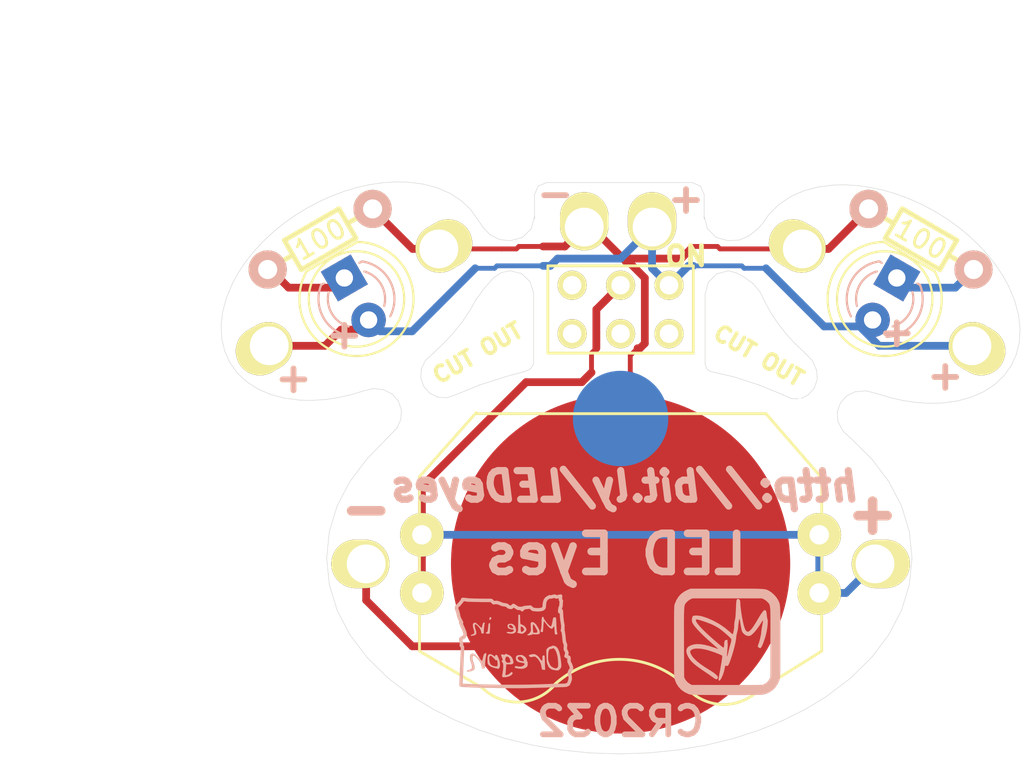
<source format=kicad_pcb>
(kicad_pcb (version 4) (host pcbnew 4.0.6)

  (general
    (links 22)
    (no_connects 3)
    (area -35.376132 -29.114707 23.917639 14.578056)
    (thickness 1.6)
    (drawings 28)
    (tracks 81)
    (zones 0)
    (modules 31)
    (nets 6)
  )

  (page A4)
  (layers
    (0 F.Cu signal)
    (31 B.Cu signal)
    (32 B.Adhes user)
    (33 F.Adhes user)
    (34 B.Paste user)
    (35 F.Paste user)
    (36 B.SilkS user)
    (37 F.SilkS user)
    (38 B.Mask user)
    (39 F.Mask user)
    (40 Dwgs.User user)
    (41 Cmts.User user)
    (42 Eco1.User user)
    (43 Eco2.User user hide)
    (44 Edge.Cuts user)
    (45 Margin user)
    (46 B.CrtYd user)
    (47 F.CrtYd user)
    (48 B.Fab user)
    (49 F.Fab user hide)
  )

  (setup
    (last_trace_width 0.4064)
    (user_trace_width 0.254)
    (user_trace_width 0.3048)
    (user_trace_width 0.4064)
    (trace_clearance 0.2)
    (zone_clearance 0.508)
    (zone_45_only no)
    (trace_min 0.2)
    (segment_width 0.2)
    (edge_width 0.15)
    (via_size 0.6)
    (via_drill 0.4)
    (via_min_size 0.4)
    (via_min_drill 0.3)
    (uvia_size 0.3)
    (uvia_drill 0.1)
    (uvias_allowed no)
    (uvia_min_size 0.2)
    (uvia_min_drill 0.1)
    (pcb_text_width 0.3)
    (pcb_text_size 1.5 1.5)
    (mod_edge_width 0.15)
    (mod_text_size 1 1)
    (mod_text_width 0.15)
    (pad_size 1.524 1.524)
    (pad_drill 0.762)
    (pad_to_mask_clearance 0)
    (aux_axis_origin -2.54 3.81)
    (grid_origin 170.18 101.6)
    (visible_elements 7FFFFFFF)
    (pcbplotparams
      (layerselection 0x00030_80000001)
      (usegerberextensions false)
      (excludeedgelayer true)
      (linewidth 0.100000)
      (plotframeref false)
      (viasonmask false)
      (mode 1)
      (useauxorigin false)
      (hpglpennumber 1)
      (hpglpenspeed 20)
      (hpglpendiameter 15)
      (hpglpenoverlay 2)
      (psnegative false)
      (psa4output false)
      (plotreference true)
      (plotvalue true)
      (plotinvisibletext false)
      (padsonsilk false)
      (subtractmaskfromsilk false)
      (outputformat 1)
      (mirror false)
      (drillshape 1)
      (scaleselection 1)
      (outputdirectory ""))
  )

  (net 0 "")
  (net 1 "Net-(BT1-Pad1)")
  (net 2 "Net-(BT1-Pad2)")
  (net 3 "Net-(D1-Pad1)")
  (net 4 "Net-(D1-Pad2)")
  (net 5 "Net-(D2-Pad1)")

  (net_class Default "This is the default net class."
    (clearance 0.2)
    (trace_width 0.25)
    (via_dia 0.6)
    (via_drill 0.4)
    (uvia_dia 0.3)
    (uvia_drill 0.1)
    (add_net "Net-(BT1-Pad1)")
    (add_net "Net-(BT1-Pad2)")
    (add_net "Net-(D1-Pad1)")
    (add_net "Net-(D1-Pad2)")
    (add_net "Net-(D2-Pad1)")
  )

  (module Wire_Pads:SolderWirePad_single_SMD_5x10mm (layer B.Cu) (tedit 5AFE0173) (tstamp 5AFE0103)
    (at 0 -7.62)
    (descr "Wire Pad, Square, SMD Pad,  5mm x 10mm,")
    (tags "MesurementPoint Square SMDPad 5mmx10mm ")
    (attr smd)
    (fp_text reference REF** (at 0 3.81) (layer B.SilkS) hide
      (effects (font (size 1 1) (thickness 0.15)) (justify mirror))
    )
    (fp_text value SolderWirePad_single_SMD_5x10mm (at 0 -6.35) (layer B.Fab)
      (effects (font (size 1 1) (thickness 0.15)) (justify mirror))
    )
    (fp_line (start 2.75 5.25) (end -2.75 5.25) (layer B.CrtYd) (width 0.05))
    (fp_line (start 2.75 -5.25) (end 2.75 5.25) (layer B.CrtYd) (width 0.05))
    (fp_line (start -2.75 -5.25) (end 2.75 -5.25) (layer B.CrtYd) (width 0.05))
    (fp_line (start -2.75 5.25) (end -2.75 -5.25) (layer B.CrtYd) (width 0.05))
    (pad 1 smd circle (at 0 0) (size 5 5) (layers B.Cu B.Paste B.Mask))
  )

  (module myFootPrints:MOUSEBITEx3 (layer F.Cu) (tedit 5AFDF21D) (tstamp 5B00A821)
    (at -10.414 -8.001 30)
    (descr "module 1 pin (ou trou mecanique de percage)")
    (tags DEV)
    (fp_text reference B3 (at 0 0 30) (layer F.SilkS) hide
      (effects (font (size 0.127 0.127) (thickness 0.0254)))
    )
    (fp_text value 1pin (at 0 0 30) (layer F.Fab) hide
      (effects (font (size 0.127 0.127) (thickness 0.0254)))
    )
    (pad "" np_thru_hole circle (at -1.016 0 30) (size 0.3302 0.3302) (drill 0.3302) (layers *.Cu *.Mask))
    (pad "" np_thru_hole circle (at 1.016 0 30) (size 0.3302 0.3302) (drill 0.3302) (layers *.Cu *.Mask))
    (pad "" np_thru_hole circle (at 0 0 30) (size 0.3302 0.3302) (drill 0.3302) (layers *.Cu *.Mask))
  )

  (module myFootPrints:MB225rev (layer F.Cu) (tedit 0) (tstamp 5B00BF71)
    (at 5.588 4.064)
    (fp_text reference VAL (at 0 0) (layer F.SilkS) hide
      (effects (font (size 1.143 1.143) (thickness 0.1778)))
    )
    (fp_text value MB225rev (at 0 0) (layer F.SilkS) hide
      (effects (font (size 1.143 1.143) (thickness 0.1778)))
    )
    (fp_poly (pts (xy -2.78638 0.6096) (xy -2.78638 0.85344) (xy -2.78638 1.0668) (xy -2.78384 1.24714)
      (xy -2.78384 1.40208) (xy -2.7813 1.53162) (xy -2.7813 1.64084) (xy -2.77876 1.7272)
      (xy -2.77622 1.79832) (xy -2.77114 1.8542) (xy -2.7686 1.89738) (xy -2.76352 1.93294)
      (xy -2.75844 1.96088) (xy -2.75336 1.98374) (xy -2.74828 1.99644) (xy -2.667 2.19964)
      (xy -2.5527 2.37744) (xy -2.40792 2.53238) (xy -2.26822 2.63398) (xy -2.26822 -0.81026)
      (xy -2.26822 -1.0287) (xy -2.26568 -1.21666) (xy -2.26568 -1.37668) (xy -2.26314 -1.5113)
      (xy -2.25806 -1.6256) (xy -2.25298 -1.71704) (xy -2.24536 -1.7907) (xy -2.23774 -1.85166)
      (xy -2.22758 -1.89992) (xy -2.21488 -1.93802) (xy -2.19964 -1.9685) (xy -2.18186 -1.9939)
      (xy -2.16154 -2.0193) (xy -2.13868 -2.04216) (xy -2.11328 -2.0701) (xy -2.0447 -2.13106)
      (xy -1.9685 -2.18694) (xy -1.92024 -2.21234) (xy -1.81356 -2.25806) (xy 0 -2.25806)
      (xy 1.81356 -2.25806) (xy 1.92024 -2.21234) (xy 2.01168 -2.15646) (xy 2.09804 -2.0828)
      (xy 2.11582 -2.06248) (xy 2.14376 -2.03454) (xy 2.16662 -2.01168) (xy 2.1844 -1.98628)
      (xy 2.20218 -1.95834) (xy 2.21742 -1.92786) (xy 2.23012 -1.88976) (xy 2.24028 -1.8415)
      (xy 2.2479 -1.78054) (xy 2.25552 -1.70434) (xy 2.2606 -1.61036) (xy 2.26314 -1.49606)
      (xy 2.26568 -1.3589) (xy 2.26822 -1.19888) (xy 2.26822 -1.00838) (xy 2.26822 -0.7874)
      (xy 2.26822 -0.53594) (xy 2.26568 -0.24638) (xy 2.26568 0.05334) (xy 2.2606 1.87452)
      (xy 2.21234 1.96596) (xy 2.13868 2.0828) (xy 2.04978 2.16916) (xy 1.93294 2.23774)
      (xy 1.87452 2.26314) (xy 1.8542 2.26822) (xy 1.81102 2.27076) (xy 1.74244 2.27584)
      (xy 1.651 2.27838) (xy 1.53416 2.28092) (xy 1.38684 2.28092) (xy 1.20904 2.28346)
      (xy 1.00076 2.28346) (xy 0.75692 2.28346) (xy 0.47752 2.28346) (xy 0.16002 2.28346)
      (xy -0.02032 2.28346) (xy -1.8542 2.28092) (xy -1.94818 2.23012) (xy -2.07264 2.1463)
      (xy -2.1717 2.03454) (xy -2.21234 1.96596) (xy -2.25806 1.87452) (xy -2.26568 0.0508)
      (xy -2.26568 -0.27178) (xy -2.26568 -0.5588) (xy -2.26822 -0.81026) (xy -2.26822 2.63398)
      (xy -2.2352 2.65684) (xy -2.03708 2.75082) (xy -1.98628 2.7686) (xy -1.96342 2.77622)
      (xy -1.94056 2.7813) (xy -1.91008 2.78638) (xy -1.86944 2.78892) (xy -1.81864 2.794)
      (xy -1.75514 2.79654) (xy -1.67386 2.79908) (xy -1.5748 2.80162) (xy -1.45542 2.80416)
      (xy -1.3081 2.80416) (xy -1.13538 2.8067) (xy -0.93218 2.8067) (xy -0.6985 2.8067)
      (xy -0.42926 2.80924) (xy -0.12192 2.80924) (xy -0.08128 2.80924) (xy 0.18796 2.80924)
      (xy 0.44704 2.80924) (xy 0.69596 2.80924) (xy 0.9271 2.80924) (xy 1.13792 2.8067)
      (xy 1.32842 2.8067) (xy 1.49352 2.80416) (xy 1.62814 2.80162) (xy 1.73482 2.80162)
      (xy 1.8034 2.79908) (xy 1.83388 2.79654) (xy 2.03454 2.75082) (xy 2.21996 2.667)
      (xy 2.38506 2.5527) (xy 2.52984 2.40792) (xy 2.64668 2.2352) (xy 2.73558 2.03962)
      (xy 2.74828 1.99644) (xy 2.7559 1.97358) (xy 2.76098 1.94818) (xy 2.76606 1.9177)
      (xy 2.77114 1.88214) (xy 2.77368 1.83388) (xy 2.77622 1.77292) (xy 2.77876 1.69672)
      (xy 2.7813 1.6002) (xy 2.78384 1.4859) (xy 2.78384 1.3462) (xy 2.78638 1.18364)
      (xy 2.78638 0.98806) (xy 2.78638 0.76454) (xy 2.78638 0.508) (xy 2.78638 0.21336)
      (xy 2.78638 0.02032) (xy 2.78638 -0.30226) (xy 2.78638 -0.58928) (xy 2.78638 -0.84074)
      (xy 2.78638 -1.05664) (xy 2.78638 -1.2446) (xy 2.78384 -1.40716) (xy 2.7813 -1.54432)
      (xy 2.77622 -1.65862) (xy 2.77368 -1.75514) (xy 2.76606 -1.83388) (xy 2.75844 -1.89992)
      (xy 2.75082 -1.95326) (xy 2.74066 -1.99898) (xy 2.72542 -2.03962) (xy 2.71272 -2.07518)
      (xy 2.69494 -2.11328) (xy 2.67462 -2.15138) (xy 2.6543 -2.19202) (xy 2.58826 -2.29362)
      (xy 2.49936 -2.40284) (xy 2.39522 -2.50444) (xy 2.28854 -2.5908) (xy 2.23012 -2.6289)
      (xy 2.18948 -2.65176) (xy 2.15392 -2.67208) (xy 2.1209 -2.68986) (xy 2.08534 -2.7051)
      (xy 2.04724 -2.7178) (xy 2.00152 -2.72796) (xy 1.94818 -2.73812) (xy 1.88468 -2.74574)
      (xy 1.8034 -2.75082) (xy 1.70942 -2.7559) (xy 1.59258 -2.75844) (xy 1.45542 -2.76352)
      (xy 1.29286 -2.76352) (xy 1.1049 -2.76606) (xy 0.88646 -2.76606) (xy 0.635 -2.76606)
      (xy 0.34798 -2.76606) (xy 0.02286 -2.76606) (xy -0.02032 -2.76606) (xy -1.91516 -2.76606)
      (xy -2.04724 -2.71526) (xy -2.24282 -2.61874) (xy -2.41046 -2.49682) (xy -2.5527 -2.34442)
      (xy -2.66446 -2.16154) (xy -2.74828 -1.96596) (xy -2.7559 -1.94564) (xy -2.76098 -1.92278)
      (xy -2.76606 -1.89484) (xy -2.7686 -1.85928) (xy -2.77368 -1.81356) (xy -2.77622 -1.75768)
      (xy -2.77876 -1.68402) (xy -2.7813 -1.59258) (xy -2.78384 -1.48082) (xy -2.78384 -1.3462)
      (xy -2.78638 -1.18618) (xy -2.78638 -0.99822) (xy -2.78638 -0.77978) (xy -2.78638 -0.52832)
      (xy -2.78638 -0.23876) (xy -2.78638 0.01016) (xy -2.78638 0.32766) (xy -2.78638 0.6096)
      (xy -2.78638 0.6096)) (layer B.SilkS) (width 0.00254))
    (fp_poly (pts (xy -2.14122 0.51562) (xy -2.1209 0.63246) (xy -2.06756 0.76708) (xy -1.9812 0.90932)
      (xy -1.92532 0.98298) (xy -1.86436 1.0541) (xy -1.79578 1.12268) (xy -1.7145 1.19634)
      (xy -1.6129 1.27762) (xy -1.49098 1.36652) (xy -1.34366 1.47066) (xy -1.19634 1.57226)
      (xy -1.08458 1.64592) (xy -0.9779 1.71958) (xy -0.88392 1.78562) (xy -0.81026 1.83896)
      (xy -0.75946 1.87452) (xy -0.75438 1.87706) (xy -0.69342 1.92278) (xy -0.62992 1.95834)
      (xy -0.60452 1.97104) (xy -0.55626 1.9812) (xy -0.52832 1.97358) (xy -0.51308 1.9558)
      (xy -0.49022 1.90754) (xy -0.48514 1.8796) (xy -0.50546 1.8288) (xy -0.5588 1.7653)
      (xy -0.64516 1.6891) (xy -0.762 1.60274) (xy -0.90932 1.50876) (xy -0.9398 1.49098)
      (xy -1.17856 1.34112) (xy -1.38938 1.19634) (xy -1.56718 1.05664) (xy -1.71196 0.92202)
      (xy -1.82118 0.79756) (xy -1.8923 0.6858) (xy -1.9304 0.59944) (xy -1.9431 0.53594)
      (xy -1.92786 0.48768) (xy -1.8923 0.44958) (xy -1.80594 0.40386) (xy -1.6891 0.37592)
      (xy -1.54432 0.37084) (xy -1.37668 0.381) (xy -1.19126 0.41402) (xy -1.06172 0.4445)
      (xy -0.97282 0.4699) (xy -0.8636 0.50546) (xy -0.74676 0.54356) (xy -0.62738 0.58674)
      (xy -0.51562 0.62992) (xy -0.41402 0.67056) (xy -0.33528 0.70612) (xy -0.28448 0.73152)
      (xy -0.27432 0.7366) (xy -0.26416 0.74676) (xy -0.25908 0.76708) (xy -0.25908 0.8001)
      (xy -0.26416 0.85344) (xy -0.27432 0.9271) (xy -0.28956 1.03124) (xy -0.31242 1.1684)
      (xy -0.32512 1.23698) (xy -0.34798 1.37668) (xy -0.37084 1.50876) (xy -0.3937 1.62814)
      (xy -0.41148 1.72466) (xy -0.42164 1.79324) (xy -0.42672 1.81356) (xy -0.44704 1.92786)
      (xy -0.45212 2.0066) (xy -0.44196 2.04978) (xy -0.41656 2.0574) (xy -0.37592 2.02946)
      (xy -0.35814 2.00914) (xy -0.31242 1.93802) (xy -0.26162 1.83642) (xy -0.2159 1.7145)
      (xy -0.17272 1.58242) (xy -0.14224 1.45796) (xy -0.127 1.37668) (xy -0.11176 1.31318)
      (xy -0.09906 1.27254) (xy -0.09652 1.26492) (xy -0.07112 1.26492) (xy -0.03302 1.27508)
      (xy 0.00508 1.28524) (xy 0.03556 1.27) (xy 0.05842 1.24206) (xy 0.09144 1.17856)
      (xy 0.12954 1.08712) (xy 0.17526 0.9652) (xy 0.22098 0.8255) (xy 0.26924 0.6731)
      (xy 0.3175 0.51308) (xy 0.36068 0.35306) (xy 0.39878 0.20066) (xy 0.42926 0.0635)
      (xy 0.45212 -0.05588) (xy 0.46482 -0.14478) (xy 0.46736 -0.1778) (xy 0.47244 -0.23368)
      (xy 0.48514 -0.3175) (xy 0.50546 -0.41148) (xy 0.51816 -0.4572) (xy 0.53848 -0.54864)
      (xy 0.55626 -0.63246) (xy 0.56642 -0.69596) (xy 0.56896 -0.71628) (xy 0.5715 -0.762)
      (xy 0.57912 -0.8382) (xy 0.59182 -0.92964) (xy 0.60198 -1.0033) (xy 0.61468 -1.09474)
      (xy 0.62738 -1.15316) (xy 0.63754 -1.17856) (xy 0.65024 -1.1684) (xy 0.66294 -1.12268)
      (xy 0.67818 -1.0414) (xy 0.6985 -0.91948) (xy 0.6985 -0.91186) (xy 0.72136 -0.7747)
      (xy 0.74168 -0.67056) (xy 0.75692 -0.59436) (xy 0.7747 -0.53848) (xy 0.79502 -0.4953)
      (xy 0.81788 -0.4572) (xy 0.84328 -0.42926) (xy 0.9271 -0.35052) (xy 1.02108 -0.30226)
      (xy 1.11506 -0.28448) (xy 1.20142 -0.29972) (xy 1.23698 -0.3175) (xy 1.3335 -0.3937)
      (xy 1.4351 -0.49784) (xy 1.54432 -0.62992) (xy 1.66624 -0.79756) (xy 1.75768 -0.93726)
      (xy 1.80594 -1.01346) (xy 1.8415 -1.0668) (xy 1.86436 -1.09474) (xy 1.87706 -1.09474)
      (xy 1.87706 -1.06426) (xy 1.86944 -1.00076) (xy 1.85166 -0.9017) (xy 1.82626 -0.76708)
      (xy 1.82626 -0.762) (xy 1.80848 -0.66294) (xy 1.79324 -0.57404) (xy 1.78562 -0.50546)
      (xy 1.78308 -0.47244) (xy 1.778 -0.41148) (xy 1.76276 -0.32512) (xy 1.7399 -0.21844)
      (xy 1.7145 -0.10668) (xy 1.68656 -0.00254) (xy 1.65862 0.0889) (xy 1.63576 0.14732)
      (xy 1.61036 0.2159) (xy 1.60528 0.25908) (xy 1.61544 0.2794) (xy 1.65354 0.32004)
      (xy 1.69926 0.34544) (xy 1.74244 0.34798) (xy 1.75514 0.3429) (xy 1.78816 0.29972)
      (xy 1.8288 0.22606) (xy 1.87198 0.127) (xy 1.91516 0.00508) (xy 1.96088 -0.127)
      (xy 2.00406 -0.26162) (xy 2.03962 -0.39878) (xy 2.05994 -0.48514) (xy 2.0828 -0.61214)
      (xy 2.10058 -0.73914) (xy 2.11582 -0.8636) (xy 2.12344 -0.97282) (xy 2.12598 -1.0668)
      (xy 2.1209 -1.1303) (xy 2.11074 -1.16078) (xy 2.10058 -1.1938) (xy 2.08788 -1.25476)
      (xy 2.07772 -1.33604) (xy 2.07518 -1.37922) (xy 2.06248 -1.49352) (xy 2.0447 -1.57226)
      (xy 2.0193 -1.61798) (xy 1.98628 -1.6383) (xy 1.96342 -1.64084) (xy 1.93294 -1.63068)
      (xy 1.8923 -1.59512) (xy 1.84404 -1.5367) (xy 1.78054 -1.4478) (xy 1.70434 -1.32842)
      (xy 1.6129 -1.17348) (xy 1.59004 -1.13538) (xy 1.4732 -0.9398) (xy 1.3716 -0.77978)
      (xy 1.28016 -0.65786) (xy 1.19888 -0.56896) (xy 1.12776 -0.5207) (xy 1.06426 -0.508)
      (xy 1.00838 -0.5334) (xy 0.95758 -0.5969) (xy 0.91186 -0.70104) (xy 0.86868 -0.84074)
      (xy 0.8255 -1.02362) (xy 0.78232 -1.24206) (xy 0.75946 -1.38176) (xy 0.7366 -1.51892)
      (xy 0.71882 -1.65354) (xy 0.70358 -1.778) (xy 0.69342 -1.8796) (xy 0.68834 -1.95326)
      (xy 0.68834 -1.95834) (xy 0.68326 -2.07518) (xy 0.66548 -2.15392) (xy 0.63754 -2.20218)
      (xy 0.59182 -2.22504) (xy 0.58674 -2.22504) (xy 0.55118 -2.22504) (xy 0.52324 -2.21488)
      (xy 0.50292 -2.18948) (xy 0.48768 -2.14376) (xy 0.47752 -2.07264) (xy 0.4699 -1.97104)
      (xy 0.46228 -1.83388) (xy 0.46228 -1.79578) (xy 0.45466 -1.63068) (xy 0.44704 -1.4986)
      (xy 0.44196 -1.397) (xy 0.43688 -1.3208) (xy 0.4318 -1.25984) (xy 0.42418 -1.21412)
      (xy 0.41656 -1.17348) (xy 0.4064 -1.13538) (xy 0.381 -1.0033) (xy 0.3683 -0.84328)
      (xy 0.36576 -0.74676) (xy 0.36068 -0.6858) (xy 0.35052 -0.60706) (xy 0.33274 -0.52324)
      (xy 0.31496 -0.44704) (xy 0.29718 -0.39116) (xy 0.28956 -0.37846) (xy 0.27178 -0.38608)
      (xy 0.23368 -0.41402) (xy 0.1778 -0.46228) (xy 0.13462 -0.50038) (xy -0.12192 -0.71374)
      (xy -0.4064 -0.90932) (xy -0.70866 -1.07696) (xy -1.02108 -1.21666) (xy -1.28524 -1.30556)
      (xy -1.40208 -1.3335) (xy -1.51892 -1.35128) (xy -1.62814 -1.3589) (xy -1.71704 -1.35382)
      (xy -1.78054 -1.33858) (xy -1.79324 -1.33096) (xy -1.82372 -1.28524) (xy -1.84404 -1.21666)
      (xy -1.85166 -1.13284) (xy -1.84404 -1.04902) (xy -1.82626 -0.98298) (xy -1.77292 -0.89154)
      (xy -1.69164 -0.77978) (xy -1.64084 -0.72136) (xy -1.64084 -1.09728) (xy -1.6383 -1.13538)
      (xy -1.6256 -1.15316) (xy -1.59004 -1.15316) (xy -1.55448 -1.14554) (xy -1.4859 -1.1303)
      (xy -1.38684 -1.10236) (xy -1.27 -1.0668) (xy -1.14046 -1.02362) (xy -1.01346 -0.97536)
      (xy -0.89154 -0.92964) (xy -0.78994 -0.88646) (xy -0.75692 -0.87122) (xy -0.65278 -0.82042)
      (xy -0.54102 -0.75692) (xy -0.43688 -0.69342) (xy -0.41656 -0.68072) (xy -0.3429 -0.62484)
      (xy -0.254 -0.55626) (xy -0.16002 -0.48006) (xy -0.06604 -0.39878) (xy 0.02286 -0.32004)
      (xy 0.1016 -0.24638) (xy 0.16256 -0.18542) (xy 0.2032 -0.1397) (xy 0.21336 -0.12192)
      (xy 0.21844 -0.0889) (xy 0.2159 -0.04572) (xy 0.20574 0.0127) (xy 0.18542 0.09398)
      (xy 0.1524 0.20828) (xy 0.14224 0.24384) (xy 0.1143 0.33528) (xy 0.09144 0.42418)
      (xy 0.0762 0.49276) (xy 0.07112 0.51562) (xy 0.05842 0.58166) (xy 0.04064 0.65024)
      (xy 0.02032 0.71628) (xy 0.00254 0.76708) (xy -0.01016 0.79502) (xy -0.01524 0.79502)
      (xy -0.01524 0.76708) (xy -0.0127 0.70866) (xy -0.00762 0.6223) (xy 0.00254 0.51816)
      (xy 0.00762 0.4445) (xy 0.01778 0.32258) (xy 0.0254 0.22098) (xy 0.02794 0.14224)
      (xy 0.0254 0.09398) (xy 0.02286 0.08382) (xy 0.0127 0.04064) (xy 0.01524 -0.01524)
      (xy 0.01778 -0.06096) (xy 0.00508 -0.07874) (xy -0.02286 -0.08128) (xy -0.07874 -0.07366)
      (xy -0.11684 -0.04826) (xy -0.14224 0) (xy -0.15494 0.07874) (xy -0.15748 0.14986)
      (xy -0.1651 0.23622) (xy -0.17272 0.29718) (xy -0.18542 0.32258) (xy -0.18796 0.32512)
      (xy -0.2032 0.32004) (xy -0.23114 0.3048) (xy -0.27178 0.27432) (xy -0.3302 0.2286)
      (xy -0.4064 0.16764) (xy -0.50546 0.08128) (xy -0.62992 -0.0254) (xy -0.6985 -0.08382)
      (xy -0.89408 -0.25654) (xy -1.07188 -0.4191) (xy -1.22936 -0.5715) (xy -1.36398 -0.70866)
      (xy -1.4732 -0.83058) (xy -1.55702 -0.93472) (xy -1.6129 -1.01854) (xy -1.64084 -1.08204)
      (xy -1.64084 -1.09728) (xy -1.64084 -0.72136) (xy -1.57988 -0.6477) (xy -1.44018 -0.50038)
      (xy -1.27508 -0.33528) (xy -1.08712 -0.15748) (xy -0.87884 0.03048) (xy -0.81534 0.08636)
      (xy -0.71628 0.17272) (xy -0.62738 0.25146) (xy -0.55372 0.31496) (xy -0.50038 0.36322)
      (xy -0.4699 0.39116) (xy -0.46482 0.39624) (xy -0.4826 0.3937) (xy -0.53086 0.37846)
      (xy -0.60452 0.35306) (xy -0.69088 0.32258) (xy -0.69342 0.32258) (xy -0.95504 0.23622)
      (xy -1.19126 0.1778) (xy -1.39954 0.14478) (xy -1.5875 0.1397) (xy -1.75514 0.16002)
      (xy -1.905 0.20574) (xy -1.99898 0.254) (xy -2.08026 0.32258) (xy -2.12852 0.40894)
      (xy -2.14122 0.51562) (xy -2.14122 0.51562)) (layer B.SilkS) (width 0.00254))
  )

  (module myFootPrints:MadeInOregonRev25 (layer F.Cu) (tedit 0) (tstamp 5B00B3EC)
    (at -5.588 4.064)
    (fp_text reference VAL (at 0 0) (layer F.SilkS) hide
      (effects (font (size 1.143 1.143) (thickness 0.1778)))
    )
    (fp_text value MadeInOregonRev25 (at 0 0) (layer F.SilkS) hide
      (effects (font (size 1.143 1.143) (thickness 0.1778)))
    )
    (fp_poly (pts (xy -3.09626 -1.76022) (xy -3.09626 -1.72212) (xy -3.09372 -1.69672) (xy -3.09118 -1.67386)
      (xy -3.0861 -1.65608) (xy -3.07594 -1.63576) (xy -3.0734 -1.62814) (xy -3.0607 -1.6002)
      (xy -3.05054 -1.5748) (xy -3.04038 -1.54432) (xy -3.03022 -1.50876) (xy -3.02006 -1.46304)
      (xy -3.00736 -1.4097) (xy -3.00228 -1.39192) (xy -2.98704 -1.31826) (xy -2.96926 -1.2573)
      (xy -2.95402 -1.20396) (xy -2.9337 -1.15824) (xy -2.91338 -1.1176) (xy -2.91338 -1.74752)
      (xy -2.91338 -1.76276) (xy -2.91084 -1.77546) (xy -2.90322 -1.78816) (xy -2.89052 -1.8034)
      (xy -2.86766 -1.82118) (xy -2.8575 -1.83134) (xy -2.82956 -1.8542) (xy -2.80416 -1.8796)
      (xy -2.78638 -1.90246) (xy -2.77876 -1.91008) (xy -2.76606 -1.92786) (xy -2.74574 -1.95326)
      (xy -2.72034 -1.98374) (xy -2.69494 -2.01422) (xy -2.6924 -2.01676) (xy -2.66954 -2.0447)
      (xy -2.64922 -2.0701) (xy -2.63652 -2.08788) (xy -2.6289 -2.09804) (xy -2.6289 -2.10058)
      (xy -2.62382 -2.10566) (xy -2.60604 -2.10566) (xy -2.58064 -2.10566) (xy -2.55016 -2.10058)
      (xy -2.51968 -2.0955) (xy -2.50952 -2.09296) (xy -2.49682 -2.09042) (xy -2.48412 -2.08534)
      (xy -2.46888 -2.08534) (xy -2.4511 -2.0828) (xy -2.4257 -2.08026) (xy -2.39268 -2.07772)
      (xy -2.35458 -2.07772) (xy -2.30632 -2.07518) (xy -2.2479 -2.07518) (xy -2.17678 -2.07264)
      (xy -2.09296 -2.0701) (xy -2.03962 -2.0701) (xy -1.95326 -2.06756) (xy -1.8669 -2.06756)
      (xy -1.78054 -2.06502) (xy -1.69672 -2.06502) (xy -1.61798 -2.06248) (xy -1.54686 -2.06248)
      (xy -1.48336 -2.06248) (xy -1.4351 -2.06248) (xy -1.4224 -2.06248) (xy -1.22936 -2.06248)
      (xy -1.1684 -2.00152) (xy -1.10744 -1.9431) (xy -1.0668 -1.9431) (xy -1.03886 -1.9431)
      (xy -1.0033 -1.94564) (xy -0.97536 -1.95072) (xy -0.94234 -1.95326) (xy -0.91186 -1.95072)
      (xy -0.87884 -1.94564) (xy -0.8382 -1.93548) (xy -0.79248 -1.9177) (xy -0.7366 -1.89484)
      (xy -0.72136 -1.88976) (xy -0.67818 -1.86944) (xy -0.64516 -1.85674) (xy -0.61722 -1.84912)
      (xy -0.59182 -1.84404) (xy -0.56388 -1.83896) (xy -0.5461 -1.83642) (xy -0.50038 -1.83134)
      (xy -0.46482 -1.82626) (xy -0.43688 -1.81864) (xy -0.41656 -1.80848) (xy -0.39624 -1.79578)
      (xy -0.37592 -1.77546) (xy -0.37338 -1.77292) (xy -0.35052 -1.7526) (xy -0.32512 -1.73482)
      (xy -0.30734 -1.72212) (xy -0.30734 -1.72212) (xy -0.28702 -1.71704) (xy -0.25654 -1.71196)
      (xy -0.22098 -1.70434) (xy -0.18288 -1.7018) (xy -0.14986 -1.69672) (xy -0.12446 -1.69672)
      (xy -0.10922 -1.69926) (xy -0.09652 -1.70688) (xy -0.07366 -1.71958) (xy -0.05334 -1.73736)
      (xy -0.03048 -1.75768) (xy -0.01524 -1.7653) (xy -0.00508 -1.76784) (xy 0 -1.7653)
      (xy 0.01016 -1.75768) (xy 0.03048 -1.74498) (xy 0.05842 -1.7272) (xy 0.0889 -1.70688)
      (xy 0.09652 -1.7018) (xy 0.18288 -1.64846) (xy 0.25908 -1.64592) (xy 0.29464 -1.64338)
      (xy 0.3175 -1.64084) (xy 0.3302 -1.6383) (xy 0.34036 -1.63322) (xy 0.34544 -1.6256)
      (xy 0.34798 -1.62052) (xy 0.3683 -1.59766) (xy 0.39624 -1.58242) (xy 0.42672 -1.5748)
      (xy 0.4318 -1.5748) (xy 0.45974 -1.58242) (xy 0.48768 -1.6002) (xy 0.51562 -1.63068)
      (xy 0.52578 -1.64338) (xy 0.53848 -1.65608) (xy 0.5461 -1.66624) (xy 0.55626 -1.67386)
      (xy 0.56896 -1.68148) (xy 0.58928 -1.68402) (xy 0.61468 -1.6891) (xy 0.65278 -1.69418)
      (xy 0.70104 -1.69672) (xy 0.71628 -1.69926) (xy 0.8255 -1.70942) (xy 0.85598 -1.68148)
      (xy 0.89154 -1.64846) (xy 0.9271 -1.62306) (xy 0.95758 -1.60274) (xy 0.96774 -1.59766)
      (xy 0.9906 -1.59258) (xy 1.02362 -1.5875) (xy 1.0668 -1.58242) (xy 1.11252 -1.57734)
      (xy 1.16332 -1.57226) (xy 1.21158 -1.56972) (xy 1.2573 -1.56972) (xy 1.25984 -1.56972)
      (xy 1.3081 -1.56972) (xy 1.35128 -1.5748) (xy 1.39446 -1.57988) (xy 1.44272 -1.59004)
      (xy 1.48844 -1.6002) (xy 1.52146 -1.61036) (xy 1.54686 -1.62306) (xy 1.56972 -1.63576)
      (xy 1.59258 -1.65608) (xy 1.61798 -1.68148) (xy 1.63576 -1.7018) (xy 1.651 -1.72212)
      (xy 1.65862 -1.74498) (xy 1.66624 -1.77292) (xy 1.67386 -1.80848) (xy 1.6764 -1.85166)
      (xy 1.68148 -1.90246) (xy 1.6891 -1.9812) (xy 1.7018 -2.04978) (xy 1.72212 -2.10566)
      (xy 1.74752 -2.15138) (xy 1.75006 -2.15646) (xy 1.77546 -2.18186) (xy 1.81356 -2.2098)
      (xy 1.82626 -2.21742) (xy 1.8542 -2.23012) (xy 1.87706 -2.24028) (xy 1.89484 -2.24282)
      (xy 1.9177 -2.24282) (xy 1.92024 -2.24282) (xy 1.95834 -2.24282) (xy 2.00152 -2.25044)
      (xy 2.032 -2.25806) (xy 2.0701 -2.27076) (xy 2.09804 -2.27584) (xy 2.11582 -2.27838)
      (xy 2.13106 -2.2733) (xy 2.1463 -2.26822) (xy 2.15392 -2.26314) (xy 2.1844 -2.2479)
      (xy 2.22758 -2.24282) (xy 2.27584 -2.2479) (xy 2.29108 -2.25298) (xy 2.31394 -2.25806)
      (xy 2.33426 -2.26314) (xy 2.34188 -2.26314) (xy 2.34188 -2.25806) (xy 2.34442 -2.23774)
      (xy 2.34442 -2.21488) (xy 2.34442 -2.21234) (xy 2.34442 -2.1844) (xy 2.34696 -2.16408)
      (xy 2.35204 -2.1463) (xy 2.36474 -2.12852) (xy 2.3876 -2.0955) (xy 2.37998 -1.97612)
      (xy 2.37744 -1.9304) (xy 2.37236 -1.89738) (xy 2.36982 -1.87198) (xy 2.36474 -1.8542)
      (xy 2.35966 -1.83896) (xy 2.35204 -1.82372) (xy 2.34696 -1.8161) (xy 2.33172 -1.78562)
      (xy 2.3241 -1.75768) (xy 2.3241 -1.73736) (xy 2.32156 -1.70942) (xy 2.31902 -1.68656)
      (xy 2.31648 -1.67894) (xy 2.31394 -1.66116) (xy 2.30886 -1.63576) (xy 2.30886 -1.60274)
      (xy 2.30886 -1.59004) (xy 2.30886 -1.55702) (xy 2.30886 -1.5367) (xy 2.31394 -1.52146)
      (xy 2.32156 -1.5113) (xy 2.33172 -1.4986) (xy 2.33426 -1.49606) (xy 2.35458 -1.48082)
      (xy 2.3749 -1.4732) (xy 2.37744 -1.47066) (xy 2.3876 -1.47066) (xy 2.39268 -1.46558)
      (xy 2.39776 -1.45034) (xy 2.4003 -1.42494) (xy 2.40284 -1.39192) (xy 2.40538 -1.35382)
      (xy 2.40538 -1.33096) (xy 2.40792 -1.28778) (xy 2.413 -1.2319) (xy 2.42062 -1.16078)
      (xy 2.43332 -1.07442) (xy 2.4511 -0.97536) (xy 2.4511 -0.96774) (xy 2.45872 -0.92456)
      (xy 2.4638 -0.88392) (xy 2.46888 -0.85344) (xy 2.47142 -0.83058) (xy 2.47396 -0.82296)
      (xy 2.47396 -0.81026) (xy 2.47142 -0.7874) (xy 2.47142 -0.75692) (xy 2.46888 -0.72644)
      (xy 2.46888 -0.69342) (xy 2.46634 -0.66294) (xy 2.4638 -0.64262) (xy 2.46126 -0.635)
      (xy 2.4511 -0.6096) (xy 2.44856 -0.57912) (xy 2.4511 -0.54864) (xy 2.46126 -0.52324)
      (xy 2.4765 -0.51054) (xy 2.48412 -0.49784) (xy 2.49174 -0.47244) (xy 2.5019 -0.4318)
      (xy 2.50952 -0.37592) (xy 2.51968 -0.30734) (xy 2.5273 -0.2286) (xy 2.53238 -0.16764)
      (xy 2.53746 -0.1143) (xy 2.54254 -0.0635) (xy 2.54762 -0.02032) (xy 2.5527 0.01524)
      (xy 2.55524 0.04064) (xy 2.55778 0.05334) (xy 2.56794 0.07366) (xy 2.5781 0.1016)
      (xy 2.58826 0.127) (xy 2.59588 0.14732) (xy 2.6035 0.16256) (xy 2.60604 0.18034)
      (xy 2.60858 0.20066) (xy 2.60858 0.22606) (xy 2.60604 0.25908) (xy 2.6035 0.3048)
      (xy 2.6035 0.32512) (xy 2.60096 0.37084) (xy 2.60096 0.4064) (xy 2.60604 0.43434)
      (xy 2.61366 0.45974) (xy 2.62636 0.48768) (xy 2.64668 0.5207) (xy 2.66446 0.5588)
      (xy 2.67462 0.58674) (xy 2.6797 0.61468) (xy 2.67462 0.64262) (xy 2.66446 0.68072)
      (xy 2.65938 0.69088) (xy 2.64668 0.72898) (xy 2.63906 0.75946) (xy 2.63906 0.77978)
      (xy 2.6416 0.79756) (xy 2.64922 0.8128) (xy 2.64922 0.81534) (xy 2.66446 0.83058)
      (xy 2.68986 0.84836) (xy 2.72034 0.86614) (xy 2.75336 0.87884) (xy 2.77368 0.88646)
      (xy 2.794 0.89154) (xy 2.794 0.98044) (xy 2.794 1.07188) (xy 2.82448 1.13538)
      (xy 2.8575 1.20396) (xy 2.8829 1.26238) (xy 2.90322 1.31064) (xy 2.91592 1.3462)
      (xy 2.921 1.36652) (xy 2.92354 1.3843) (xy 2.92354 1.39954) (xy 2.91592 1.41478)
      (xy 2.90068 1.4351) (xy 2.90068 1.43764) (xy 2.87274 1.47828) (xy 2.84988 1.51638)
      (xy 2.8321 1.5621) (xy 2.82448 1.59004) (xy 2.80924 1.64338) (xy 2.8321 1.74244)
      (xy 2.84734 1.80848) (xy 2.85496 1.86182) (xy 2.86004 1.90754) (xy 2.86004 1.94818)
      (xy 2.85242 1.98628) (xy 2.84226 2.02438) (xy 2.84226 2.02438) (xy 2.82702 2.06756)
      (xy 2.81432 2.10566) (xy 2.79908 2.13868) (xy 2.78892 2.16154) (xy 2.77876 2.1717)
      (xy 2.77876 2.17424) (xy 2.7686 2.17678) (xy 2.74828 2.1844) (xy 2.74066 2.18948)
      (xy 2.7178 2.1971) (xy 2.68224 2.20472) (xy 2.63398 2.2098) (xy 2.57302 2.21234)
      (xy 2.49682 2.21488) (xy 2.40792 2.21742) (xy 2.30632 2.21742) (xy 2.29616 2.21742)
      (xy 2.24028 2.21996) (xy 2.17424 2.21996) (xy 2.10058 2.2225) (xy 2.02184 2.2225)
      (xy 1.9431 2.22504) (xy 1.86944 2.23012) (xy 1.84912 2.23012) (xy 1.6129 2.23774)
      (xy 1.38684 2.2479) (xy 1.16332 2.25298) (xy 0.9398 2.25806) (xy 0.71882 2.26314)
      (xy 0.4953 2.26568) (xy 0.26924 2.26822) (xy 0.03556 2.26822) (xy -0.2032 2.26822)
      (xy -0.45466 2.26822) (xy -0.71628 2.26568) (xy -0.84836 2.26314) (xy -1.03378 2.2606)
      (xy -1.20396 2.25806) (xy -1.36144 2.25552) (xy -1.50622 2.25298) (xy -1.64084 2.25044)
      (xy -1.7653 2.2479) (xy -1.88214 2.24536) (xy -1.98882 2.24282) (xy -2.08788 2.23774)
      (xy -2.17932 2.2352) (xy -2.26822 2.23266) (xy -2.35204 2.22758) (xy -2.39776 2.22504)
      (xy -2.46126 2.2225) (xy -2.51968 2.21742) (xy -2.57302 2.21488) (xy -2.61874 2.21234)
      (xy -2.65176 2.2098) (xy -2.67462 2.2098) (xy -2.68732 2.2098) (xy -2.68732 2.2098)
      (xy -2.68732 2.20218) (xy -2.68478 2.17932) (xy -2.68478 2.1463) (xy -2.68224 2.09804)
      (xy -2.6797 2.03962) (xy -2.67716 1.97104) (xy -2.67208 1.8923) (xy -2.66954 1.80594)
      (xy -2.66446 1.70942) (xy -2.65938 1.60782) (xy -2.65684 1.50114) (xy -2.65176 1.38684)
      (xy -2.64414 1.27) (xy -2.64414 1.25476) (xy -2.63906 1.11506) (xy -2.63398 0.98806)
      (xy -2.6289 0.87376) (xy -2.62382 0.77216) (xy -2.61874 0.68326) (xy -2.6162 0.60452)
      (xy -2.61366 0.53848) (xy -2.61112 0.47752) (xy -2.61112 0.42926) (xy -2.61112 0.38608)
      (xy -2.61112 0.35306) (xy -2.61112 0.32258) (xy -2.61112 0.29972) (xy -2.61366 0.28194)
      (xy -2.6162 0.2667) (xy -2.61874 0.25654) (xy -2.62128 0.24638) (xy -2.62636 0.23876)
      (xy -2.63144 0.23368) (xy -2.63652 0.22606) (xy -2.6416 0.21844) (xy -2.6543 0.2032)
      (xy -2.66192 0.18796) (xy -2.66446 0.17272) (xy -2.66192 0.14732) (xy -2.66192 0.13716)
      (xy -2.66192 0.1016) (xy -2.66446 0.06858) (xy -2.67462 0.02794) (xy -2.67462 0.0254)
      (xy -2.68732 -0.01778) (xy -2.69494 -0.04826) (xy -2.69748 -0.07112) (xy -2.69748 -0.08382)
      (xy -2.69494 -0.09398) (xy -2.68732 -0.09906) (xy -2.68732 -0.1016) (xy -2.66954 -0.10668)
      (xy -2.64668 -0.1143) (xy -2.63652 -0.1143) (xy -2.60858 -0.12192) (xy -2.58572 -0.13208)
      (xy -2.5654 -0.14732) (xy -2.54762 -0.17018) (xy -2.52476 -0.20574) (xy -2.50698 -0.2413)
      (xy -2.4638 -0.3302) (xy -2.47142 -0.40894) (xy -2.4765 -0.43942) (xy -2.48158 -0.46736)
      (xy -2.4892 -0.49276) (xy -2.49682 -0.5207) (xy -2.50952 -0.55626) (xy -2.52984 -0.59944)
      (xy -2.53492 -0.61214) (xy -2.55524 -0.66294) (xy -2.5781 -0.71374) (xy -2.60096 -0.76708)
      (xy -2.62128 -0.8128) (xy -2.63144 -0.83058) (xy -2.64668 -0.86868) (xy -2.65938 -0.89662)
      (xy -2.667 -0.91694) (xy -2.66954 -0.92964) (xy -2.667 -0.9398) (xy -2.667 -0.94996)
      (xy -2.65938 -0.97536) (xy -2.65938 -1.00584) (xy -2.66954 -1.03886) (xy -2.68732 -1.0795)
      (xy -2.71272 -1.12776) (xy -2.71526 -1.1303) (xy -2.73812 -1.17094) (xy -2.75844 -1.2065)
      (xy -2.77368 -1.23698) (xy -2.78384 -1.26746) (xy -2.79654 -1.30048) (xy -2.8067 -1.34112)
      (xy -2.81686 -1.38684) (xy -2.82702 -1.43256) (xy -2.84226 -1.49606) (xy -2.85496 -1.54686)
      (xy -2.86512 -1.5875) (xy -2.87528 -1.62052) (xy -2.88544 -1.64846) (xy -2.89306 -1.67132)
      (xy -2.90068 -1.68148) (xy -2.9083 -1.70942) (xy -2.91338 -1.7399) (xy -2.91338 -1.74752)
      (xy -2.91338 -1.1176) (xy -2.91084 -1.11506) (xy -2.90576 -1.09982) (xy -2.88798 -1.07188)
      (xy -2.87782 -1.04902) (xy -2.87274 -1.03632) (xy -2.87274 -1.02616) (xy -2.87782 -1.016)
      (xy -2.88036 -0.99822) (xy -2.8829 -0.98044) (xy -2.87782 -0.95758) (xy -2.8702 -0.92964)
      (xy -2.85496 -0.89408) (xy -2.83464 -0.84582) (xy -2.8194 -0.81534) (xy -2.78384 -0.73406)
      (xy -2.74828 -0.65786) (xy -2.72034 -0.58928) (xy -2.69494 -0.52832) (xy -2.67462 -0.47752)
      (xy -2.66192 -0.43688) (xy -2.6543 -0.40894) (xy -2.6543 -0.4064) (xy -2.64922 -0.37846)
      (xy -2.65176 -0.36068) (xy -2.65684 -0.34036) (xy -2.66446 -0.32766) (xy -2.67462 -0.30734)
      (xy -2.68732 -0.29464) (xy -2.70256 -0.28702) (xy -2.72542 -0.28194) (xy -2.73812 -0.2794)
      (xy -2.75336 -0.27686) (xy -2.77114 -0.2667) (xy -2.78892 -0.25146) (xy -2.81686 -0.22606)
      (xy -2.82448 -0.2159) (xy -2.84988 -0.1905) (xy -2.86766 -0.17272) (xy -2.87782 -0.16002)
      (xy -2.8829 -0.14732) (xy -2.8829 -0.13208) (xy -2.8829 -0.12192) (xy -2.88036 -0.06858)
      (xy -2.86766 -0.00762) (xy -2.85242 0.05588) (xy -2.8448 0.08382) (xy -2.84226 0.10668)
      (xy -2.84226 0.12954) (xy -2.8448 0.16002) (xy -2.84734 0.1651) (xy -2.84988 0.19812)
      (xy -2.84988 0.22606) (xy -2.84226 0.24892) (xy -2.82448 0.27686) (xy -2.8067 0.29972)
      (xy -2.78384 0.32766) (xy -2.82702 1.3081) (xy -2.8321 1.42748) (xy -2.83718 1.54432)
      (xy -2.84226 1.65608) (xy -2.84734 1.76276) (xy -2.84988 1.86182) (xy -2.85496 1.95326)
      (xy -2.8575 2.03708) (xy -2.86004 2.11074) (xy -2.86258 2.17424) (xy -2.86512 2.22758)
      (xy -2.86512 2.26822) (xy -2.86512 2.29616) (xy -2.86512 2.3114) (xy -2.86512 2.3114)
      (xy -2.85496 2.3368) (xy -2.83464 2.35966) (xy -2.81178 2.3749) (xy -2.8067 2.37744)
      (xy -2.794 2.37998) (xy -2.76606 2.38252) (xy -2.72796 2.38506) (xy -2.6797 2.39014)
      (xy -2.62128 2.39268) (xy -2.55778 2.39776) (xy -2.48412 2.4003) (xy -2.40792 2.40538)
      (xy -2.32664 2.40792) (xy -2.24536 2.413) (xy -2.16154 2.41554) (xy -2.08026 2.41808)
      (xy -1.99898 2.42062) (xy -1.92278 2.42316) (xy -1.85166 2.4257) (xy -1.80848 2.42824)
      (xy -1.74752 2.42824) (xy -1.67386 2.43078) (xy -1.59004 2.43078) (xy -1.4986 2.43332)
      (xy -1.397 2.43586) (xy -1.29032 2.43586) (xy -1.1811 2.4384) (xy -1.0668 2.4384)
      (xy -0.95504 2.44094) (xy -0.84582 2.44348) (xy -0.80264 2.44348) (xy -0.70104 2.44348)
      (xy -0.59944 2.44602) (xy -0.50038 2.44602) (xy -0.40386 2.44856) (xy -0.31496 2.44856)
      (xy -0.23114 2.44856) (xy -0.15748 2.4511) (xy -0.09398 2.4511) (xy -0.04064 2.4511)
      (xy 0 2.4511) (xy 0.02286 2.4511) (xy 0.05842 2.4511) (xy 0.10922 2.4511)
      (xy 0.17018 2.4511) (xy 0.2413 2.4511) (xy 0.3175 2.4511) (xy 0.39878 2.44856)
      (xy 0.4826 2.44856) (xy 0.56642 2.44602) (xy 0.60198 2.44602) (xy 0.75692 2.44348)
      (xy 0.90678 2.4384) (xy 1.0541 2.43586) (xy 1.1938 2.43078) (xy 1.32588 2.42824)
      (xy 1.45034 2.42316) (xy 1.56464 2.42062) (xy 1.66624 2.41808) (xy 1.7526 2.413)
      (xy 1.77038 2.413) (xy 1.82626 2.41046) (xy 1.8923 2.40792) (xy 1.96342 2.40792)
      (xy 2.03454 2.40538) (xy 2.10312 2.40538) (xy 2.12852 2.40538) (xy 2.19456 2.40538)
      (xy 2.26822 2.40284) (xy 2.3495 2.40284) (xy 2.42824 2.39776) (xy 2.50444 2.39522)
      (xy 2.54254 2.39522) (xy 2.75844 2.38252) (xy 2.82956 2.3495) (xy 2.86258 2.33172)
      (xy 2.88798 2.31902) (xy 2.90576 2.30632) (xy 2.91084 2.30124) (xy 2.92608 2.28092)
      (xy 2.94132 2.25044) (xy 2.96164 2.2098) (xy 2.97942 2.16662) (xy 2.9972 2.12344)
      (xy 3.01244 2.08534) (xy 3.02514 2.0447) (xy 3.03276 2.01168) (xy 3.03784 1.98628)
      (xy 3.04038 1.9558) (xy 3.04038 1.93548) (xy 3.0353 1.86182) (xy 3.0226 1.778)
      (xy 3.00736 1.70434) (xy 2.99974 1.66878) (xy 2.99974 1.64084) (xy 3.00736 1.61036)
      (xy 3.0226 1.57734) (xy 3.04546 1.53924) (xy 3.0607 1.52146) (xy 3.08356 1.4859)
      (xy 3.0988 1.4605) (xy 3.10642 1.4351) (xy 3.10896 1.4097) (xy 3.10642 1.37668)
      (xy 3.0988 1.33858) (xy 3.09118 1.3081) (xy 3.07848 1.26746) (xy 3.0607 1.22174)
      (xy 3.04038 1.1684) (xy 3.01498 1.1176) (xy 2.99466 1.07442) (xy 2.98704 1.05664)
      (xy 2.97942 1.0414) (xy 2.97688 1.02362) (xy 2.97434 1.0033) (xy 2.97434 0.97282)
      (xy 2.97434 0.93218) (xy 2.97434 0.9271) (xy 2.9718 0.87884) (xy 2.96926 0.8382)
      (xy 2.96418 0.81026) (xy 2.95148 0.7874) (xy 2.9337 0.76708) (xy 2.90576 0.7493)
      (xy 2.86766 0.72898) (xy 2.84734 0.71882) (xy 2.84734 0.7112) (xy 2.84988 0.69342)
      (xy 2.85496 0.66802) (xy 2.8575 0.6604) (xy 2.86258 0.61468) (xy 2.86258 0.5842)
      (xy 2.86258 0.57658) (xy 2.84988 0.5334) (xy 2.82956 0.48768) (xy 2.8067 0.44196)
      (xy 2.79908 0.42926) (xy 2.79146 0.41656) (xy 2.78638 0.40386) (xy 2.7813 0.38862)
      (xy 2.7813 0.37084) (xy 2.7813 0.34798) (xy 2.7813 0.3175) (xy 2.78638 0.27432)
      (xy 2.79146 0.22098) (xy 2.79146 0.21844) (xy 2.79146 0.19304) (xy 2.79146 0.16764)
      (xy 2.78384 0.1397) (xy 2.77622 0.11176) (xy 2.76352 0.07874) (xy 2.75336 0.04826)
      (xy 2.7432 0.0254) (xy 2.74066 0.02032) (xy 2.73558 0.00762) (xy 2.7305 -0.0127)
      (xy 2.72796 -0.04064) (xy 2.72288 -0.07874) (xy 2.7178 -0.12954) (xy 2.71272 -0.1905)
      (xy 2.7051 -0.25908) (xy 2.69748 -0.32512) (xy 2.68986 -0.38862) (xy 2.6797 -0.44958)
      (xy 2.67208 -0.50292) (xy 2.66446 -0.5461) (xy 2.6543 -0.57658) (xy 2.65176 -0.58674)
      (xy 2.65176 -0.60452) (xy 2.6543 -0.6223) (xy 2.65684 -0.6477) (xy 2.65176 -0.68326)
      (xy 2.65176 -0.68326) (xy 2.64668 -0.71628) (xy 2.64922 -0.75184) (xy 2.65176 -0.76962)
      (xy 2.6543 -0.79248) (xy 2.65684 -0.8128) (xy 2.6543 -0.83566) (xy 2.65176 -0.8636)
      (xy 2.64414 -0.90424) (xy 2.6416 -0.91948) (xy 2.62382 -1.01346) (xy 2.61112 -1.09982)
      (xy 2.60096 -1.1811) (xy 2.59334 -1.26238) (xy 2.58572 -1.35128) (xy 2.58064 -1.42748)
      (xy 2.5781 -1.49352) (xy 2.57302 -1.54432) (xy 2.57048 -1.58496) (xy 2.5654 -1.61544)
      (xy 2.56286 -1.6383) (xy 2.55524 -1.65608) (xy 2.54762 -1.66878) (xy 2.53746 -1.6764)
      (xy 2.52984 -1.68402) (xy 2.51714 -1.69418) (xy 2.51206 -1.70688) (xy 2.5146 -1.72466)
      (xy 2.52222 -1.75006) (xy 2.53238 -1.77546) (xy 2.53238 -1.77546) (xy 2.54 -1.78816)
      (xy 2.54254 -1.79832) (xy 2.54762 -1.81102) (xy 2.55016 -1.8288) (xy 2.5527 -1.85166)
      (xy 2.55524 -1.88214) (xy 2.55778 -1.92532) (xy 2.56286 -1.97866) (xy 2.56286 -2.0066)
      (xy 2.57302 -2.159) (xy 2.54762 -2.18948) (xy 2.52222 -2.21996) (xy 2.52984 -2.29616)
      (xy 2.53238 -2.34442) (xy 2.53238 -2.37998) (xy 2.52984 -2.40538) (xy 2.51968 -2.4257)
      (xy 2.50698 -2.44094) (xy 2.50444 -2.44348) (xy 2.4892 -2.45618) (xy 2.47142 -2.46126)
      (xy 2.44856 -2.4638) (xy 2.42062 -2.4638) (xy 2.38252 -2.45618) (xy 2.33172 -2.44602)
      (xy 2.32664 -2.44348) (xy 2.2352 -2.42316) (xy 2.19964 -2.44348) (xy 2.17424 -2.45618)
      (xy 2.15138 -2.4638) (xy 2.12344 -2.4638) (xy 2.09296 -2.45872) (xy 2.04978 -2.4511)
      (xy 2.0193 -2.44348) (xy 1.98374 -2.43332) (xy 1.9558 -2.4257) (xy 1.93802 -2.42316)
      (xy 1.92024 -2.4257) (xy 1.90754 -2.42824) (xy 1.88722 -2.43078) (xy 1.86944 -2.43078)
      (xy 1.84912 -2.42824) (xy 1.82372 -2.41808) (xy 1.79324 -2.40284) (xy 1.76022 -2.38506)
      (xy 1.71958 -2.3622) (xy 1.6891 -2.34442) (xy 1.66624 -2.32664) (xy 1.64846 -2.3114)
      (xy 1.63068 -2.29362) (xy 1.6129 -2.27076) (xy 1.59258 -2.2479) (xy 1.57734 -2.22504)
      (xy 1.56718 -2.20472) (xy 1.55702 -2.17932) (xy 1.54432 -2.1463) (xy 1.53162 -2.10312)
      (xy 1.52908 -2.09296) (xy 1.51638 -2.0447) (xy 1.50876 -2.00406) (xy 1.50368 -1.96596)
      (xy 1.4986 -1.92278) (xy 1.4986 -1.90754) (xy 1.49606 -1.86182) (xy 1.49352 -1.8288)
      (xy 1.4859 -1.80594) (xy 1.4732 -1.7907) (xy 1.45288 -1.778) (xy 1.4224 -1.77038)
      (xy 1.39446 -1.76276) (xy 1.3335 -1.7526) (xy 1.26238 -1.74752) (xy 1.18364 -1.75006)
      (xy 1.10998 -1.75768) (xy 1.03124 -1.7653) (xy 0.9652 -1.82372) (xy 0.9398 -1.84912)
      (xy 0.9144 -1.8669) (xy 0.89408 -1.88214) (xy 0.88392 -1.88722) (xy 0.86868 -1.88722)
      (xy 0.84328 -1.88722) (xy 0.80518 -1.88722) (xy 0.762 -1.88214) (xy 0.7112 -1.8796)
      (xy 0.6604 -1.87452) (xy 0.6096 -1.86944) (xy 0.56642 -1.86436) (xy 0.52324 -1.85674)
      (xy 0.49276 -1.85166) (xy 0.47244 -1.8415) (xy 0.45974 -1.83642) (xy 0.44958 -1.8288)
      (xy 0.43942 -1.82372) (xy 0.42418 -1.82118) (xy 0.40386 -1.82118) (xy 0.37592 -1.82118)
      (xy 0.33782 -1.82118) (xy 0.23622 -1.82372) (xy 0.13208 -1.8923) (xy 0.09398 -1.9177)
      (xy 0.06096 -1.93802) (xy 0.03302 -1.9558) (xy 0.0127 -1.96596) (xy 0.00508 -1.97104)
      (xy -0.02286 -1.97866) (xy -0.04826 -1.97358) (xy -0.07874 -1.95834) (xy -0.1143 -1.92786)
      (xy -0.11684 -1.92532) (xy -0.1397 -1.905) (xy -0.15748 -1.8923) (xy -0.17272 -1.88468)
      (xy -0.18796 -1.88214) (xy -0.19304 -1.88214) (xy -0.21082 -1.88468) (xy -0.22352 -1.88722)
      (xy -0.2413 -1.89992) (xy -0.26162 -1.9177) (xy -0.27178 -1.92786) (xy -0.30226 -1.95326)
      (xy -0.33528 -1.97358) (xy -0.37338 -1.98882) (xy -0.41656 -1.99898) (xy -0.47244 -2.00914)
      (xy -0.50038 -2.01168) (xy -0.53848 -2.01676) (xy -0.56896 -2.02438) (xy -0.59944 -2.03454)
      (xy -0.635 -2.04724) (xy -0.66548 -2.05994) (xy -0.70866 -2.07772) (xy -0.75692 -2.0955)
      (xy -0.80264 -2.11074) (xy -0.83058 -2.11836) (xy -0.86868 -2.12598) (xy -0.89662 -2.1336)
      (xy -0.91948 -2.1336) (xy -0.94234 -2.1336) (xy -0.97282 -2.13106) (xy -1.03378 -2.12344)
      (xy -1.0922 -2.17678) (xy -1.12776 -2.2098) (xy -1.1557 -2.23012) (xy -1.17348 -2.2352)
      (xy -1.18618 -2.23774) (xy -1.21412 -2.23774) (xy -1.24968 -2.24028) (xy -1.2954 -2.24028)
      (xy -1.3462 -2.24028) (xy -1.40208 -2.24028) (xy -1.40462 -2.24028) (xy -1.48844 -2.24028)
      (xy -1.57734 -2.24282) (xy -1.66878 -2.24282) (xy -1.76022 -2.24282) (xy -1.85166 -2.24536)
      (xy -1.94056 -2.2479) (xy -2.02438 -2.2479) (xy -2.10566 -2.25044) (xy -2.18186 -2.25298)
      (xy -2.25044 -2.25552) (xy -2.30886 -2.25806) (xy -2.35966 -2.2606) (xy -2.39776 -2.26314)
      (xy -2.42316 -2.26568) (xy -2.43586 -2.26822) (xy -2.45364 -2.27076) (xy -2.48666 -2.27584)
      (xy -2.52476 -2.28092) (xy -2.5654 -2.28346) (xy -2.58572 -2.286) (xy -2.63144 -2.28854)
      (xy -2.66446 -2.29108) (xy -2.68732 -2.29108) (xy -2.7051 -2.29108) (xy -2.7178 -2.28854)
      (xy -2.72796 -2.28346) (xy -2.7305 -2.28092) (xy -2.7559 -2.2606) (xy -2.77876 -2.22758)
      (xy -2.78892 -2.19202) (xy -2.79654 -2.17678) (xy -2.81178 -2.15392) (xy -2.8321 -2.13106)
      (xy -2.83718 -2.12344) (xy -2.86258 -2.09296) (xy -2.88544 -2.06502) (xy -2.90576 -2.04216)
      (xy -2.9083 -2.03708) (xy -2.92354 -2.0193) (xy -2.94894 -1.9939) (xy -2.97688 -1.96596)
      (xy -3.00482 -1.93802) (xy -3.03276 -1.91262) (xy -3.05816 -1.88976) (xy -3.07594 -1.87198)
      (xy -3.0861 -1.85928) (xy -3.0861 -1.85928) (xy -3.09118 -1.8415) (xy -3.09626 -1.81102)
      (xy -3.09626 -1.77038) (xy -3.09626 -1.76022) (xy -3.09626 -1.76022)) (layer B.SilkS) (width 0.00254))
    (fp_poly (pts (xy -0.67056 0.70358) (xy -0.67056 0.72136) (xy -0.66802 0.72644) (xy -0.66548 0.74676)
      (xy -0.65532 0.7747) (xy -0.64262 0.80772) (xy -0.63246 0.83312) (xy -0.61468 0.8763)
      (xy -0.60198 0.90932) (xy -0.59436 0.93218) (xy -0.59182 0.94996) (xy -0.5969 0.9652)
      (xy -0.60198 0.9779) (xy -0.61722 0.99568) (xy -0.63246 1.01092) (xy -0.64516 1.02362)
      (xy -0.6477 1.03632) (xy -0.64262 1.05156) (xy -0.62484 1.07188) (xy -0.6223 1.07696)
      (xy -0.59944 1.10236) (xy -0.5842 1.12522) (xy -0.57404 1.14554) (xy -0.56896 1.17348)
      (xy -0.56388 1.2065) (xy -0.56134 1.24968) (xy -0.56134 1.26238) (xy -0.56134 1.31572)
      (xy -0.56134 1.36652) (xy -0.56642 1.41986) (xy -0.5715 1.47828) (xy -0.58166 1.54686)
      (xy -0.59182 1.62306) (xy -0.59944 1.66116) (xy -0.60706 1.71704) (xy -0.61468 1.76022)
      (xy -0.61722 1.79324) (xy -0.61976 1.8161) (xy -0.61722 1.83388) (xy -0.61468 1.84658)
      (xy -0.6096 1.85674) (xy -0.6096 1.85928) (xy -0.60198 1.8669) (xy -0.59436 1.86944)
      (xy -0.58166 1.87198) (xy -0.56134 1.87452) (xy -0.53086 1.87452) (xy -0.51308 1.87452)
      (xy -0.47752 1.87452) (xy -0.45974 1.87198) (xy -0.45974 0.94234) (xy -0.45212 0.89662)
      (xy -0.43688 0.85344) (xy -0.41402 0.81788) (xy -0.40894 0.81026) (xy -0.38354 0.79502)
      (xy -0.35306 0.79248) (xy -0.32258 0.8001) (xy -0.2921 0.81788) (xy -0.26162 0.84582)
      (xy -0.23622 0.87884) (xy -0.21844 0.91948) (xy -0.21336 0.92964) (xy -0.20828 0.9525)
      (xy -0.2032 0.98044) (xy -0.19812 1.01092) (xy -0.19304 1.0414) (xy -0.1905 1.06934)
      (xy -0.18796 1.08712) (xy -0.1905 1.09728) (xy -0.20066 1.09982) (xy -0.22098 1.1049)
      (xy -0.24892 1.10998) (xy -0.2794 1.11252) (xy -0.30734 1.11506) (xy -0.3302 1.1176)
      (xy -0.34036 1.1176) (xy -0.36322 1.10998) (xy -0.38862 1.09474) (xy -0.39878 1.08458)
      (xy -0.4191 1.06172) (xy -0.43688 1.03886) (xy -0.44196 1.02616) (xy -0.4572 0.98806)
      (xy -0.45974 0.94234) (xy -0.45974 1.87198) (xy -0.4445 1.87198) (xy -0.42164 1.87198)
      (xy -0.41148 1.86944) (xy -0.37338 1.86182) (xy -0.3302 1.85166) (xy -0.28448 1.83642)
      (xy -0.24384 1.82372) (xy -0.21336 1.80848) (xy -0.20828 1.80848) (xy -0.17018 1.78562)
      (xy -0.13462 1.75768) (xy -0.10414 1.7272) (xy -0.08382 1.69926) (xy -0.07112 1.67386)
      (xy -0.07112 1.651) (xy -0.07112 1.651) (xy -0.08382 1.63068) (xy -0.10414 1.6129)
      (xy -0.12446 1.60528) (xy -0.12446 1.60528) (xy -0.1397 1.6129) (xy -0.16256 1.62814)
      (xy -0.19558 1.65608) (xy -0.20066 1.65862) (xy -0.24384 1.69672) (xy -0.28702 1.72466)
      (xy -0.3302 1.74498) (xy -0.37084 1.75768) (xy -0.40386 1.76276) (xy -0.4318 1.75514)
      (xy -0.43942 1.75006) (xy -0.44958 1.74244) (xy -0.45212 1.73482) (xy -0.45212 1.71958)
      (xy -0.44704 1.69672) (xy -0.4445 1.69418) (xy -0.44196 1.67386) (xy -0.43688 1.64338)
      (xy -0.4318 1.60274) (xy -0.42926 1.55194) (xy -0.42418 1.4859) (xy -0.4191 1.4097)
      (xy -0.41402 1.31826) (xy -0.41148 1.29286) (xy -0.4064 1.20142) (xy -0.27178 1.20142)
      (xy -0.21336 1.20142) (xy -0.17018 1.20142) (xy -0.13462 1.19888) (xy -0.10668 1.19126)
      (xy -0.08636 1.18364) (xy -0.06858 1.1684) (xy -0.0508 1.15316) (xy -0.04572 1.14808)
      (xy -0.03048 1.12776) (xy -0.0254 1.11506) (xy -0.0254 1.09474) (xy -0.02794 1.08458)
      (xy -0.04318 0.99822) (xy -0.06858 0.92202) (xy -0.1016 0.85598) (xy -0.14224 0.8001)
      (xy -0.1524 0.78994) (xy -0.18796 0.75692) (xy -0.22352 0.73406) (xy -0.26416 0.71374)
      (xy -0.29718 0.70104) (xy -0.3302 0.68834) (xy -0.36322 0.6731) (xy -0.37846 0.66548)
      (xy -0.4191 0.64262) (xy -0.44704 0.66548) (xy -0.4699 0.68326) (xy -0.49022 0.69596)
      (xy -0.51308 0.6985) (xy -0.54102 0.69596) (xy -0.57404 0.69088) (xy -0.60706 0.68326)
      (xy -0.62992 0.68326) (xy -0.64516 0.68326) (xy -0.65532 0.6858) (xy -0.66802 0.69342)
      (xy -0.67056 0.70358) (xy -0.67056 0.70358)) (layer B.SilkS) (width 0.00254))
    (fp_poly (pts (xy -2.47904 1.55448) (xy -2.47142 1.56464) (xy -2.47142 1.56718) (xy -2.45364 1.5748)
      (xy -2.4257 1.57988) (xy -2.39014 1.58242) (xy -2.3495 1.57988) (xy -2.30886 1.57734)
      (xy -2.29108 1.57226) (xy -2.24536 1.5621) (xy -2.1971 1.54686) (xy -2.15392 1.52654)
      (xy -2.11836 1.50622) (xy -2.0955 1.49098) (xy -2.08026 1.47828) (xy -2.07264 1.46558)
      (xy -2.06756 1.44526) (xy -2.06248 1.41986) (xy -2.05994 1.41224) (xy -2.0574 1.35636)
      (xy -2.06248 1.30048) (xy -2.07518 1.23698) (xy -2.09804 1.16586) (xy -2.10312 1.14808)
      (xy -2.13106 1.0668) (xy -2.15138 0.99568) (xy -2.16408 0.93218) (xy -2.16916 0.87376)
      (xy -2.16916 0.86614) (xy -2.16662 0.81788) (xy -2.159 0.77978) (xy -2.1463 0.75692)
      (xy -2.12598 0.74676) (xy -2.10058 0.75184) (xy -2.0955 0.75184) (xy -2.07772 0.76454)
      (xy -2.04978 0.78486) (xy -2.0193 0.81026) (xy -1.98628 0.8382) (xy -1.95326 0.86868)
      (xy -1.92278 0.89662) (xy -1.91516 0.90678) (xy -1.8415 0.99314) (xy -1.78308 1.08458)
      (xy -1.73736 1.17602) (xy -1.70688 1.27) (xy -1.69672 1.3335) (xy -1.69164 1.36398)
      (xy -1.68402 1.39192) (xy -1.6764 1.4097) (xy -1.6764 1.4097) (xy -1.66878 1.41986)
      (xy -1.66116 1.4224) (xy -1.64592 1.42494) (xy -1.62306 1.4224) (xy -1.59258 1.41732)
      (xy -1.55702 1.41224) (xy -1.51892 1.40462) (xy -1.51384 1.32334) (xy -1.5113 1.28016)
      (xy -1.5113 1.22936) (xy -1.50876 1.1811) (xy -1.50876 1.16078) (xy -1.50876 1.11252)
      (xy -1.50622 1.06426) (xy -1.50114 1.016) (xy -1.49606 0.96266) (xy -1.4859 0.89916)
      (xy -1.47574 0.82804) (xy -1.46812 0.78232) (xy -1.4605 0.7366) (xy -1.45542 0.69596)
      (xy -1.45034 0.6604) (xy -1.4478 0.63754) (xy -1.4478 0.62484) (xy -1.4478 0.6223)
      (xy -1.45796 0.61468) (xy -1.47574 0.61214) (xy -1.50114 0.61722) (xy -1.52654 0.62992)
      (xy -1.54686 0.64516) (xy -1.56464 0.66548) (xy -1.57988 0.69342) (xy -1.59512 0.73152)
      (xy -1.61036 0.77978) (xy -1.62306 0.84328) (xy -1.6256 0.84836) (xy -1.6383 0.9017)
      (xy -1.64592 0.94488) (xy -1.65608 0.97536) (xy -1.66116 0.99568) (xy -1.66624 1.00838)
      (xy -1.67132 1.01346) (xy -1.6764 1.016) (xy -1.6764 1.016) (xy -1.68402 1.01092)
      (xy -1.7018 0.99568) (xy -1.7272 0.97536) (xy -1.75768 0.94742) (xy -1.79324 0.9144)
      (xy -1.83134 0.8763) (xy -1.83388 0.87376) (xy -1.89992 0.81026) (xy -1.9558 0.75946)
      (xy -2.00152 0.71628) (xy -2.04216 0.68326) (xy -2.07772 0.65786) (xy -2.10566 0.64008)
      (xy -2.13106 0.62992) (xy -2.15392 0.62484) (xy -2.17678 0.62738) (xy -2.19964 0.63246)
      (xy -2.2225 0.64516) (xy -2.24282 0.65786) (xy -2.26822 0.67564) (xy -2.286 0.69342)
      (xy -2.29616 0.71882) (xy -2.30378 0.7493) (xy -2.30632 0.78994) (xy -2.30886 0.83566)
      (xy -2.30632 0.90424) (xy -2.30124 0.96266) (xy -2.28854 1.01346) (xy -2.27076 1.0668)
      (xy -2.26314 1.08712) (xy -2.24028 1.14808) (xy -2.2225 1.20904) (xy -2.21234 1.26746)
      (xy -2.20472 1.3208) (xy -2.20726 1.36906) (xy -2.21234 1.39954) (xy -2.21996 1.41732)
      (xy -2.23266 1.43256) (xy -2.25298 1.4478) (xy -2.28092 1.4605) (xy -2.31902 1.47574)
      (xy -2.3622 1.49098) (xy -2.39776 1.50368) (xy -2.42824 1.51638) (xy -2.45364 1.52908)
      (xy -2.4638 1.5367) (xy -2.4765 1.54686) (xy -2.47904 1.55448) (xy -2.47904 1.55448)) (layer B.SilkS) (width 0.00254))
    (fp_poly (pts (xy 1.69672 0.45974) (xy 1.69672 0.49784) (xy 1.69672 0.54356) (xy 1.69926 0.59944)
      (xy 1.7018 0.65786) (xy 1.7018 0.72136) (xy 1.70434 0.78486) (xy 1.70688 0.84836)
      (xy 1.70942 0.90678) (xy 1.71196 0.96012) (xy 1.7145 1.0033) (xy 1.71704 1.03886)
      (xy 1.71958 1.05664) (xy 1.7272 1.11252) (xy 1.74244 1.16332) (xy 1.7526 1.19634)
      (xy 1.76784 1.22936) (xy 1.78054 1.26238) (xy 1.78562 1.27762) (xy 1.78562 0.90424)
      (xy 1.78562 0.86614) (xy 1.78816 0.81788) (xy 1.78816 0.77978) (xy 1.7907 0.70358)
      (xy 1.79578 0.63754) (xy 1.80086 0.5842) (xy 1.80848 0.54102) (xy 1.8161 0.50292)
      (xy 1.8288 0.47244) (xy 1.83642 0.4572) (xy 1.85674 0.42418) (xy 1.8796 0.40386)
      (xy 1.91262 0.39116) (xy 1.95326 0.38862) (xy 1.95326 0.38862) (xy 1.9812 0.38862)
      (xy 1.99898 0.38354) (xy 2.01168 0.37592) (xy 2.01676 0.37084) (xy 2.03708 0.35306)
      (xy 2.05994 0.35052) (xy 2.0828 0.36068) (xy 2.11074 0.38354) (xy 2.11836 0.39116)
      (xy 2.15646 0.43942) (xy 2.19202 0.50038) (xy 2.2225 0.57404) (xy 2.25044 0.65532)
      (xy 2.2733 0.74676) (xy 2.286 0.80772) (xy 2.29362 0.86614) (xy 2.30124 0.92964)
      (xy 2.30632 0.99568) (xy 2.3114 1.06172) (xy 2.31394 1.12522) (xy 2.31648 1.18364)
      (xy 2.31648 1.23698) (xy 2.31394 1.28016) (xy 2.30886 1.31064) (xy 2.30886 1.31572)
      (xy 2.29362 1.34874) (xy 2.26822 1.37922) (xy 2.24028 1.39954) (xy 2.22758 1.40208)
      (xy 2.20726 1.40716) (xy 2.19202 1.4097) (xy 2.17424 1.4097) (xy 2.15138 1.40716)
      (xy 2.14376 1.40462) (xy 2.09296 1.38938) (xy 2.03962 1.36398) (xy 1.98882 1.3335)
      (xy 1.94564 1.29794) (xy 1.91008 1.25984) (xy 1.90246 1.24968) (xy 1.88976 1.22682)
      (xy 1.87452 1.1938) (xy 1.85674 1.15316) (xy 1.83896 1.10998) (xy 1.82118 1.0668)
      (xy 1.80594 1.02616) (xy 1.79578 0.99568) (xy 1.79578 0.99314) (xy 1.79324 0.97536)
      (xy 1.78816 0.95504) (xy 1.78816 0.93218) (xy 1.78562 0.90424) (xy 1.78562 1.27762)
      (xy 1.7907 1.29286) (xy 1.79324 1.29794) (xy 1.81356 1.33096) (xy 1.84404 1.36906)
      (xy 1.88468 1.40462) (xy 1.93294 1.44018) (xy 1.94818 1.4478) (xy 1.9685 1.4605)
      (xy 1.98882 1.47066) (xy 2.00914 1.47828) (xy 2.032 1.4859) (xy 2.06248 1.49098)
      (xy 2.10058 1.4986) (xy 2.15138 1.50876) (xy 2.159 1.50876) (xy 2.20726 1.51638)
      (xy 2.24028 1.52146) (xy 2.26822 1.524) (xy 2.28854 1.52146) (xy 2.30632 1.51892)
      (xy 2.3241 1.5113) (xy 2.32918 1.50876) (xy 2.3622 1.48844) (xy 2.39776 1.4605)
      (xy 2.42824 1.42748) (xy 2.4511 1.39446) (xy 2.45364 1.38938) (xy 2.46634 1.36398)
      (xy 2.47396 1.33604) (xy 2.47904 1.3081) (xy 2.48158 1.27254) (xy 2.48158 1.2319)
      (xy 2.47904 1.18364) (xy 2.47396 1.12522) (xy 2.46634 1.05664) (xy 2.45618 0.97536)
      (xy 2.44856 0.92964) (xy 2.43332 0.81788) (xy 2.413 0.71882) (xy 2.39522 0.62992)
      (xy 2.3749 0.55626) (xy 2.35458 0.49022) (xy 2.32918 0.43434) (xy 2.30378 0.38354)
      (xy 2.27584 0.3429) (xy 2.25044 0.31242) (xy 2.20472 0.27178) (xy 2.15392 0.24384)
      (xy 2.09804 0.2286) (xy 2.0447 0.22352) (xy 2.01676 0.22606) (xy 1.99898 0.23114)
      (xy 1.9812 0.2413) (xy 1.9812 0.24384) (xy 1.9558 0.25908) (xy 1.92024 0.2667)
      (xy 1.91262 0.26924) (xy 1.87706 0.27432) (xy 1.84404 0.28956) (xy 1.81102 0.31242)
      (xy 1.77292 0.34544) (xy 1.75006 0.3683) (xy 1.72466 0.3937) (xy 1.70942 0.41148)
      (xy 1.7018 0.42672) (xy 1.69672 0.43942) (xy 1.69672 0.45466) (xy 1.69672 0.45974)
      (xy 1.69672 0.45974)) (layer B.SilkS) (width 0.00254))
    (fp_poly (pts (xy 0.77978 0.74168) (xy 0.7874 0.75946) (xy 0.8001 0.7747) (xy 0.83566 0.80264)
      (xy 0.87376 0.81788) (xy 0.91948 0.82042) (xy 0.97028 0.81026) (xy 0.98298 0.80772)
      (xy 1.0287 0.79502) (xy 1.07188 0.79248) (xy 1.10998 0.80264) (xy 1.15062 0.8255)
      (xy 1.1938 0.86106) (xy 1.22428 0.889) (xy 1.28778 0.96266) (xy 1.33858 1.03378)
      (xy 1.37922 1.10998) (xy 1.4097 1.18872) (xy 1.43256 1.27762) (xy 1.44526 1.34366)
      (xy 1.45288 1.39446) (xy 1.4605 1.43002) (xy 1.46812 1.45542) (xy 1.47574 1.46812)
      (xy 1.48336 1.4732) (xy 1.49352 1.47574) (xy 1.51638 1.47828) (xy 1.54686 1.48336)
      (xy 1.56464 1.48336) (xy 1.6383 1.48844) (xy 1.63322 1.45034) (xy 1.63068 1.4351)
      (xy 1.63068 1.40462) (xy 1.62814 1.36398) (xy 1.6256 1.31572) (xy 1.6256 1.2573)
      (xy 1.62306 1.19634) (xy 1.62052 1.1303) (xy 1.62052 1.10998) (xy 1.62052 1.04394)
      (xy 1.61798 0.98044) (xy 1.61544 0.92456) (xy 1.6129 0.87376) (xy 1.61036 0.83312)
      (xy 1.61036 0.80264) (xy 1.60782 0.78486) (xy 1.60782 0.78232) (xy 1.59512 0.7493)
      (xy 1.57734 0.73152) (xy 1.55702 0.72644) (xy 1.5367 0.73406) (xy 1.52146 0.74422)
      (xy 1.50114 0.76962) (xy 1.49098 0.79502) (xy 1.48844 0.82296) (xy 1.49098 0.84582)
      (xy 1.49098 0.87122) (xy 1.49098 0.9017) (xy 1.48844 0.93218) (xy 1.4859 0.9652)
      (xy 1.48082 0.9906) (xy 1.47574 1.00838) (xy 1.47066 1.016) (xy 1.45796 1.01092)
      (xy 1.44018 0.99568) (xy 1.41986 0.97536) (xy 1.39446 0.94996) (xy 1.37414 0.92456)
      (xy 1.35382 0.89916) (xy 1.34112 0.88138) (xy 1.34112 0.87884) (xy 1.31826 0.84074)
      (xy 1.28778 0.80264) (xy 1.24714 0.76454) (xy 1.20142 0.72898) (xy 1.1557 0.6985)
      (xy 1.11252 0.67818) (xy 1.1049 0.67564) (xy 1.06426 0.66802) (xy 1.016 0.66548)
      (xy 0.96012 0.67056) (xy 0.9017 0.68072) (xy 0.87884 0.68834) (xy 0.83312 0.70104)
      (xy 0.80264 0.71374) (xy 0.78486 0.72644) (xy 0.77978 0.74168) (xy 0.77978 0.74168)) (layer B.SilkS) (width 0.00254))
    (fp_poly (pts (xy 0.0381 1.34112) (xy 0.0381 1.35636) (xy 0.04572 1.36652) (xy 0.0635 1.37922)
      (xy 0.06604 1.38176) (xy 0.1016 1.39446) (xy 0.14732 1.40716) (xy 0.20066 1.41732)
      (xy 0.25908 1.42494) (xy 0.32004 1.43002) (xy 0.381 1.43256) (xy 0.43688 1.43002)
      (xy 0.4826 1.42494) (xy 0.49784 1.4224) (xy 0.55626 1.40462) (xy 0.6096 1.37922)
      (xy 0.65532 1.34874) (xy 0.68834 1.31572) (xy 0.70358 1.29032) (xy 0.7112 1.26746)
      (xy 0.71374 1.23444) (xy 0.71628 1.20142) (xy 0.71882 1.16332) (xy 0.71628 1.12522)
      (xy 0.71374 1.0922) (xy 0.70866 1.0668) (xy 0.70104 1.04902) (xy 0.69342 1.04648)
      (xy 0.68834 1.03886) (xy 0.68072 1.02362) (xy 0.67564 1.00076) (xy 0.6731 0.98044)
      (xy 0.6731 0.97028) (xy 0.66802 0.94996) (xy 0.65786 0.91948) (xy 0.64008 0.889)
      (xy 0.6223 0.85598) (xy 0.60198 0.83058) (xy 0.59944 0.83058) (xy 0.57658 0.80772)
      (xy 0.5461 0.78232) (xy 0.508 0.75692) (xy 0.47244 0.73406) (xy 0.43942 0.71882)
      (xy 0.42672 0.71374) (xy 0.4064 0.7112) (xy 0.37846 0.7112) (xy 0.3429 0.7112)
      (xy 0.32004 0.71374) (xy 0.2667 0.71628) (xy 0.22606 0.72136) (xy 0.19558 0.72644)
      (xy 0.17272 0.7366) (xy 0.15494 0.74676) (xy 0.14732 0.75438) (xy 0.11938 0.78486)
      (xy 0.10414 0.82042) (xy 0.09906 0.8636) (xy 0.09906 0.88392) (xy 0.10668 0.94488)
      (xy 0.127 0.99314) (xy 0.15748 1.03124) (xy 0.19558 1.06172) (xy 0.19558 0.85598)
      (xy 0.20828 0.83312) (xy 0.23114 0.8128) (xy 0.26162 0.8001) (xy 0.29718 0.79248)
      (xy 0.33782 0.79502) (xy 0.35306 0.8001) (xy 0.38608 0.81534) (xy 0.4191 0.84328)
      (xy 0.45212 0.87884) (xy 0.4826 0.92202) (xy 0.50546 0.96774) (xy 0.508 0.9779)
      (xy 0.51562 1.0033) (xy 0.51816 1.02108) (xy 0.51308 1.03378) (xy 0.50038 1.0414)
      (xy 0.47498 1.0414) (xy 0.43942 1.03632) (xy 0.39116 1.02616) (xy 0.3683 1.02362)
      (xy 0.33528 1.01346) (xy 0.3048 1.0033) (xy 0.28194 0.99568) (xy 0.27432 0.9906)
      (xy 0.254 0.97282) (xy 0.23368 0.94742) (xy 0.21336 0.91948) (xy 0.20066 0.89408)
      (xy 0.19812 0.88392) (xy 0.19558 0.85598) (xy 0.19558 1.06172) (xy 0.19812 1.06172)
      (xy 0.2286 1.07442) (xy 0.24892 1.08204) (xy 0.26924 1.08966) (xy 0.28956 1.09474)
      (xy 0.3175 1.09982) (xy 0.35306 1.10744) (xy 0.39878 1.11506) (xy 0.41656 1.1176)
      (xy 0.4699 1.12776) (xy 0.51054 1.13792) (xy 0.53848 1.15316) (xy 0.55372 1.1684)
      (xy 0.55626 1.18872) (xy 0.54864 1.21158) (xy 0.54864 1.21412) (xy 0.52578 1.2446)
      (xy 0.49022 1.27254) (xy 0.4445 1.29794) (xy 0.39624 1.31318) (xy 0.34036 1.3208)
      (xy 0.27686 1.3208) (xy 0.2032 1.31064) (xy 0.18796 1.3081) (xy 0.14986 1.30048)
      (xy 0.12446 1.2954) (xy 0.10668 1.2954) (xy 0.09398 1.2954) (xy 0.08128 1.29794)
      (xy 0.06858 1.30556) (xy 0.0508 1.31572) (xy 0.04064 1.33096) (xy 0.0381 1.34112)
      (xy 0.0381 1.34112)) (layer B.SilkS) (width 0.00254))
    (fp_poly (pts (xy -1.38938 0.9398) (xy -1.38684 0.9906) (xy -1.38684 1.03886) (xy -1.3843 1.08458)
      (xy -1.38176 1.12522) (xy -1.37668 1.1557) (xy -1.37414 1.1684) (xy -1.36144 1.19634)
      (xy -1.33096 1.2319) (xy -1.31826 1.2446) (xy -1.29794 1.26238) (xy -1.29794 0.9017)
      (xy -1.29794 0.85598) (xy -1.2954 0.82042) (xy -1.29286 0.81788) (xy -1.28016 0.78994)
      (xy -1.26238 0.76708) (xy -1.23952 0.75184) (xy -1.22174 0.74676) (xy -1.2065 0.75184)
      (xy -1.18618 0.762) (xy -1.16078 0.77978) (xy -1.16078 0.77978) (xy -1.13792 0.8001)
      (xy -1.10998 0.82296) (xy -1.08204 0.8509) (xy -1.05156 0.87884) (xy -1.02616 0.90678)
      (xy -1.00584 0.92964) (xy -0.9906 0.94996) (xy -0.98552 0.96012) (xy -0.98298 0.97028)
      (xy -0.96774 0.9779) (xy -0.94234 0.98044) (xy -0.92456 0.98044) (xy -0.88646 0.98298)
      (xy -0.8763 1.016) (xy -0.87122 1.03632) (xy -0.86614 1.06934) (xy -0.86106 1.1049)
      (xy -0.85852 1.12268) (xy -0.85598 1.17348) (xy -0.85598 1.2192) (xy -0.86106 1.25476)
      (xy -0.86868 1.2827) (xy -0.87884 1.29286) (xy -0.9017 1.30556) (xy -0.93218 1.31064)
      (xy -0.97536 1.3081) (xy -1.02616 1.29794) (xy -1.06934 1.28778) (xy -1.12522 1.26746)
      (xy -1.1684 1.24714) (xy -1.20396 1.2192) (xy -1.22936 1.18618) (xy -1.25222 1.14554)
      (xy -1.26492 1.10744) (xy -1.27762 1.05918) (xy -1.28778 1.00584) (xy -1.2954 0.9525)
      (xy -1.29794 0.9017) (xy -1.29794 1.26238) (xy -1.27508 1.2827) (xy -1.22174 1.31572)
      (xy -1.15824 1.3462) (xy -1.08458 1.3716) (xy -0.99822 1.397) (xy -0.9271 1.41224)
      (xy -0.889 1.41986) (xy -0.85598 1.42748) (xy -0.83058 1.43256) (xy -0.81534 1.4351)
      (xy -0.8128 1.4351) (xy -0.80264 1.42748) (xy -0.78994 1.41478) (xy -0.77724 1.39954)
      (xy -0.75692 1.36906) (xy -0.74422 1.3335) (xy -0.7366 1.29286) (xy -0.73152 1.24206)
      (xy -0.73152 1.22174) (xy -0.7366 1.14046) (xy -0.74676 1.06426) (xy -0.76454 0.9906)
      (xy -0.79248 0.9144) (xy -0.8255 0.84074) (xy -0.84074 0.80772) (xy -0.85598 0.77724)
      (xy -0.86614 0.75438) (xy -0.87122 0.74168) (xy -0.88138 0.7239) (xy -0.90424 0.7112)
      (xy -0.92964 0.70612) (xy -0.9525 0.7112) (xy -0.97282 0.72136) (xy -0.97282 0.72136)
      (xy -0.98044 0.7366) (xy -0.98552 0.75692) (xy -0.98552 0.75946) (xy -0.9906 0.77978)
      (xy -1.0033 0.78994) (xy -1.01854 0.78486) (xy -1.04394 0.76962) (xy -1.04648 0.76708)
      (xy -1.1049 0.7239) (xy -1.1557 0.69342) (xy -1.20142 0.6731) (xy -1.24206 0.66548)
      (xy -1.27762 0.66802) (xy -1.31318 0.68326) (xy -1.32334 0.68834) (xy -1.3462 0.70866)
      (xy -1.36144 0.7366) (xy -1.37414 0.77216) (xy -1.38176 0.82042) (xy -1.38684 0.85344)
      (xy -1.38684 0.89408) (xy -1.38938 0.9398) (xy -1.38938 0.9398)) (layer B.SilkS) (width 0.00254))
    (fp_poly (pts (xy -2.27076 -0.31496) (xy -2.26568 -0.30734) (xy -2.2606 -0.30226) (xy -2.24028 -0.29972)
      (xy -2.21234 -0.29972) (xy -2.17678 -0.30226) (xy -2.14122 -0.3048) (xy -2.1209 -0.30988)
      (xy -2.08026 -0.32258) (xy -2.04216 -0.34036) (xy -2.00914 -0.35814) (xy -1.99136 -0.37338)
      (xy -1.98374 -0.38354) (xy -1.97866 -0.39624) (xy -1.97612 -0.41656) (xy -1.97612 -0.44704)
      (xy -1.97612 -0.4572) (xy -1.97866 -0.49784) (xy -1.9812 -0.52832) (xy -1.98882 -0.5588)
      (xy -1.99898 -0.58166) (xy -2.0193 -0.6477) (xy -2.03708 -0.70866) (xy -2.04724 -0.762)
      (xy -2.05486 -0.81026) (xy -2.05232 -0.8509) (xy -2.04724 -0.87884) (xy -2.03454 -0.89662)
      (xy -2.02946 -0.89916) (xy -2.01422 -0.89916) (xy -1.9939 -0.89154) (xy -1.9685 -0.87376)
      (xy -1.93548 -0.84582) (xy -1.90754 -0.82042) (xy -1.83896 -0.7493) (xy -1.78816 -0.67564)
      (xy -1.74752 -0.60452) (xy -1.72212 -0.52832) (xy -1.7145 -0.48768) (xy -1.70688 -0.45212)
      (xy -1.7018 -0.42926) (xy -1.69164 -0.41656) (xy -1.6764 -0.41148) (xy -1.651 -0.41402)
      (xy -1.6256 -0.4191) (xy -1.58496 -0.42672) (xy -1.58242 -0.508) (xy -1.57734 -0.65024)
      (xy -1.55956 -0.80264) (xy -1.5494 -0.86868) (xy -1.54432 -0.90678) (xy -1.53924 -0.94234)
      (xy -1.53416 -0.96774) (xy -1.53162 -0.98298) (xy -1.53162 -0.98552) (xy -1.5367 -0.99314)
      (xy -1.55194 -0.99314) (xy -1.5748 -0.9906) (xy -1.59258 -0.98298) (xy -1.60528 -0.97282)
      (xy -1.61544 -0.96266) (xy -1.6256 -0.94488) (xy -1.63576 -0.91948) (xy -1.64592 -0.88392)
      (xy -1.65862 -0.83566) (xy -1.66116 -0.82042) (xy -1.67132 -0.78232) (xy -1.67894 -0.7493)
      (xy -1.68656 -0.7239) (xy -1.69418 -0.7112) (xy -1.69418 -0.70866) (xy -1.7018 -0.7112)
      (xy -1.71958 -0.7239) (xy -1.75006 -0.7493) (xy -1.78816 -0.78232) (xy -1.8161 -0.81026)
      (xy -1.87198 -0.8636) (xy -1.9177 -0.90424) (xy -1.95326 -0.93726) (xy -1.98374 -0.96012)
      (xy -2.00914 -0.97536) (xy -2.02692 -0.98298) (xy -2.04216 -0.98552) (xy -2.07518 -0.98044)
      (xy -2.1082 -0.96266) (xy -2.1336 -0.9398) (xy -2.14122 -0.92964) (xy -2.1463 -0.91948)
      (xy -2.15138 -0.90678) (xy -2.15138 -0.889) (xy -2.15138 -0.8636) (xy -2.15138 -0.8255)
      (xy -2.14884 -0.81788) (xy -2.14884 -0.77724) (xy -2.1463 -0.74676) (xy -2.14122 -0.72136)
      (xy -2.13614 -0.6985) (xy -2.12598 -0.6731) (xy -2.1209 -0.65278) (xy -2.09804 -0.59436)
      (xy -2.08534 -0.53848) (xy -2.07772 -0.49022) (xy -2.07772 -0.44958) (xy -2.08534 -0.42418)
      (xy -2.10058 -0.40386) (xy -2.13106 -0.38354) (xy -2.17678 -0.3683) (xy -2.21488 -0.3556)
      (xy -2.24536 -0.34036) (xy -2.26314 -0.32766) (xy -2.27076 -0.31496) (xy -2.27076 -0.31496)) (layer B.SilkS) (width 0.00254))
    (fp_poly (pts (xy 0.6985 -0.33528) (xy 0.6985 -0.32766) (xy 0.70866 -0.32258) (xy 0.73152 -0.32258)
      (xy 0.762 -0.32258) (xy 0.8001 -0.32512) (xy 0.84074 -0.33274) (xy 0.8509 -0.33274)
      (xy 0.89408 -0.3429) (xy 0.93726 -0.35814) (xy 0.96266 -0.3683) (xy 0.98806 -0.37846)
      (xy 0.9906 -0.381) (xy 0.9906 -0.77724) (xy 0.9906 -0.81534) (xy 0.9906 -0.84328)
      (xy 0.99314 -0.86106) (xy 0.99568 -0.87376) (xy 0.99822 -0.88138) (xy 1.0033 -0.88646)
      (xy 1.01092 -0.89408) (xy 1.01854 -0.89408) (xy 1.0287 -0.88392) (xy 1.04394 -0.86868)
      (xy 1.06426 -0.84328) (xy 1.08458 -0.8128) (xy 1.10236 -0.78486) (xy 1.1176 -0.75692)
      (xy 1.13792 -0.71882) (xy 1.15824 -0.68326) (xy 1.1684 -0.66548) (xy 1.1938 -0.6223)
      (xy 1.20904 -0.58928) (xy 1.2192 -0.56134) (xy 1.22428 -0.53594) (xy 1.22428 -0.51054)
      (xy 1.22428 -0.508) (xy 1.22174 -0.48768) (xy 1.21412 -0.47498) (xy 1.19888 -0.46482)
      (xy 1.17602 -0.45974) (xy 1.143 -0.4572) (xy 1.1049 -0.45466) (xy 1.0668 -0.4572)
      (xy 1.03886 -0.4572) (xy 1.02362 -0.46228) (xy 1.016 -0.46736) (xy 1.00838 -0.48514)
      (xy 1.0033 -0.51562) (xy 0.99822 -0.56388) (xy 0.99314 -0.62484) (xy 0.9906 -0.70104)
      (xy 0.9906 -0.72644) (xy 0.9906 -0.77724) (xy 0.9906 -0.381) (xy 1.00584 -0.38608)
      (xy 1.01854 -0.38608) (xy 1.0287 -0.38354) (xy 1.05664 -0.37338) (xy 1.08712 -0.37084)
      (xy 1.12776 -0.3683) (xy 1.17602 -0.37084) (xy 1.19888 -0.37338) (xy 1.25222 -0.37846)
      (xy 1.29032 -0.38354) (xy 1.31572 -0.39116) (xy 1.33604 -0.40386) (xy 1.3462 -0.4191)
      (xy 1.35128 -0.43942) (xy 1.35128 -0.4699) (xy 1.35128 -0.48006) (xy 1.35128 -0.51562)
      (xy 1.3462 -0.54864) (xy 1.33604 -0.58166) (xy 1.3208 -0.61722) (xy 1.30048 -0.6604)
      (xy 1.27254 -0.70866) (xy 1.24968 -0.74422) (xy 1.22936 -0.77724) (xy 1.20904 -0.81026)
      (xy 1.19126 -0.84074) (xy 1.18618 -0.84582) (xy 1.16078 -0.88646) (xy 1.12268 -0.92456)
      (xy 1.08204 -0.96012) (xy 1.04394 -0.98806) (xy 1.03124 -0.99568) (xy 0.98806 -1.01092)
      (xy 0.9525 -1.016) (xy 0.91948 -1.00838) (xy 0.89662 -0.98806) (xy 0.88138 -0.96012)
      (xy 0.87884 -0.94742) (xy 0.8763 -0.92964) (xy 0.8763 -0.9017) (xy 0.87884 -0.8636)
      (xy 0.88138 -0.81788) (xy 0.88392 -0.76708) (xy 0.88392 -0.75184) (xy 0.88646 -0.68834)
      (xy 0.889 -0.63754) (xy 0.889 -0.59944) (xy 0.889 -0.56896) (xy 0.88392 -0.5461)
      (xy 0.87884 -0.53086) (xy 0.87122 -0.5207) (xy 0.8636 -0.51054) (xy 0.84836 -0.49276)
      (xy 0.83566 -0.4699) (xy 0.83566 -0.4699) (xy 0.8255 -0.44704) (xy 0.80518 -0.42418)
      (xy 0.77978 -0.40386) (xy 0.75438 -0.39116) (xy 0.74422 -0.38862) (xy 0.73152 -0.381)
      (xy 0.71628 -0.36576) (xy 0.70612 -0.34798) (xy 0.6985 -0.33528) (xy 0.6985 -0.33528)) (layer B.SilkS) (width 0.00254))
    (fp_poly (pts (xy 1.39954 -0.5207) (xy 1.40208 -0.508) (xy 1.40208 -0.50546) (xy 1.41224 -0.50292)
      (xy 1.4351 -0.50038) (xy 1.4605 -0.4953) (xy 1.46304 -0.4953) (xy 1.51384 -0.49022)
      (xy 1.51892 -0.53848) (xy 1.52146 -0.5588) (xy 1.524 -0.59182) (xy 1.52654 -0.635)
      (xy 1.53162 -0.68326) (xy 1.53416 -0.73914) (xy 1.53924 -0.79502) (xy 1.54432 -0.86614)
      (xy 1.5494 -0.92456) (xy 1.55448 -0.97028) (xy 1.55956 -1.00584) (xy 1.5621 -1.03124)
      (xy 1.56718 -1.04648) (xy 1.57226 -1.0541) (xy 1.57734 -1.05664) (xy 1.57988 -1.05664)
      (xy 1.5875 -1.04902) (xy 1.6002 -1.03378) (xy 1.62052 -1.00838) (xy 1.64592 -0.97536)
      (xy 1.67386 -0.9398) (xy 1.67894 -0.93472) (xy 1.7272 -0.87122) (xy 1.77038 -0.81788)
      (xy 1.80594 -0.77724) (xy 1.83896 -0.74422) (xy 1.86436 -0.72136) (xy 1.88976 -0.70612)
      (xy 1.905 -0.6985) (xy 1.92786 -0.68834) (xy 1.94564 -0.68072) (xy 1.95072 -0.67564)
      (xy 1.96596 -0.66802) (xy 1.98628 -0.66548) (xy 2.0066 -0.6731) (xy 2.01422 -0.67818)
      (xy 2.02438 -0.69088) (xy 2.03708 -0.7112) (xy 2.05486 -0.7366) (xy 2.05486 -0.7366)
      (xy 2.07518 -0.76708) (xy 2.09042 -0.78232) (xy 2.09804 -0.78486) (xy 2.10312 -0.78486)
      (xy 2.1082 -0.77978) (xy 2.11074 -0.77216) (xy 2.11328 -0.75946) (xy 2.11582 -0.73914)
      (xy 2.1209 -0.70866) (xy 2.12344 -0.66802) (xy 2.12598 -0.61722) (xy 2.12852 -0.56388)
      (xy 2.1336 -0.49784) (xy 2.13868 -0.44704) (xy 2.14376 -0.40894) (xy 2.14884 -0.38608)
      (xy 2.15392 -0.37592) (xy 2.16662 -0.37084) (xy 2.18948 -0.36576) (xy 2.21488 -0.36576)
      (xy 2.23774 -0.36576) (xy 2.25806 -0.37084) (xy 2.27076 -0.381) (xy 2.27584 -0.39624)
      (xy 2.2733 -0.42164) (xy 2.26568 -0.44958) (xy 2.25806 -0.47752) (xy 2.25044 -0.50546)
      (xy 2.24536 -0.53594) (xy 2.24028 -0.56896) (xy 2.23774 -0.6096) (xy 2.23266 -0.65532)
      (xy 2.23012 -0.70866) (xy 2.22758 -0.7747) (xy 2.2225 -0.8509) (xy 2.21996 -0.9398)
      (xy 2.21996 -0.98298) (xy 2.21488 -1.0541) (xy 2.21234 -1.10998) (xy 2.2098 -1.1557)
      (xy 2.20726 -1.18872) (xy 2.20218 -1.21666) (xy 2.19964 -1.23444) (xy 2.19202 -1.24714)
      (xy 2.1844 -1.25476) (xy 2.1844 -1.25476) (xy 2.16916 -1.26238) (xy 2.14376 -1.26238)
      (xy 2.11836 -1.26238) (xy 2.09296 -1.2573) (xy 2.09042 -1.25476) (xy 2.07264 -1.24714)
      (xy 2.05994 -1.2319) (xy 2.04978 -1.20904) (xy 2.04216 -1.17348) (xy 2.03454 -1.13792)
      (xy 2.0193 -1.04394) (xy 2.00152 -0.96266) (xy 1.98628 -0.89662) (xy 1.9685 -0.84582)
      (xy 1.95072 -0.81026) (xy 1.9431 -0.79756) (xy 1.93294 -0.7874) (xy 1.92024 -0.7874)
      (xy 1.905 -0.79248) (xy 1.88722 -0.80264) (xy 1.85928 -0.8255) (xy 1.8288 -0.85852)
      (xy 1.79324 -0.89408) (xy 1.75514 -0.93726) (xy 1.71704 -0.98044) (xy 1.68148 -1.02616)
      (xy 1.64846 -1.07188) (xy 1.61798 -1.11252) (xy 1.59512 -1.14808) (xy 1.57734 -1.17602)
      (xy 1.57226 -1.1938) (xy 1.55956 -1.23698) (xy 1.54432 -1.27) (xy 1.524 -1.28778)
      (xy 1.50368 -1.29032) (xy 1.49606 -1.29032) (xy 1.48336 -1.28016) (xy 1.4732 -1.26492)
      (xy 1.46558 -1.23952) (xy 1.45796 -1.20396) (xy 1.45288 -1.15824) (xy 1.45034 -1.09982)
      (xy 1.45034 -1.0287) (xy 1.45034 -0.98552) (xy 1.4478 -0.89916) (xy 1.44526 -0.82804)
      (xy 1.44018 -0.76708) (xy 1.4351 -0.71374) (xy 1.42748 -0.67056) (xy 1.41986 -0.64262)
      (xy 1.4097 -0.6096) (xy 1.40208 -0.57404) (xy 1.39954 -0.54356) (xy 1.39954 -0.5207)
      (xy 1.39954 -0.5207)) (layer B.SilkS) (width 0.00254))
    (fp_poly (pts (xy -1.4859 -0.44704) (xy -1.47574 -0.43688) (xy -1.45542 -0.42418) (xy -1.43002 -0.41402)
      (xy -1.40462 -0.40386) (xy -1.38176 -0.40132) (xy -1.35382 -0.40132) (xy -1.3208 -0.40386)
      (xy -1.31318 -0.40386) (xy -1.29032 -0.41148) (xy -1.27508 -0.42164) (xy -1.27 -0.42418)
      (xy -1.27 -0.43434) (xy -1.26746 -0.45974) (xy -1.26492 -0.49276) (xy -1.26238 -0.53594)
      (xy -1.25984 -0.5842) (xy -1.2573 -0.63754) (xy -1.25476 -0.69342) (xy -1.25476 -0.75184)
      (xy -1.25222 -0.80518) (xy -1.25222 -0.85598) (xy -1.25222 -0.88138) (xy -1.25222 -0.9144)
      (xy -1.25222 -0.93472) (xy -1.25476 -0.94742) (xy -1.25984 -0.9525) (xy -1.26746 -0.95504)
      (xy -1.27 -0.95504) (xy -1.29794 -0.95504) (xy -1.3208 -0.94234) (xy -1.33096 -0.9271)
      (xy -1.3335 -0.9144) (xy -1.33858 -0.889) (xy -1.34112 -0.85344) (xy -1.3462 -0.81026)
      (xy -1.35128 -0.76454) (xy -1.35382 -0.75438) (xy -1.3589 -0.68834) (xy -1.36398 -0.63246)
      (xy -1.3716 -0.58928) (xy -1.37668 -0.55626) (xy -1.38176 -0.5334) (xy -1.39192 -0.51308)
      (xy -1.40208 -0.50038) (xy -1.41478 -0.49022) (xy -1.43002 -0.4826) (xy -1.4478 -0.47244)
      (xy -1.47066 -0.46228) (xy -1.48336 -0.45212) (xy -1.4859 -0.44704) (xy -1.4859 -0.44704)) (layer B.SilkS) (width 0.00254))
    (fp_poly (pts (xy 0.15748 -0.47244) (xy 0.19812 -0.45212) (xy 0.2286 -0.43942) (xy 0.2667 -0.42926)
      (xy 0.30988 -0.4191) (xy 0.35052 -0.41148) (xy 0.35052 -0.71374) (xy 0.35306 -0.74422)
      (xy 0.35306 -0.7493) (xy 0.36322 -0.77216) (xy 0.37846 -0.78232) (xy 0.40132 -0.78232)
      (xy 0.42418 -0.77216) (xy 0.45212 -0.7493) (xy 0.48006 -0.72136) (xy 0.508 -0.68326)
      (xy 0.51816 -0.66294) (xy 0.5334 -0.635) (xy 0.53594 -0.61214) (xy 0.53086 -0.59436)
      (xy 0.5207 -0.58166) (xy 0.50546 -0.56642) (xy 0.48514 -0.54864) (xy 0.45974 -0.52832)
      (xy 0.43688 -0.51054) (xy 0.41402 -0.49784) (xy 0.39878 -0.48768) (xy 0.3937 -0.48768)
      (xy 0.38608 -0.4953) (xy 0.37592 -0.51308) (xy 0.37084 -0.52832) (xy 0.36322 -0.55372)
      (xy 0.35814 -0.58928) (xy 0.35306 -0.63246) (xy 0.35052 -0.67564) (xy 0.35052 -0.71374)
      (xy 0.35052 -0.41148) (xy 0.35306 -0.41148) (xy 0.3937 -0.4064) (xy 0.42926 -0.40386)
      (xy 0.45466 -0.4064) (xy 0.46228 -0.40894) (xy 0.47498 -0.41656) (xy 0.4953 -0.42926)
      (xy 0.5207 -0.4445) (xy 0.53086 -0.45212) (xy 0.57658 -0.48768) (xy 0.61214 -0.52832)
      (xy 0.64008 -0.57404) (xy 0.64516 -0.58166) (xy 0.65278 -0.60452) (xy 0.65532 -0.6223)
      (xy 0.65278 -0.64516) (xy 0.65024 -0.65024) (xy 0.62992 -0.6985) (xy 0.59944 -0.74676)
      (xy 0.5588 -0.78994) (xy 0.51562 -0.82804) (xy 0.47498 -0.85344) (xy 0.42672 -0.8763)
      (xy 0.41402 -0.88138) (xy 0.38608 -0.89154) (xy 0.36322 -0.90424) (xy 0.35052 -0.9144)
      (xy 0.3429 -0.92964) (xy 0.33528 -0.9525) (xy 0.3302 -0.98806) (xy 0.32512 -1.03378)
      (xy 0.32258 -1.08966) (xy 0.32258 -1.16078) (xy 0.32004 -1.20904) (xy 0.32004 -1.2573)
      (xy 0.32004 -1.30048) (xy 0.32004 -1.33604) (xy 0.3175 -1.36398) (xy 0.3175 -1.37922)
      (xy 0.3175 -1.37922) (xy 0.31242 -1.38938) (xy 0.30226 -1.39446) (xy 0.28448 -1.397)
      (xy 0.27178 -1.397) (xy 0.24892 -1.397) (xy 0.23368 -1.397) (xy 0.23114 -1.39446)
      (xy 0.23114 -1.38684) (xy 0.23114 -1.36652) (xy 0.2286 -1.3335) (xy 0.2286 -1.28778)
      (xy 0.2286 -1.23444) (xy 0.22606 -1.17348) (xy 0.22606 -1.1049) (xy 0.22606 -1.0287)
      (xy 0.22352 -0.9779) (xy 0.22352 -0.88392) (xy 0.22098 -0.79756) (xy 0.21844 -0.7239)
      (xy 0.2159 -0.6604) (xy 0.2159 -0.6096) (xy 0.21336 -0.5715) (xy 0.21082 -0.5461)
      (xy 0.20828 -0.53594) (xy 0.19812 -0.51308) (xy 0.18034 -0.49276) (xy 0.1778 -0.49022)
      (xy 0.15748 -0.47244) (xy 0.15748 -0.47244)) (layer B.SilkS) (width 0.00254))
    (fp_poly (pts (xy -0.381 -0.4699) (xy -0.37338 -0.45466) (xy -0.35052 -0.44196) (xy -0.31496 -0.42926)
      (xy -0.28956 -0.42164) (xy -0.25908 -0.41656) (xy -0.22098 -0.41148) (xy -0.1778 -0.40894)
      (xy -0.13716 -0.4064) (xy -0.1016 -0.4064) (xy -0.07874 -0.40894) (xy -0.02794 -0.42164)
      (xy 0.02032 -0.43942) (xy 0.05842 -0.46482) (xy 0.08636 -0.49276) (xy 0.09398 -0.50292)
      (xy 0.1016 -0.52832) (xy 0.10668 -0.56134) (xy 0.10922 -0.60198) (xy 0.10414 -0.64008)
      (xy 0.09652 -0.67564) (xy 0.09144 -0.69088) (xy 0.08128 -0.71374) (xy 0.0762 -0.73406)
      (xy 0.07366 -0.7366) (xy 0.06858 -0.76708) (xy 0.0508 -0.80264) (xy 0.02286 -0.83566)
      (xy -0.01016 -0.86868) (xy -0.04826 -0.89662) (xy -0.0889 -0.91694) (xy -0.09398 -0.91948)
      (xy -0.11176 -0.92202) (xy -0.14224 -0.92456) (xy -0.17526 -0.92456) (xy -0.21336 -0.92202)
      (xy -0.24638 -0.91694) (xy -0.27178 -0.91186) (xy -0.27686 -0.91186) (xy -0.29464 -0.89916)
      (xy -0.31242 -0.88138) (xy -0.3175 -0.87376) (xy -0.3302 -0.85598) (xy -0.33528 -0.84074)
      (xy -0.33528 -0.82042) (xy -0.33528 -0.79502) (xy -0.32512 -0.74676) (xy -0.3048 -0.70866)
      (xy -0.27178 -0.67818) (xy -0.2667 -0.67564) (xy -0.2667 -0.81788) (xy -0.26162 -0.83058)
      (xy -0.24638 -0.84582) (xy -0.21844 -0.8636) (xy -0.18288 -0.86614) (xy -0.14732 -0.85852)
      (xy -0.1143 -0.84074) (xy -0.09144 -0.81788) (xy -0.07366 -0.79502) (xy -0.05588 -0.76708)
      (xy -0.04318 -0.73914) (xy -0.03556 -0.71628) (xy -0.03302 -0.70104) (xy -0.03302 -0.6985)
      (xy -0.04318 -0.69088) (xy -0.06858 -0.68834) (xy -0.10414 -0.69088) (xy -0.14478 -0.6985)
      (xy -0.17526 -0.70612) (xy -0.19558 -0.71628) (xy -0.2159 -0.72898) (xy -0.2286 -0.74422)
      (xy -0.24638 -0.76454) (xy -0.26162 -0.7874) (xy -0.26416 -0.8001) (xy -0.2667 -0.81788)
      (xy -0.2667 -0.67564) (xy -0.26162 -0.6731) (xy -0.2413 -0.66548) (xy -0.21082 -0.65532)
      (xy -0.17526 -0.6477) (xy -0.13462 -0.64008) (xy -0.13462 -0.63754) (xy -0.09652 -0.63246)
      (xy -0.0635 -0.62484) (xy -0.0381 -0.61722) (xy -0.0254 -0.61214) (xy -0.02286 -0.61214)
      (xy -0.01016 -0.5969) (xy -0.00762 -0.57658) (xy -0.01778 -0.55372) (xy -0.04064 -0.53086)
      (xy -0.07112 -0.508) (xy -0.07874 -0.50546) (xy -0.09652 -0.49784) (xy -0.11684 -0.49276)
      (xy -0.14224 -0.49022) (xy -0.1778 -0.49022) (xy -0.18034 -0.49022) (xy -0.21844 -0.49022)
      (xy -0.26162 -0.49276) (xy -0.29718 -0.4953) (xy -0.3048 -0.49784) (xy -0.34036 -0.49784)
      (xy -0.36322 -0.4953) (xy -0.37592 -0.48768) (xy -0.381 -0.47244) (xy -0.381 -0.4699)
      (xy -0.381 -0.4699)) (layer B.SilkS) (width 0.00254))
    (fp_poly (pts (xy -1.29032 -1.15062) (xy -1.28778 -1.143) (xy -1.27762 -1.1303) (xy -1.26238 -1.12776)
      (xy -1.24206 -1.14046) (xy -1.2192 -1.16332) (xy -1.1938 -1.1938) (xy -1.18364 -1.2192)
      (xy -1.18618 -1.23952) (xy -1.20142 -1.25476) (xy -1.22428 -1.26746) (xy -1.23952 -1.27508)
      (xy -1.24968 -1.27762) (xy -1.25222 -1.27762) (xy -1.25984 -1.27) (xy -1.27 -1.25222)
      (xy -1.27762 -1.22936) (xy -1.28524 -1.20142) (xy -1.29032 -1.17348) (xy -1.29032 -1.15062)
      (xy -1.29032 -1.15062)) (layer B.SilkS) (width 0.00254))
  )

  (module myFootPrints:MOUSEBITEx3 (layer F.Cu) (tedit 5AFDF21D) (tstamp 5B00AAC9)
    (at -6.985 -16.002 90)
    (descr "module 1 pin (ou trou mecanique de percage)")
    (tags DEV)
    (fp_text reference B3 (at 0 0 90) (layer F.SilkS) hide
      (effects (font (size 0.127 0.127) (thickness 0.0254)))
    )
    (fp_text value 1pin (at 0 0 90) (layer F.Fab) hide
      (effects (font (size 0.127 0.127) (thickness 0.0254)))
    )
    (pad "" np_thru_hole circle (at -1.016 0 90) (size 0.3302 0.3302) (drill 0.3302) (layers *.Cu *.Mask))
    (pad "" np_thru_hole circle (at 1.016 0 90) (size 0.3302 0.3302) (drill 0.3302) (layers *.Cu *.Mask))
    (pad "" np_thru_hole circle (at 0 0 90) (size 0.3302 0.3302) (drill 0.3302) (layers *.Cu *.Mask))
  )

  (module myFootPrints:MOUSEBITEx3 (layer F.Cu) (tedit 5AFDF21D) (tstamp 5B00AABC)
    (at 6.985 -16.002 90)
    (descr "module 1 pin (ou trou mecanique de percage)")
    (tags DEV)
    (fp_text reference B3 (at 0 0 90) (layer F.SilkS) hide
      (effects (font (size 0.127 0.127) (thickness 0.0254)))
    )
    (fp_text value 1pin (at 0 0 90) (layer F.Fab) hide
      (effects (font (size 0.127 0.127) (thickness 0.0254)))
    )
    (pad "" np_thru_hole circle (at -1.016 0 90) (size 0.3302 0.3302) (drill 0.3302) (layers *.Cu *.Mask))
    (pad "" np_thru_hole circle (at 1.016 0 90) (size 0.3302 0.3302) (drill 0.3302) (layers *.Cu *.Mask))
    (pad "" np_thru_hole circle (at 0 0 90) (size 0.3302 0.3302) (drill 0.3302) (layers *.Cu *.Mask))
  )

  (module myFootPrints:MOUSEBITEx3 (layer F.Cu) (tedit 5AFDF21D) (tstamp 5B00A8EC)
    (at 4.572 -16.129 90)
    (descr "module 1 pin (ou trou mecanique de percage)")
    (tags DEV)
    (fp_text reference B3 (at 0 0 90) (layer F.SilkS) hide
      (effects (font (size 0.127 0.127) (thickness 0.0254)))
    )
    (fp_text value 1pin (at 0 0 90) (layer F.Fab) hide
      (effects (font (size 0.127 0.127) (thickness 0.0254)))
    )
    (pad "" np_thru_hole circle (at -1.016 0 90) (size 0.3302 0.3302) (drill 0.3302) (layers *.Cu *.Mask))
    (pad "" np_thru_hole circle (at 1.016 0 90) (size 0.3302 0.3302) (drill 0.3302) (layers *.Cu *.Mask))
    (pad "" np_thru_hole circle (at 0 0 90) (size 0.3302 0.3302) (drill 0.3302) (layers *.Cu *.Mask))
  )

  (module myFootPrints:MOUSEBITEx3 (layer F.Cu) (tedit 5AFDF21D) (tstamp 5B00A8DF)
    (at -4.699 -16.129 90)
    (descr "module 1 pin (ou trou mecanique de percage)")
    (tags DEV)
    (fp_text reference B3 (at 0 0 90) (layer F.SilkS) hide
      (effects (font (size 0.127 0.127) (thickness 0.0254)))
    )
    (fp_text value 1pin (at 0 0 90) (layer F.Fab) hide
      (effects (font (size 0.127 0.127) (thickness 0.0254)))
    )
    (pad "" np_thru_hole circle (at -1.016 0 90) (size 0.3302 0.3302) (drill 0.3302) (layers *.Cu *.Mask))
    (pad "" np_thru_hole circle (at 1.016 0 90) (size 0.3302 0.3302) (drill 0.3302) (layers *.Cu *.Mask))
    (pad "" np_thru_hole circle (at 0 0 90) (size 0.3302 0.3302) (drill 0.3302) (layers *.Cu *.Mask))
  )

  (module myFootPrints:MOUSEBITEx3 (layer F.Cu) (tedit 5AFDF21D) (tstamp 5B00A8AF)
    (at 2.921 -10.541 355)
    (descr "module 1 pin (ou trou mecanique de percage)")
    (tags DEV)
    (fp_text reference B3 (at 0 0 355) (layer F.SilkS) hide
      (effects (font (size 0.127 0.127) (thickness 0.0254)))
    )
    (fp_text value 1pin (at 0 0 355) (layer F.Fab) hide
      (effects (font (size 0.127 0.127) (thickness 0.0254)))
    )
    (pad "" np_thru_hole circle (at -1.016 0 355) (size 0.3302 0.3302) (drill 0.3302) (layers *.Cu *.Mask))
    (pad "" np_thru_hole circle (at 1.016 0 355) (size 0.3302 0.3302) (drill 0.3302) (layers *.Cu *.Mask))
    (pad "" np_thru_hole circle (at 0 0 355) (size 0.3302 0.3302) (drill 0.3302) (layers *.Cu *.Mask))
  )

  (module myFootPrints:MOUSEBITEx3 (layer F.Cu) (tedit 5AFDF21D) (tstamp 5B00A8A2)
    (at 0 -10.668)
    (descr "module 1 pin (ou trou mecanique de percage)")
    (tags DEV)
    (fp_text reference B3 (at 0 0) (layer F.SilkS) hide
      (effects (font (size 0.127 0.127) (thickness 0.0254)))
    )
    (fp_text value 1pin (at 0 0) (layer F.Fab) hide
      (effects (font (size 0.127 0.127) (thickness 0.0254)))
    )
    (pad "" np_thru_hole circle (at -1.016 0) (size 0.3302 0.3302) (drill 0.3302) (layers *.Cu *.Mask))
    (pad "" np_thru_hole circle (at 1.016 0) (size 0.3302 0.3302) (drill 0.3302) (layers *.Cu *.Mask))
    (pad "" np_thru_hole circle (at 0 0) (size 0.3302 0.3302) (drill 0.3302) (layers *.Cu *.Mask))
  )

  (module myFootPrints:MOUSEBITEx3 (layer F.Cu) (tedit 5AFDF21D) (tstamp 5B00A895)
    (at -3.048 -10.541 5)
    (descr "module 1 pin (ou trou mecanique de percage)")
    (tags DEV)
    (fp_text reference B3 (at 0 0 5) (layer F.SilkS) hide
      (effects (font (size 0.127 0.127) (thickness 0.0254)))
    )
    (fp_text value 1pin (at 0 0 5) (layer F.Fab) hide
      (effects (font (size 0.127 0.127) (thickness 0.0254)))
    )
    (pad "" np_thru_hole circle (at -1.016 0 5) (size 0.3302 0.3302) (drill 0.3302) (layers *.Cu *.Mask))
    (pad "" np_thru_hole circle (at 1.016 0 5) (size 0.3302 0.3302) (drill 0.3302) (layers *.Cu *.Mask))
    (pad "" np_thru_hole circle (at 0 0 5) (size 0.3302 0.3302) (drill 0.3302) (layers *.Cu *.Mask))
  )

  (module myFootPrints:MOUSEBITEx3 (layer F.Cu) (tedit 5AFDF21D) (tstamp 5B00A84B)
    (at 10.287 -8.001 150)
    (descr "module 1 pin (ou trou mecanique de percage)")
    (tags DEV)
    (fp_text reference B3 (at 0 0 150) (layer F.SilkS) hide
      (effects (font (size 0.127 0.127) (thickness 0.0254)))
    )
    (fp_text value 1pin (at 0 0 150) (layer F.Fab) hide
      (effects (font (size 0.127 0.127) (thickness 0.0254)))
    )
    (pad "" np_thru_hole circle (at -1.016 0 150) (size 0.3302 0.3302) (drill 0.3302) (layers *.Cu *.Mask))
    (pad "" np_thru_hole circle (at 1.016 0 150) (size 0.3302 0.3302) (drill 0.3302) (layers *.Cu *.Mask))
    (pad "" np_thru_hole circle (at 0 0 150) (size 0.3302 0.3302) (drill 0.3302) (layers *.Cu *.Mask))
  )

  (module svg2mod:edge_cuts2 (layer F.Cu) (tedit 5AFDD183) (tstamp 5B009FD8)
    (at 0 -5.08)
    (descr "Imported from edge_cuts2.svg")
    (tags svg2mod)
    (attr smd)
    (fp_text reference svg2mod (at 0 -18.086456) (layer F.SilkS) hide
      (effects (font (thickness 0.3048)))
    )
    (fp_text value G*** (at 0 18.086456) (layer F.SilkS) hide
      (effects (font (thickness 0.3048)))
    )
    (fp_line (start -5.779385 -10.284723) (end -5.182586 -10.129271) (layer Edge.Cuts) (width 0.026))
    (fp_line (start -5.182586 -10.129271) (end -4.748935 -9.718399) (layer Edge.Cuts) (width 0.026))
    (fp_line (start -4.748935 -9.718399) (end -4.561559 -9.135329) (layer Edge.Cuts) (width 0.026))
    (fp_line (start -4.561559 -9.135329) (end -4.561559 -5.394697) (layer Edge.Cuts) (width 0.026))
    (fp_line (start -4.561559 -5.394697) (end -4.718485 -5.144288) (layer Edge.Cuts) (width 0.026))
    (fp_line (start -4.718485 -5.144288) (end -4.984719 -5.011072) (layer Edge.Cuts) (width 0.026))
    (fp_line (start -4.984719 -5.011072) (end -4.99096 -5.009826) (layer Edge.Cuts) (width 0.026))
    (fp_line (start -4.99096 -5.009826) (end -6.038293 -4.730425) (layer Edge.Cuts) (width 0.026))
    (fp_line (start -6.038293 -4.730425) (end -6.040753 -4.729701) (layer Edge.Cuts) (width 0.026))
    (fp_line (start -6.040753 -4.729701) (end -7.379339 -4.297899) (layer Edge.Cuts) (width 0.026))
    (fp_line (start -7.379339 -4.297899) (end -7.382781 -4.296649) (layer Edge.Cuts) (width 0.026))
    (fp_line (start -7.382781 -4.296649) (end -8.647706 -3.783567) (layer Edge.Cuts) (width 0.026))
    (fp_line (start -8.647706 -3.783567) (end -8.653913 -3.780531) (layer Edge.Cuts) (width 0.026))
    (fp_line (start -8.653913 -3.780531) (end -9.10467 -3.627516) (layer Edge.Cuts) (width 0.026))
    (fp_line (start -9.10467 -3.627516) (end -9.579672 -3.658655) (layer Edge.Cuts) (width 0.026))
    (fp_line (start -9.579672 -3.658655) (end -10.006606 -3.869189) (layer Edge.Cuts) (width 0.026))
    (fp_line (start -10.006606 -3.869189) (end -10.320477 -4.227097) (layer Edge.Cuts) (width 0.026))
    (fp_line (start -10.320477 -4.227097) (end -10.473506 -4.677865) (layer Edge.Cuts) (width 0.026))
    (fp_line (start -10.473506 -4.677865) (end -10.442367 -5.152866) (layer Edge.Cuts) (width 0.026))
    (fp_line (start -10.442367 -5.152866) (end -10.225593 -5.588887) (layer Edge.Cuts) (width 0.026))
    (fp_line (start -10.225593 -5.588887) (end -9.821265 -5.96484) (layer Edge.Cuts) (width 0.026))
    (fp_line (start -9.821265 -5.96484) (end -9.816647 -5.968477) (layer Edge.Cuts) (width 0.026))
    (fp_line (start -9.816647 -5.968477) (end -9.249148 -6.504628) (layer Edge.Cuts) (width 0.026))
    (fp_line (start -9.249148 -6.504628) (end -8.739519 -7.054804) (layer Edge.Cuts) (width 0.026))
    (fp_line (start -8.739519 -7.054804) (end -8.289465 -7.618293) (layer Edge.Cuts) (width 0.026))
    (fp_line (start -8.289465 -7.618293) (end -7.900695 -8.194386) (layer Edge.Cuts) (width 0.026))
    (fp_line (start -7.900695 -8.194386) (end -7.574914 -8.782371) (layer Edge.Cuts) (width 0.026))
    (fp_line (start -7.574914 -8.782371) (end -7.135495 -9.378691) (layer Edge.Cuts) (width 0.026))
    (fp_line (start -7.135495 -9.378691) (end -6.642061 -9.927395) (layer Edge.Cuts) (width 0.026))
    (fp_line (start -6.642061 -9.927395) (end -6.246263 -10.191862) (layer Edge.Cuts) (width 0.026))
    (fp_line (start -6.246263 -10.191862) (end -5.779385 -10.284723) (layer Edge.Cuts) (width 0.026))
    (fp_line (start 5.650725 -10.284723) (end 6.093924 -10.163971) (layer Edge.Cuts) (width 0.026))
    (fp_line (start 6.093924 -10.163971) (end 6.524547 -9.918996) (layer Edge.Cuts) (width 0.026))
    (fp_line (start 6.524547 -9.918996) (end 6.944036 -9.609676) (layer Edge.Cuts) (width 0.026))
    (fp_line (start 6.944036 -9.609676) (end 7.316509 -9.163799) (layer Edge.Cuts) (width 0.026))
    (fp_line (start 7.316509 -9.163799) (end 7.574013 -8.630328) (layer Edge.Cuts) (width 0.026))
    (fp_line (start 7.574013 -8.630328) (end 7.574216 -8.629901) (layer Edge.Cuts) (width 0.026))
    (fp_line (start 7.574216 -8.629901) (end 7.889524 -8.058653) (layer Edge.Cuts) (width 0.026))
    (fp_line (start 7.889524 -8.058653) (end 8.262259 -7.501634) (layer Edge.Cuts) (width 0.026))
    (fp_line (start 8.262259 -7.501634) (end 8.688726 -6.96251) (layer Edge.Cuts) (width 0.026))
    (fp_line (start 8.688726 -6.96251) (end 9.165231 -6.444947) (layer Edge.Cuts) (width 0.026))
    (fp_line (start 9.165231 -6.444947) (end 9.688081 -5.952612) (layer Edge.Cuts) (width 0.026))
    (fp_line (start 9.688081 -5.952612) (end 9.696082 -5.946872) (layer Edge.Cuts) (width 0.026))
    (fp_line (start 9.696082 -5.946872) (end 10.05582 -5.56437) (layer Edge.Cuts) (width 0.026))
    (fp_line (start 10.05582 -5.56437) (end 10.276322 -5.062512) (layer Edge.Cuts) (width 0.026))
    (fp_line (start 10.276322 -5.062512) (end 10.307513 -4.587496) (layer Edge.Cuts) (width 0.026))
    (fp_line (start 10.307513 -4.587496) (end 10.154533 -4.136708) (layer Edge.Cuts) (width 0.026))
    (fp_line (start 10.154533 -4.136708) (end 10.154183 -4.136023) (layer Edge.Cuts) (width 0.026))
    (fp_line (start 10.154183 -4.136023) (end 9.840389 -3.778487) (layer Edge.Cuts) (width 0.026))
    (fp_line (start 9.840389 -3.778487) (end 9.413699 -3.568147) (layer Edge.Cuts) (width 0.026))
    (fp_line (start 9.413699 -3.568147) (end 8.961002 -3.581232) (layer Edge.Cuts) (width 0.026))
    (fp_line (start 8.961002 -3.581232) (end 8.520837 -3.780531) (layer Edge.Cuts) (width 0.026))
    (fp_line (start 8.520837 -3.780531) (end 8.514655 -3.783552) (layer Edge.Cuts) (width 0.026))
    (fp_line (start 8.514655 -3.783552) (end 7.25227 -4.296634) (layer Edge.Cuts) (width 0.026))
    (fp_line (start 7.25227 -4.296634) (end 7.248792 -4.297899) (layer Edge.Cuts) (width 0.026))
    (fp_line (start 7.248792 -4.297899) (end 5.910207 -4.729701) (layer Edge.Cuts) (width 0.026))
    (fp_line (start 5.910207 -4.729701) (end 5.906049 -4.730847) (layer Edge.Cuts) (width 0.026))
    (fp_line (start 5.906049 -4.730847) (end 4.69516 -5.008924) (layer Edge.Cuts) (width 0.026))
    (fp_line (start 4.69516 -5.008924) (end 4.52434 -5.122857) (layer Edge.Cuts) (width 0.026))
    (fp_line (start 4.52434 -5.122857) (end 4.428475 -5.385991) (layer Edge.Cuts) (width 0.026))
    (fp_line (start 4.428475 -5.385991) (end 4.428475 -9.049429) (layer Edge.Cuts) (width 0.026))
    (fp_line (start 4.428475 -9.049429) (end 4.430705 -9.064719) (layer Edge.Cuts) (width 0.026))
    (fp_line (start 4.430705 -9.064719) (end 4.59714 -9.680742) (layer Edge.Cuts) (width 0.026))
    (fp_line (start 4.59714 -9.680742) (end 5.03469 -10.118288) (layer Edge.Cuts) (width 0.026))
    (fp_line (start 5.03469 -10.118288) (end 5.65072 -10.284723) (layer Edge.Cuts) (width 0.026))
    (fp_line (start 5.65072 -10.284723) (end 5.650725 -10.284723) (layer Edge.Cuts) (width 0.026))
    (fp_line (start 4.380711 -13.128728) (end 4.554104 -12.487733) (layer Edge.Cuts) (width 0.026))
    (fp_line (start 4.554104 -12.487733) (end 5.00972 -12.032118) (layer Edge.Cuts) (width 0.026))
    (fp_line (start 5.00972 -12.032118) (end 5.650715 -11.858726) (layer Edge.Cuts) (width 0.026))
    (fp_line (start 5.650715 -11.858726) (end 6.221837 -11.894603) (layer Edge.Cuts) (width 0.026))
    (fp_line (start 6.221837 -11.894603) (end 6.71897 -12.109109) (layer Edge.Cuts) (width 0.026))
    (fp_line (start 6.71897 -12.109109) (end 7.17383 -12.46069) (layer Edge.Cuts) (width 0.026))
    (fp_line (start 7.17383 -12.46069) (end 7.484397 -12.812271) (layer Edge.Cuts) (width 0.026))
    (fp_line (start 7.484397 -12.812271) (end 7.755581 -13.21218) (layer Edge.Cuts) (width 0.026))
    (fp_line (start 7.755581 -13.21218) (end 8.284766 -13.750625) (layer Edge.Cuts) (width 0.026))
    (fp_line (start 8.284766 -13.750625) (end 8.935522 -14.183887) (layer Edge.Cuts) (width 0.026))
    (fp_line (start 8.935522 -14.183887) (end 9.600636 -14.473576) (layer Edge.Cuts) (width 0.026))
    (fp_line (start 9.600636 -14.473576) (end 10.343005 -14.672313) (layer Edge.Cuts) (width 0.026))
    (fp_line (start 10.343005 -14.672313) (end 11.154562 -14.775783) (layer Edge.Cuts) (width 0.026))
    (fp_line (start 11.154562 -14.775783) (end 11.797049 -14.788369) (layer Edge.Cuts) (width 0.026))
    (fp_line (start 11.797049 -14.788369) (end 12.456024 -14.745387) (layer Edge.Cuts) (width 0.026))
    (fp_line (start 12.456024 -14.745387) (end 13.126548 -14.64812) (layer Edge.Cuts) (width 0.026))
    (fp_line (start 13.126548 -14.64812) (end 13.803685 -14.497849) (layer Edge.Cuts) (width 0.026))
    (fp_line (start 13.803685 -14.497849) (end 14.482495 -14.295859) (layer Edge.Cuts) (width 0.026))
    (fp_line (start 14.482495 -14.295859) (end 15.158041 -14.043432) (layer Edge.Cuts) (width 0.026))
    (fp_line (start 15.158041 -14.043432) (end 15.825384 -13.741851) (layer Edge.Cuts) (width 0.026))
    (fp_line (start 15.825384 -13.741851) (end 16.479587 -13.392398) (layer Edge.Cuts) (width 0.026))
    (fp_line (start 16.479587 -13.392398) (end 17.109323 -13.000568) (layer Edge.Cuts) (width 0.026))
    (fp_line (start 17.109323 -13.000568) (end 17.704172 -12.573422) (layer Edge.Cuts) (width 0.026))
    (fp_line (start 17.704172 -12.573422) (end 18.260554 -12.114596) (layer Edge.Cuts) (width 0.026))
    (fp_line (start 18.260554 -12.114596) (end 18.774887 -11.627724) (layer Edge.Cuts) (width 0.026))
    (fp_line (start 18.774887 -11.627724) (end 19.243594 -11.116442) (layer Edge.Cuts) (width 0.026))
    (fp_line (start 19.243594 -11.116442) (end 19.663092 -10.584384) (layer Edge.Cuts) (width 0.026))
    (fp_line (start 19.663092 -10.584384) (end 20.029803 -10.035186) (layer Edge.Cuts) (width 0.026))
    (fp_line (start 20.029803 -10.035186) (end 20.340146 -9.472483) (layer Edge.Cuts) (width 0.026))
    (fp_line (start 20.340146 -9.472483) (end 20.656318 -8.717919) (layer Edge.Cuts) (width 0.026))
    (fp_line (start 20.656318 -8.717919) (end 20.85539 -7.97564) (layer Edge.Cuts) (width 0.026))
    (fp_line (start 20.85539 -7.97564) (end 20.937068 -7.254792) (layer Edge.Cuts) (width 0.026))
    (fp_line (start 20.937068 -7.254792) (end 20.901056 -6.564518) (layer Edge.Cuts) (width 0.026))
    (fp_line (start 20.901056 -6.564518) (end 20.747057 -5.913963) (layer Edge.Cuts) (width 0.026))
    (fp_line (start 20.747057 -5.913963) (end 20.474777 -5.312273) (layer Edge.Cuts) (width 0.026))
    (fp_line (start 20.474777 -5.312273) (end 20.089838 -4.775626) (layer Edge.Cuts) (width 0.026))
    (fp_line (start 20.089838 -4.775626) (end 19.60344 -4.316981) (layer Edge.Cuts) (width 0.026))
    (fp_line (start 19.60344 -4.316981) (end 19.023651 -3.940657) (layer Edge.Cuts) (width 0.026))
    (fp_line (start 19.023651 -3.940657) (end 18.358539 -3.650968) (layer Edge.Cuts) (width 0.026))
    (fp_line (start 18.358539 -3.650968) (end 17.616171 -3.45223) (layer Edge.Cuts) (width 0.026))
    (fp_line (start 17.616171 -3.45223) (end 16.804614 -3.34876) (layer Edge.Cuts) (width 0.026))
    (fp_line (start 16.804614 -3.34876) (end 16.152309 -3.336413) (layer Edge.Cuts) (width 0.026))
    (fp_line (start 16.152309 -3.336413) (end 15.483092 -3.381301) (layer Edge.Cuts) (width 0.026))
    (fp_line (start 15.483092 -3.381301) (end 14.802128 -3.482082) (layer Edge.Cuts) (width 0.026))
    (fp_line (start 14.802128 -3.482082) (end 14.114582 -3.637415) (layer Edge.Cuts) (width 0.026))
    (fp_line (start 14.114582 -3.637415) (end 13.425618 -3.845959) (layer Edge.Cuts) (width 0.026))
    (fp_line (start 13.425618 -3.845959) (end 12.869806 -3.98953) (layer Edge.Cuts) (width 0.026))
    (fp_line (start 12.869806 -3.98953) (end 12.288759 -3.941419) (layer Edge.Cuts) (width 0.026))
    (fp_line (start 12.288759 -3.941419) (end 11.844342 -3.722256) (layer Edge.Cuts) (width 0.026))
    (fp_line (start 11.844342 -3.722256) (end 11.517618 -3.349709) (layer Edge.Cuts) (width 0.026))
    (fp_line (start 11.517618 -3.349709) (end 11.358332 -2.880482) (layer Edge.Cuts) (width 0.026))
    (fp_line (start 11.358332 -2.880482) (end 11.390734 -2.386018) (layer Edge.Cuts) (width 0.026))
    (fp_line (start 11.390734 -2.386018) (end 11.650912 -1.88646) (layer Edge.Cuts) (width 0.026))
    (fp_line (start 11.650912 -1.88646) (end 12.064482 -1.504598) (layer Edge.Cuts) (width 0.026))
    (fp_line (start 12.064482 -1.504598) (end 13.169385 -0.414936) (layer Edge.Cuts) (width 0.026))
    (fp_line (start 13.169385 -0.414936) (end 14.060925 0.771247) (layer Edge.Cuts) (width 0.026))
    (fp_line (start 14.060925 0.771247) (end 14.723868 2.03871) (layer Edge.Cuts) (width 0.026))
    (fp_line (start 14.723868 2.03871) (end 15.132808 3.379832) (layer Edge.Cuts) (width 0.026))
    (fp_line (start 15.132808 3.379832) (end 15.275048 4.776835) (layer Edge.Cuts) (width 0.026))
    (fp_line (start 15.275048 4.776835) (end 15.132808 6.173838) (layer Edge.Cuts) (width 0.026))
    (fp_line (start 15.132808 6.173838) (end 14.723868 7.514961) (layer Edge.Cuts) (width 0.026))
    (fp_line (start 14.723868 7.514961) (end 14.060925 8.782424) (layer Edge.Cuts) (width 0.026))
    (fp_line (start 14.060925 8.782424) (end 13.169385 9.968606) (layer Edge.Cuts) (width 0.026))
    (fp_line (start 13.169385 9.968606) (end 12.064482 11.058268) (layer Edge.Cuts) (width 0.026))
    (fp_line (start 12.064482 11.058268) (end 10.76654 12.043791) (layer Edge.Cuts) (width 0.026))
    (fp_line (start 10.76654 12.043791) (end 9.676877 12.704191) (layer Edge.Cuts) (width 0.026))
    (fp_line (start 9.676877 12.704191) (end 8.495774 13.290934) (layer Edge.Cuts) (width 0.026))
    (fp_line (start 8.495774 13.290934) (end 7.233392 13.804014) (layer Edge.Cuts) (width 0.026))
    (fp_line (start 7.233392 13.804014) (end 5.894809 14.235816) (layer Edge.Cuts) (width 0.026))
    (fp_line (start 5.894809 14.235816) (end 4.487646 14.578716) (layer Edge.Cuts) (width 0.026))
    (fp_line (start 4.487646 14.578716) (end 3.019522 14.830176) (layer Edge.Cuts) (width 0.026))
    (fp_line (start 3.019522 14.830176) (end 1.500599 14.985116) (layer Edge.Cuts) (width 0.026))
    (fp_line (start 1.500599 14.985116) (end -0.066584 15.038456) (layer Edge.Cuts) (width 0.026))
    (fp_line (start -0.066584 15.038456) (end -1.631227 14.985116) (layer Edge.Cuts) (width 0.026))
    (fp_line (start -1.631227 14.985116) (end -3.15015 14.830176) (layer Edge.Cuts) (width 0.026))
    (fp_line (start -3.15015 14.830176) (end -4.618273 14.578716) (layer Edge.Cuts) (width 0.026))
    (fp_line (start -4.618273 14.578716) (end -6.025436 14.235816) (layer Edge.Cuts) (width 0.026))
    (fp_line (start -6.025436 14.235816) (end -7.364019 13.804014) (layer Edge.Cuts) (width 0.026))
    (fp_line (start -7.364019 13.804014) (end -8.628942 13.290934) (layer Edge.Cuts) (width 0.026))
    (fp_line (start -8.628942 13.290934) (end -9.807504 12.704191) (layer Edge.Cuts) (width 0.026))
    (fp_line (start -9.807504 12.704191) (end -10.897166 12.043791) (layer Edge.Cuts) (width 0.026))
    (fp_line (start -10.897166 12.043791) (end -12.195109 11.058268) (layer Edge.Cuts) (width 0.026))
    (fp_line (start -12.195109 11.058268) (end -13.300011 9.968606) (layer Edge.Cuts) (width 0.026))
    (fp_line (start -13.300011 9.968606) (end -14.194093 8.782424) (layer Edge.Cuts) (width 0.026))
    (fp_line (start -14.194093 8.782424) (end -14.854494 7.514961) (layer Edge.Cuts) (width 0.026))
    (fp_line (start -14.854494 7.514961) (end -15.263435 6.173838) (layer Edge.Cuts) (width 0.026))
    (fp_line (start -15.263435 6.173838) (end -15.405676 4.776835) (layer Edge.Cuts) (width 0.026))
    (fp_line (start -15.405676 4.776835) (end -15.263435 3.379832) (layer Edge.Cuts) (width 0.026))
    (fp_line (start -15.263435 3.379832) (end -14.854494 2.03871) (layer Edge.Cuts) (width 0.026))
    (fp_line (start -14.854494 2.03871) (end -14.194093 0.771247) (layer Edge.Cuts) (width 0.026))
    (fp_line (start -14.194093 0.771247) (end -13.300011 -0.414936) (layer Edge.Cuts) (width 0.026))
    (fp_line (start -13.300011 -0.414936) (end -12.122934 -1.626371) (layer Edge.Cuts) (width 0.026))
    (fp_line (start -12.122934 -1.626371) (end -11.717427 -2.044549) (layer Edge.Cuts) (width 0.026))
    (fp_line (start -11.717427 -2.044549) (end -11.519442 -2.489096) (layer Edge.Cuts) (width 0.026))
    (fp_line (start -11.519442 -2.489096) (end -11.487031 -2.983563) (layer Edge.Cuts) (width 0.026))
    (fp_line (start -11.487031 -2.983563) (end -11.646315 -3.452793) (layer Edge.Cuts) (width 0.026))
    (fp_line (start -11.646315 -3.452793) (end -11.973042 -3.825348) (layer Edge.Cuts) (width 0.026))
    (fp_line (start -11.973042 -3.825348) (end -12.417468 -4.044513) (layer Edge.Cuts) (width 0.026))
    (fp_line (start -12.417468 -4.044513) (end -12.943512 -4.114837) (layer Edge.Cuts) (width 0.026))
    (fp_line (start -12.943512 -4.114837) (end -13.444319 -3.993473) (layer Edge.Cuts) (width 0.026))
    (fp_line (start -13.444319 -3.993473) (end -14.15549 -3.78057) (layer Edge.Cuts) (width 0.026))
    (fp_line (start -14.15549 -3.78057) (end -14.832626 -3.630299) (layer Edge.Cuts) (width 0.026))
    (fp_line (start -14.832626 -3.630299) (end -15.503151 -3.533032) (layer Edge.Cuts) (width 0.026))
    (fp_line (start -15.503151 -3.533032) (end -16.162125 -3.490049) (layer Edge.Cuts) (width 0.026))
    (fp_line (start -16.162125 -3.490049) (end -16.804612 -3.502636) (layer Edge.Cuts) (width 0.026))
    (fp_line (start -16.804612 -3.502636) (end -17.616169 -3.606107) (layer Edge.Cuts) (width 0.026))
    (fp_line (start -17.616169 -3.606107) (end -18.358538 -3.804845) (layer Edge.Cuts) (width 0.026))
    (fp_line (start -18.358538 -3.804845) (end -19.02365 -4.094535) (layer Edge.Cuts) (width 0.026))
    (fp_line (start -19.02365 -4.094535) (end -19.603439 -4.47086) (layer Edge.Cuts) (width 0.026))
    (fp_line (start -19.603439 -4.47086) (end -20.089836 -4.929504) (layer Edge.Cuts) (width 0.026))
    (fp_line (start -20.089836 -4.929504) (end -20.474775 -5.466151) (layer Edge.Cuts) (width 0.026))
    (fp_line (start -20.474775 -5.466151) (end -20.747056 -6.067841) (layer Edge.Cuts) (width 0.026))
    (fp_line (start -20.747056 -6.067841) (end -20.901055 -6.718396) (layer Edge.Cuts) (width 0.026))
    (fp_line (start -20.901055 -6.718396) (end -20.937067 -7.40867) (layer Edge.Cuts) (width 0.026))
    (fp_line (start -20.937067 -7.40867) (end -20.855389 -8.129518) (layer Edge.Cuts) (width 0.026))
    (fp_line (start -20.855389 -8.129518) (end -20.656316 -8.871797) (layer Edge.Cuts) (width 0.026))
    (fp_line (start -20.656316 -8.871797) (end -20.340145 -9.626361) (layer Edge.Cuts) (width 0.026))
    (fp_line (start -20.340145 -9.626361) (end -20.029802 -10.189064) (layer Edge.Cuts) (width 0.026))
    (fp_line (start -20.029802 -10.189064) (end -19.663091 -10.738262) (layer Edge.Cuts) (width 0.026))
    (fp_line (start -19.663091 -10.738262) (end -19.243592 -11.27032) (layer Edge.Cuts) (width 0.026))
    (fp_line (start -19.243592 -11.27032) (end -18.774887 -11.781602) (layer Edge.Cuts) (width 0.026))
    (fp_line (start -18.774887 -11.781602) (end -18.260553 -12.268474) (layer Edge.Cuts) (width 0.026))
    (fp_line (start -18.260553 -12.268474) (end -17.704172 -12.7273) (layer Edge.Cuts) (width 0.026))
    (fp_line (start -17.704172 -12.7273) (end -17.109323 -13.154446) (layer Edge.Cuts) (width 0.026))
    (fp_line (start -17.109323 -13.154446) (end -16.479587 -13.546276) (layer Edge.Cuts) (width 0.026))
    (fp_line (start -16.479587 -13.546276) (end -15.825384 -13.895728) (layer Edge.Cuts) (width 0.026))
    (fp_line (start -15.825384 -13.895728) (end -15.15804 -14.19731) (layer Edge.Cuts) (width 0.026))
    (fp_line (start -15.15804 -14.19731) (end -14.482494 -14.449737) (layer Edge.Cuts) (width 0.026))
    (fp_line (start -14.482494 -14.449737) (end -13.803684 -14.651727) (layer Edge.Cuts) (width 0.026))
    (fp_line (start -13.803684 -14.651727) (end -13.126548 -14.801997) (layer Edge.Cuts) (width 0.026))
    (fp_line (start -13.126548 -14.801997) (end -12.456024 -14.899265) (layer Edge.Cuts) (width 0.026))
    (fp_line (start -12.456024 -14.899265) (end -11.797049 -14.942247) (layer Edge.Cuts) (width 0.026))
    (fp_line (start -11.797049 -14.942247) (end -11.154562 -14.929661) (layer Edge.Cuts) (width 0.026))
    (fp_line (start -11.154562 -14.929661) (end -10.343005 -14.826191) (layer Edge.Cuts) (width 0.026))
    (fp_line (start -10.343005 -14.826191) (end -9.600636 -14.627453) (layer Edge.Cuts) (width 0.026))
    (fp_line (start -9.600636 -14.627453) (end -8.935524 -14.337764) (layer Edge.Cuts) (width 0.026))
    (fp_line (start -8.935524 -14.337764) (end -8.355735 -13.961439) (layer Edge.Cuts) (width 0.026))
    (fp_line (start -8.355735 -13.961439) (end -7.869338 -13.502795) (layer Edge.Cuts) (width 0.026))
    (fp_line (start -7.869338 -13.502795) (end -7.484399 -12.966148) (layer Edge.Cuts) (width 0.026))
    (fp_line (start -7.484399 -12.966148) (end -7.188459 -12.524952) (layer Edge.Cuts) (width 0.026))
    (fp_line (start -7.188459 -12.524952) (end -6.823323 -12.157746) (layer Edge.Cuts) (width 0.026))
    (fp_line (start -6.823323 -12.157746) (end -6.33835 -11.918922) (layer Edge.Cuts) (width 0.026))
    (fp_line (start -6.33835 -11.918922) (end -5.779386 -11.858726) (layer Edge.Cuts) (width 0.026))
    (fp_line (start -5.779386 -11.858726) (end -5.138391 -12.032118) (layer Edge.Cuts) (width 0.026))
    (fp_line (start -5.138391 -12.032118) (end -4.682776 -12.487734) (layer Edge.Cuts) (width 0.026))
    (fp_line (start -4.682776 -12.487734) (end -4.509383 -13.128728) (layer Edge.Cuts) (width 0.026))
    (fp_line (start -4.509383 -13.128728) (end -4.511583 -13.003188) (layer Edge.Cuts) (width 0.026))
    (fp_line (start -4.511583 -13.003188) (end -4.510483 -14.272456) (layer Edge.Cuts) (width 0.026))
    (fp_line (start -4.510483 -14.272456) (end -4.323661 -14.720918) (layer Edge.Cuts) (width 0.026))
    (fp_line (start -4.323661 -14.720918) (end -3.875459 -14.907459) (layer Edge.Cuts) (width 0.026))
    (fp_line (start -3.875459 -14.907459) (end 3.744617 -14.907459) (layer Edge.Cuts) (width 0.026))
    (fp_line (start 3.744617 -14.907459) (end 4.194489 -14.720919) (layer Edge.Cuts) (width 0.026))
    (fp_line (start 4.194489 -14.720919) (end 4.37962 -14.272457) (layer Edge.Cuts) (width 0.026))
    (fp_line (start 4.37962 -14.272457) (end 4.37852 -13.003188) (layer Edge.Cuts) (width 0.026))
    (fp_line (start 4.37852 -13.003188) (end 4.380711 -13.128728) (layer Edge.Cuts) (width 0.026))
  )

  (module myFootPrints:MOUSEBITEx3 (layer F.Cu) (tedit 5AFDF21D) (tstamp 5B00A83E)
    (at -11.557 -9.906 30)
    (descr "module 1 pin (ou trou mecanique de percage)")
    (tags DEV)
    (fp_text reference B3 (at 0 0 30) (layer F.SilkS) hide
      (effects (font (size 0.127 0.127) (thickness 0.0254)))
    )
    (fp_text value 1pin (at 0 0 30) (layer F.Fab) hide
      (effects (font (size 0.127 0.127) (thickness 0.0254)))
    )
    (pad "" np_thru_hole circle (at -1.016 0 30) (size 0.3302 0.3302) (drill 0.3302) (layers *.Cu *.Mask))
    (pad "" np_thru_hole circle (at 1.016 0 30) (size 0.3302 0.3302) (drill 0.3302) (layers *.Cu *.Mask))
    (pad "" np_thru_hole circle (at 0 0 30) (size 0.3302 0.3302) (drill 0.3302) (layers *.Cu *.Mask))
  )

  (module myFootPrints:MOUSEBITEx3 (layer F.Cu) (tedit 5AFDF21D) (tstamp 5B00A862)
    (at 11.43 -9.779 150)
    (descr "module 1 pin (ou trou mecanique de percage)")
    (tags DEV)
    (fp_text reference B3 (at 0 0 150) (layer F.SilkS) hide
      (effects (font (size 0.127 0.127) (thickness 0.0254)))
    )
    (fp_text value 1pin (at 0 0 150) (layer F.Fab) hide
      (effects (font (size 0.127 0.127) (thickness 0.0254)))
    )
    (pad "" np_thru_hole circle (at -1.016 0 150) (size 0.3302 0.3302) (drill 0.3302) (layers *.Cu *.Mask))
    (pad "" np_thru_hole circle (at 1.016 0 150) (size 0.3302 0.3302) (drill 0.3302) (layers *.Cu *.Mask))
    (pad "" np_thru_hole circle (at 0 0 150) (size 0.3302 0.3302) (drill 0.3302) (layers *.Cu *.Mask))
  )

  (module footprints:BATT_CR2032 (layer F.Cu) (tedit 0) (tstamp 5AFDFE86)
    (at 0 0)
    (tags battery)
    (path /5AF1FE3D)
    (fp_text reference BT1 (at 0 5.08) (layer F.SilkS) hide
      (effects (font (size 1.72974 1.08712) (thickness 0.27178)))
    )
    (fp_text value Battery_Cell (at 0 -2.54) (layer F.SilkS) hide
      (effects (font (size 1.524 1.016) (thickness 0.254)))
    )
    (fp_line (start -7.1755 6.5405) (end -10.541 4.572) (layer F.SilkS) (width 0.15))
    (fp_line (start 7.1755 6.6675) (end 10.541 4.572) (layer F.SilkS) (width 0.15))
    (fp_arc (start -5.4229 4.6355) (end -3.5179 6.4135) (angle 90) (layer F.SilkS) (width 0.15))
    (fp_arc (start 5.4102 4.7625) (end 7.1882 6.6675) (angle 90) (layer F.SilkS) (width 0.15))
    (fp_arc (start -0.0635 10.033) (end -3.556 6.4135) (angle 90) (layer F.SilkS) (width 0.15))
    (fp_line (start 7.62 -7.874) (end 10.541 -4.5085) (layer F.SilkS) (width 0.15))
    (fp_line (start -10.541 -4.572) (end -7.5565 -7.9375) (layer F.SilkS) (width 0.15))
    (fp_line (start -7.62 -7.874) (end 7.62 -7.874) (layer F.SilkS) (width 0.15))
    (fp_line (start -10.541 4.572) (end -10.541 -4.572) (layer F.SilkS) (width 0.15))
    (fp_line (start 10.541 4.572) (end 10.541 -4.572) (layer F.SilkS) (width 0.15))
    (fp_circle (center 0 0) (end -10.16 0) (layer Dwgs.User) (width 0.15))
    (pad 1 thru_hole circle (at -10.414 1.524) (size 2.286 2.286) (drill 1.016) (layers *.Cu *.Mask F.SilkS)
      (net 1 "Net-(BT1-Pad1)"))
    (pad 1 thru_hole circle (at 10.414 1.524) (size 2.286 2.286) (drill 1.016) (layers *.Cu *.Mask F.SilkS)
      (net 1 "Net-(BT1-Pad1)"))
    (pad 1 thru_hole circle (at -10.414 -1.524) (size 2.286 2.286) (drill 1.016) (layers *.Cu *.Mask F.SilkS)
      (net 1 "Net-(BT1-Pad1)"))
    (pad 1 thru_hole circle (at 10.414 -1.524) (size 2.286 2.286) (drill 1.016) (layers *.Cu *.Mask F.SilkS)
      (net 1 "Net-(BT1-Pad1)"))
    (pad 2 smd circle (at 0 0) (size 17.78 17.78) (layers F.Cu F.Paste F.Mask)
      (net 2 "Net-(BT1-Pad2)"))
  )

  (module footprints:LED_D5.0mm (layer F.Cu) (tedit 5AFDF512) (tstamp 5AFDFE99)
    (at 14.478 -14.986 240)
    (descr "LED, diameter 5.0mm, 2 pins, http://cdn-reichelt.de/documents/datenblatt/A500/LL-504BC2E-009.pdf")
    (tags "LED diameter 5.0mm 2 pins")
    (path /5AF1FD1F)
    (fp_text reference D1 (at 1.472956 -1.789234 330) (layer F.SilkS) hide
      (effects (font (size 1 1) (thickness 0.15)))
    )
    (fp_text value LED (at 1.27 3.96 240) (layer F.Fab)
      (effects (font (size 1 1) (thickness 0.15)))
    )
    (fp_arc (start 1.27 0) (end -1.23 -1.469694) (angle 299.1) (layer F.Fab) (width 0.1))
    (fp_arc (start 1.27 0) (end -1.29 -1.54483) (angle 148.9) (layer F.SilkS) (width 0.12))
    (fp_arc (start 1.27 0) (end -1.29 1.54483) (angle -148.9) (layer F.SilkS) (width 0.12))
    (fp_circle (center 1.27 0) (end 3.77 0) (layer F.Fab) (width 0.1))
    (fp_circle (center 1.27 0) (end 3.77 0) (layer F.SilkS) (width 0.12))
    (fp_line (start -1.23 -1.469694) (end -1.23 1.469694) (layer F.Fab) (width 0.1))
    (fp_line (start -1.29 -1.545) (end -1.29 1.545) (layer F.SilkS) (width 0.12))
    (fp_line (start -1.95 -3.25) (end -1.95 3.25) (layer F.CrtYd) (width 0.05))
    (fp_line (start -1.95 3.25) (end 4.5 3.25) (layer F.CrtYd) (width 0.05))
    (fp_line (start 4.5 3.25) (end 4.5 -3.25) (layer F.CrtYd) (width 0.05))
    (fp_line (start 4.5 -3.25) (end -1.95 -3.25) (layer F.CrtYd) (width 0.05))
    (fp_text user %R (at 1.25 0 240) (layer F.Fab)
      (effects (font (size 0.8 0.8) (thickness 0.2)))
    )
    (pad 1 thru_hole rect (at 0 0 240) (size 1.8 1.8) (drill 0.9) (layers *.Cu *.Mask)
      (net 3 "Net-(D1-Pad1)"))
    (pad 2 thru_hole circle (at 2.54 0 240) (size 1.8 1.8) (drill 0.9) (layers *.Cu *.Mask)
      (net 4 "Net-(D1-Pad2)"))
    (model ${KISYS3DMOD}/LEDs.3dshapes/LED_D5.0mm.wrl
      (at (xyz 0 0 0))
      (scale (xyz 0.393701 0.393701 0.393701))
      (rotate (xyz 0 0 0))
    )
  )

  (module footprints:LED_D5.0mm (layer F.Cu) (tedit 5AFDF512) (tstamp 5AFDFEAA)
    (at -14.478 -14.986 300)
    (descr "LED, diameter 5.0mm, 2 pins, http://cdn-reichelt.de/documents/datenblatt/A500/LL-504BC2E-009.pdf")
    (tags "LED diameter 5.0mm 2 pins")
    (path /5AFCB828)
    (fp_text reference D2 (at 1.472956 -1.789234 390) (layer F.SilkS) hide
      (effects (font (size 1 1) (thickness 0.15)))
    )
    (fp_text value LED (at 1.27 3.96 300) (layer F.Fab)
      (effects (font (size 1 1) (thickness 0.15)))
    )
    (fp_arc (start 1.27 0) (end -1.23 -1.469694) (angle 299.1) (layer F.Fab) (width 0.1))
    (fp_arc (start 1.27 0) (end -1.29 -1.54483) (angle 148.9) (layer F.SilkS) (width 0.12))
    (fp_arc (start 1.27 0) (end -1.29 1.54483) (angle -148.9) (layer F.SilkS) (width 0.12))
    (fp_circle (center 1.27 0) (end 3.77 0) (layer F.Fab) (width 0.1))
    (fp_circle (center 1.27 0) (end 3.77 0) (layer F.SilkS) (width 0.12))
    (fp_line (start -1.23 -1.469694) (end -1.23 1.469694) (layer F.Fab) (width 0.1))
    (fp_line (start -1.29 -1.545) (end -1.29 1.545) (layer F.SilkS) (width 0.12))
    (fp_line (start -1.95 -3.25) (end -1.95 3.25) (layer F.CrtYd) (width 0.05))
    (fp_line (start -1.95 3.25) (end 4.5 3.25) (layer F.CrtYd) (width 0.05))
    (fp_line (start 4.5 3.25) (end 4.5 -3.25) (layer F.CrtYd) (width 0.05))
    (fp_line (start 4.5 -3.25) (end -1.95 -3.25) (layer F.CrtYd) (width 0.05))
    (fp_text user %R (at 1.25 0 300) (layer F.Fab)
      (effects (font (size 0.8 0.8) (thickness 0.2)))
    )
    (pad 1 thru_hole rect (at 0 0 300) (size 1.8 1.8) (drill 0.9) (layers *.Cu *.Mask)
      (net 5 "Net-(D2-Pad1)"))
    (pad 2 thru_hole circle (at 2.54 0 300) (size 1.8 1.8) (drill 0.9) (layers *.Cu *.Mask)
      (net 4 "Net-(D1-Pad2)"))
    (model ${KISYS3DMOD}/LEDs.3dshapes/LED_D5.0mm.wrl
      (at (xyz 0 0 0))
      (scale (xyz 0.393701 0.393701 0.393701))
      (rotate (xyz 0 0 0))
    )
  )

  (module footprints:LED_D3.0mm (layer B.Cu) (tedit 5AFDFA3A) (tstamp 5AFDFEBB)
    (at -14.478 -14.986 300)
    (descr "LED, diameter 3.0mm, 2 pins")
    (tags "LED diameter 3.0mm 2 pins")
    (path /5AFDFAF6)
    (fp_text reference D11 (at 1.27 2.96 300) (layer B.SilkS) hide
      (effects (font (size 1 1) (thickness 0.15)) (justify mirror))
    )
    (fp_text value LED (at 1.27 -2.96 300) (layer B.Fab)
      (effects (font (size 1 1) (thickness 0.15)) (justify mirror))
    )
    (fp_arc (start 1.27 0) (end -0.23 1.16619) (angle -284.3) (layer B.Fab) (width 0.1))
    (fp_arc (start 1.27 0) (end -0.29 1.235516) (angle -108.8) (layer B.SilkS) (width 0.12))
    (fp_arc (start 1.27 0) (end -0.29 -1.235516) (angle 108.8) (layer B.SilkS) (width 0.12))
    (fp_arc (start 1.27 0) (end 0.229039 1.08) (angle -87.9) (layer B.SilkS) (width 0.12))
    (fp_arc (start 1.27 0) (end 0.229039 -1.08) (angle 87.9) (layer B.SilkS) (width 0.12))
    (fp_circle (center 1.27 0) (end 2.77 0) (layer B.Fab) (width 0.1))
    (fp_line (start -0.23 1.16619) (end -0.23 -1.16619) (layer B.Fab) (width 0.1))
    (fp_line (start -0.29 1.236) (end -0.29 1.08) (layer B.SilkS) (width 0.12))
    (fp_line (start -0.29 -1.08) (end -0.29 -1.236) (layer B.SilkS) (width 0.12))
    (fp_line (start -1.15 2.25) (end -1.15 -2.25) (layer B.CrtYd) (width 0.05))
    (fp_line (start -1.15 -2.25) (end 3.7 -2.25) (layer B.CrtYd) (width 0.05))
    (fp_line (start 3.7 -2.25) (end 3.7 2.25) (layer B.CrtYd) (width 0.05))
    (fp_line (start 3.7 2.25) (end -1.15 2.25) (layer B.CrtYd) (width 0.05))
    (pad 1 thru_hole rect (at 0 0 300) (size 1.8 1.8) (drill 0.9) (layers *.Cu *.Mask)
      (net 3 "Net-(D1-Pad1)"))
    (pad 2 thru_hole circle (at 2.54 0 300) (size 1.8 1.8) (drill 0.9) (layers *.Cu *.Mask)
      (net 4 "Net-(D1-Pad2)"))
    (model ${KISYS3DMOD}/LEDs.3dshapes/LED_D3.0mm.wrl
      (at (xyz 0 0 0))
      (scale (xyz 0.393701 0.393701 0.393701))
      (rotate (xyz 0 0 0))
    )
  )

  (module footprints:LED_D3.0mm (layer B.Cu) (tedit 5AFDFA3A) (tstamp 5AFDFECD)
    (at 14.478 -14.986 240)
    (descr "LED, diameter 3.0mm, 2 pins")
    (tags "LED diameter 3.0mm 2 pins")
    (path /5AFDFCD3)
    (fp_text reference D22 (at 1.27 2.96 240) (layer B.SilkS) hide
      (effects (font (size 1 1) (thickness 0.15)) (justify mirror))
    )
    (fp_text value LED (at 1.27 -2.96 240) (layer B.Fab)
      (effects (font (size 1 1) (thickness 0.15)) (justify mirror))
    )
    (fp_arc (start 1.27 0) (end -0.23 1.16619) (angle -284.3) (layer B.Fab) (width 0.1))
    (fp_arc (start 1.27 0) (end -0.29 1.235516) (angle -108.8) (layer B.SilkS) (width 0.12))
    (fp_arc (start 1.27 0) (end -0.29 -1.235516) (angle 108.8) (layer B.SilkS) (width 0.12))
    (fp_arc (start 1.27 0) (end 0.229039 1.08) (angle -87.9) (layer B.SilkS) (width 0.12))
    (fp_arc (start 1.27 0) (end 0.229039 -1.08) (angle 87.9) (layer B.SilkS) (width 0.12))
    (fp_circle (center 1.27 0) (end 2.77 0) (layer B.Fab) (width 0.1))
    (fp_line (start -0.23 1.16619) (end -0.23 -1.16619) (layer B.Fab) (width 0.1))
    (fp_line (start -0.29 1.236) (end -0.29 1.08) (layer B.SilkS) (width 0.12))
    (fp_line (start -0.29 -1.08) (end -0.29 -1.236) (layer B.SilkS) (width 0.12))
    (fp_line (start -1.15 2.25) (end -1.15 -2.25) (layer B.CrtYd) (width 0.05))
    (fp_line (start -1.15 -2.25) (end 3.7 -2.25) (layer B.CrtYd) (width 0.05))
    (fp_line (start 3.7 -2.25) (end 3.7 2.25) (layer B.CrtYd) (width 0.05))
    (fp_line (start 3.7 2.25) (end -1.15 2.25) (layer B.CrtYd) (width 0.05))
    (pad 1 thru_hole rect (at 0 0 240) (size 1.8 1.8) (drill 0.9) (layers *.Cu *.Mask)
      (net 5 "Net-(D2-Pad1)"))
    (pad 2 thru_hole circle (at 2.54 0 240) (size 1.8 1.8) (drill 0.9) (layers *.Cu *.Mask)
      (net 4 "Net-(D1-Pad2)"))
    (model ${KISYS3DMOD}/LEDs.3dshapes/LED_D3.0mm.wrl
      (at (xyz 0 0 0))
      (scale (xyz 0.393701 0.393701 0.393701))
      (rotate (xyz 0 0 0))
    )
  )

  (module footprints:SEWPAD (layer F.Cu) (tedit 561AD6CC) (tstamp 5AFDFEDF)
    (at -9.525 -16.51 300)
    (descr "Through hole pin header")
    (tags "pin header")
    (path /5AFCC68B)
    (fp_text reference J1 (at -1.077631 -4.130918 300) (layer F.SilkS) hide
      (effects (font (size 1 1) (thickness 0.15)))
    )
    (fp_text value CONN_01X01 (at 0 -0.254 300) (layer F.Fab) hide
      (effects (font (size 0.254 0.254) (thickness 0.0254)))
    )
    (pad 1 thru_hole oval (at 0 0 300) (size 2.54 3.048) (drill 2.032 (offset 0 -0.3048)) (layers *.Cu *.Mask F.SilkS)
      (net 2 "Net-(BT1-Pad2)"))
    (model Pin_Headers.3dshapes/Pin_Header_Straight_1x01.wrl
      (at (xyz 0 0 0))
      (scale (xyz 1 1 1))
      (rotate (xyz 0 0 90))
    )
  )

  (module footprints:SEWPAD (layer F.Cu) (tedit 561AD6CC) (tstamp 5AFDFEE3)
    (at 9.525 -16.51 60)
    (descr "Through hole pin header")
    (tags "pin header")
    (path /5AFCC63C)
    (fp_text reference J2 (at -1.077631 -4.130918 60) (layer F.SilkS) hide
      (effects (font (size 1 1) (thickness 0.15)))
    )
    (fp_text value CONN_01X01 (at 0 -0.254 60) (layer F.Fab) hide
      (effects (font (size 0.254 0.254) (thickness 0.0254)))
    )
    (pad 1 thru_hole oval (at 0 0 60) (size 2.54 3.048) (drill 2.032 (offset 0 -0.3048)) (layers *.Cu *.Mask F.SilkS)
      (net 2 "Net-(BT1-Pad2)"))
    (model Pin_Headers.3dshapes/Pin_Header_Straight_1x01.wrl
      (at (xyz 0 0 0))
      (scale (xyz 1 1 1))
      (rotate (xyz 0 0 90))
    )
  )

  (module footprints:SEWPAD (layer F.Cu) (tedit 561AD6CC) (tstamp 5AFDFEE7)
    (at -13.335 0 90)
    (descr "Through hole pin header")
    (tags "pin header")
    (path /5AFCC3E0)
    (fp_text reference J3 (at -1.077631 -4.130918 90) (layer F.SilkS) hide
      (effects (font (size 1 1) (thickness 0.15)))
    )
    (fp_text value CONN_01X01 (at 0 -0.254 90) (layer F.Fab) hide
      (effects (font (size 0.254 0.254) (thickness 0.0254)))
    )
    (pad 1 thru_hole oval (at 0 0 90) (size 2.54 3.048) (drill 2.032 (offset 0 -0.3048)) (layers *.Cu *.Mask F.SilkS)
      (net 2 "Net-(BT1-Pad2)"))
    (model Pin_Headers.3dshapes/Pin_Header_Straight_1x01.wrl
      (at (xyz 0 0 0))
      (scale (xyz 1 1 1))
      (rotate (xyz 0 0 90))
    )
  )

  (module footprints:SEWPAD (layer F.Cu) (tedit 561AD6CC) (tstamp 5AFDFEEB)
    (at -18.415 -11.43 120)
    (descr "Through hole pin header")
    (tags "pin header")
    (path /5AFCC5FA)
    (fp_text reference J4 (at -1.077631 -4.130918 120) (layer F.SilkS) hide
      (effects (font (size 1 1) (thickness 0.15)))
    )
    (fp_text value CONN_01X01 (at 0 -0.254 120) (layer F.Fab) hide
      (effects (font (size 0.254 0.254) (thickness 0.0254)))
    )
    (pad 1 thru_hole oval (at 0 0 120) (size 2.54 3.048) (drill 2.032 (offset 0 -0.3048)) (layers *.Cu *.Mask F.SilkS)
      (net 4 "Net-(D1-Pad2)"))
    (model Pin_Headers.3dshapes/Pin_Header_Straight_1x01.wrl
      (at (xyz 0 0 0))
      (scale (xyz 1 1 1))
      (rotate (xyz 0 0 90))
    )
  )

  (module footprints:SEWPAD (layer F.Cu) (tedit 561AD6CC) (tstamp 5AFDFEEF)
    (at 18.415 -11.43 240)
    (descr "Through hole pin header")
    (tags "pin header")
    (path /5AFCC58E)
    (fp_text reference J5 (at -1.077631 -4.130918 240) (layer F.SilkS) hide
      (effects (font (size 1 1) (thickness 0.15)))
    )
    (fp_text value CONN_01X01 (at 0 -0.254 240) (layer F.Fab) hide
      (effects (font (size 0.254 0.254) (thickness 0.0254)))
    )
    (pad 1 thru_hole oval (at 0 0 240) (size 2.54 3.048) (drill 2.032 (offset 0 -0.3048)) (layers *.Cu *.Mask F.SilkS)
      (net 4 "Net-(D1-Pad2)"))
    (model Pin_Headers.3dshapes/Pin_Header_Straight_1x01.wrl
      (at (xyz 0 0 0))
      (scale (xyz 1 1 1))
      (rotate (xyz 0 0 90))
    )
  )

  (module footprints:SEWPAD (layer F.Cu) (tedit 561AD6CC) (tstamp 5AFDFEF3)
    (at 13.335 0 270)
    (descr "Through hole pin header")
    (tags "pin header")
    (path /5AFCC447)
    (fp_text reference J6 (at -1.077631 -4.130918 270) (layer F.SilkS) hide
      (effects (font (size 1 1) (thickness 0.15)))
    )
    (fp_text value CONN_01X01 (at 0 -0.254 270) (layer F.Fab) hide
      (effects (font (size 0.254 0.254) (thickness 0.0254)))
    )
    (pad 1 thru_hole oval (at 0 0 270) (size 2.54 3.048) (drill 2.032 (offset 0 -0.3048)) (layers *.Cu *.Mask F.SilkS)
      (net 1 "Net-(BT1-Pad1)"))
    (model Pin_Headers.3dshapes/Pin_Header_Straight_1x01.wrl
      (at (xyz 0 0 0))
      (scale (xyz 1 1 1))
      (rotate (xyz 0 0 90))
    )
  )

  (module footprints:SEWPAD (layer F.Cu) (tedit 561AD6CC) (tstamp 5AFDFEF7)
    (at 1.651 -17.653)
    (descr "Through hole pin header")
    (tags "pin header")
    (path /5AFCC4EA)
    (fp_text reference J7 (at -1.077631 -4.130918) (layer F.SilkS) hide
      (effects (font (size 1 1) (thickness 0.15)))
    )
    (fp_text value CONN_01X01 (at 0 -0.254) (layer F.Fab) hide
      (effects (font (size 0.254 0.254) (thickness 0.0254)))
    )
    (pad 1 thru_hole oval (at 0 0) (size 2.54 3.048) (drill 2.032 (offset 0 -0.3048)) (layers *.Cu *.Mask F.SilkS)
      (net 4 "Net-(D1-Pad2)"))
    (model Pin_Headers.3dshapes/Pin_Header_Straight_1x01.wrl
      (at (xyz 0 0 0))
      (scale (xyz 1 1 1))
      (rotate (xyz 0 0 90))
    )
  )

  (module footprints:SEWPAD (layer F.Cu) (tedit 561AD6CC) (tstamp 5AFDFEFB)
    (at -1.905 -17.653)
    (descr "Through hole pin header")
    (tags "pin header")
    (path /5AFCC481)
    (fp_text reference J8 (at -1.077631 -4.130918) (layer F.SilkS) hide
      (effects (font (size 1 1) (thickness 0.15)))
    )
    (fp_text value CONN_01X01 (at 0 -0.254) (layer F.Fab) hide
      (effects (font (size 0.254 0.254) (thickness 0.0254)))
    )
    (pad 1 thru_hole oval (at 0 0) (size 2.54 3.048) (drill 2.032 (offset 0 -0.3048)) (layers *.Cu *.Mask F.SilkS)
      (net 2 "Net-(BT1-Pad2)"))
    (model Pin_Headers.3dshapes/Pin_Header_Straight_1x01.wrl
      (at (xyz 0 0 0))
      (scale (xyz 1 1 1))
      (rotate (xyz 0 0 90))
    )
  )

  (module footprints:Resistor_Horz (layer F.Cu) (tedit 5664956A) (tstamp 5AFDFEFF)
    (at 15.748 -17.018 150)
    (descr "Resistor, Axial,  RM 10mm, 1/3W,")
    (tags "Resistor, Axial, RM 10mm, 1/3W,")
    (path /5AF1FDC4)
    (fp_text reference R1 (at 0 -1.905 150) (layer F.Fab)
      (effects (font (size 1 1) (thickness 0.15)))
    )
    (fp_text value 100 (at 0 0 150) (layer F.SilkS)
      (effects (font (size 1 1) (thickness 0.15)))
    )
    (fp_line (start -1.651 0) (end -2.413 0) (layer F.SilkS) (width 0.254))
    (fp_line (start 1.651 0) (end 2.413 0) (layer F.SilkS) (width 0.254))
    (fp_line (start 1.651 0.889) (end 1.651 0.635) (layer F.SilkS) (width 0.254))
    (fp_line (start 1.651 0.889) (end -1.651 0.889) (layer F.SilkS) (width 0.254))
    (fp_line (start -1.651 0.889) (end -1.651 -0.889) (layer F.SilkS) (width 0.254))
    (fp_line (start -1.651 -0.889) (end 1.651 -0.889) (layer F.SilkS) (width 0.254))
    (fp_line (start 1.651 -0.889) (end 1.651 0.635) (layer F.SilkS) (width 0.254))
    (pad 1 thru_hole circle (at -3.175 0 150) (size 1.99898 1.99898) (drill 1.00076) (layers *.Cu *.SilkS *.Mask)
      (net 3 "Net-(D1-Pad1)"))
    (pad 2 thru_hole circle (at 3.175 0 150) (size 1.99898 1.99898) (drill 1.00076) (layers *.Cu *.SilkS *.Mask)
      (net 2 "Net-(BT1-Pad2)"))
    (model Resistors_ThroughHole.3dshapes/Resistor_Horizontal_RM10mm.wrl
      (at (xyz 0 0 0))
      (scale (xyz 0.4 0.4 0.4))
      (rotate (xyz 0 0 0))
    )
  )

  (module footprints:Resistor_Horz (layer F.Cu) (tedit 5664956A) (tstamp 5AFDFF0B)
    (at -15.748 -17.018 30)
    (descr "Resistor, Axial,  RM 10mm, 1/3W,")
    (tags "Resistor, Axial, RM 10mm, 1/3W,")
    (path /5AF32AE8)
    (fp_text reference R2 (at 0 -1.905 30) (layer F.Fab)
      (effects (font (size 1 1) (thickness 0.15)))
    )
    (fp_text value 100 (at 0 0 30) (layer F.SilkS)
      (effects (font (size 1 1) (thickness 0.15)))
    )
    (fp_line (start -1.651 0) (end -2.413 0) (layer F.SilkS) (width 0.254))
    (fp_line (start 1.651 0) (end 2.413 0) (layer F.SilkS) (width 0.254))
    (fp_line (start 1.651 0.889) (end 1.651 0.635) (layer F.SilkS) (width 0.254))
    (fp_line (start 1.651 0.889) (end -1.651 0.889) (layer F.SilkS) (width 0.254))
    (fp_line (start -1.651 0.889) (end -1.651 -0.889) (layer F.SilkS) (width 0.254))
    (fp_line (start -1.651 -0.889) (end 1.651 -0.889) (layer F.SilkS) (width 0.254))
    (fp_line (start 1.651 -0.889) (end 1.651 0.635) (layer F.SilkS) (width 0.254))
    (pad 1 thru_hole circle (at -3.175 0 30) (size 1.99898 1.99898) (drill 1.00076) (layers *.Cu *.SilkS *.Mask)
      (net 5 "Net-(D2-Pad1)"))
    (pad 2 thru_hole circle (at 3.175 0 30) (size 1.99898 1.99898) (drill 1.00076) (layers *.Cu *.SilkS *.Mask)
      (net 2 "Net-(BT1-Pad2)"))
    (model Resistors_ThroughHole.3dshapes/Resistor_Horizontal_RM10mm.wrl
      (at (xyz 0 0 0))
      (scale (xyz 0.4 0.4 0.4))
      (rotate (xyz 0 0 0))
    )
  )

  (module footprints:mySwitchDPDT (layer F.Cu) (tedit 5AFDF36B) (tstamp 5AFDFF17)
    (at 0 -13.335 180)
    (descr "Switch Nikkai ref G1xJP")
    (tags "SWITCH DEV TOGGLE ILLUM SPDT")
    (path /5AFCB8BD)
    (fp_text reference SW1 (at 1.143 0 180) (layer F.SilkS) hide
      (effects (font (size 1 1) (thickness 0.15)))
    )
    (fp_text value SW_SPST (at 0.254 -3.302 180) (layer F.Fab)
      (effects (font (size 1 1) (thickness 0.15)))
    )
    (fp_line (start 3.81 -2.286) (end 3.81 2.286) (layer F.SilkS) (width 0.15))
    (fp_line (start -3.81 -2.286) (end -3.81 2.286) (layer F.SilkS) (width 0.15))
    (fp_line (start -3.81 -2.286) (end 3.81 -2.286) (layer F.SilkS) (width 0.15))
    (fp_line (start 3.81 2.286) (end -3.81 2.286) (layer F.SilkS) (width 0.15))
    (pad 1 thru_hole circle (at -2.54 1.27 180) (size 1.524 1.524) (drill 0.9652) (layers *.Cu *.Mask F.SilkS)
      (net 4 "Net-(D1-Pad2)"))
    (pad 2 thru_hole circle (at 0 1.27 180) (size 1.524 1.524) (drill 0.9652) (layers *.Cu *.Mask F.SilkS)
      (net 1 "Net-(BT1-Pad1)"))
    (pad 3 thru_hole circle (at 2.54 1.27 180) (size 1.524 1.524) (drill 0.9652) (layers *.Cu *.Mask F.SilkS))
    (pad 4 thru_hole circle (at 2.54 -1.27 180) (size 1.524 1.524) (drill 0.9652) (layers *.Cu *.Mask F.SilkS))
    (pad 5 thru_hole circle (at 0 -1.27 180) (size 1.524 1.524) (drill 0.9652) (layers *.Cu *.Mask F.SilkS))
    (pad 6 thru_hole circle (at -2.54 -1.27 180) (size 1.524 1.524) (drill 0.9652) (layers *.Cu *.Mask F.SilkS))
    (model Buttons_Switches_ThroughHole.3dshapes/SW_NKK_G1xJP.wrl
      (at (xyz 0 0 0))
      (scale (xyz 0.33 0.33 0.33))
      (rotate (xyz 0 0 0))
    )
  )

  (dimension 29.339474 (width 0.3) (layer Dwgs.User)
    (gr_text "1.1551 in" (at -29.840419 -5.162527 270.7440592) (layer Dwgs.User)
      (effects (font (size 1.5 1.5) (thickness 0.3)))
    )
    (feature1 (pts (xy -11.557 9.271) (xy -30.999805 9.523504)))
    (feature2 (pts (xy -11.938 -20.066) (xy -31.380805 -19.813496)))
    (crossbar (pts (xy -28.681033 -19.848558) (xy -28.300033 9.488442)))
    (arrow1a (pts (xy -28.300033 9.488442) (xy -28.901033 8.369648)))
    (arrow1b (pts (xy -28.300033 9.488442) (xy -27.72829 8.354418)))
    (arrow2a (pts (xy -28.681033 -19.848558) (xy -29.252776 -18.714534)))
    (arrow2b (pts (xy -28.681033 -19.848558) (xy -28.080033 -18.729764)))
  )
  (dimension 41.910192 (width 0.3) (layer Dwgs.User)
    (gr_text "1.6500 in" (at 0.045651 -27.701213 359.826377) (layer Dwgs.User)
      (effects (font (size 1.5 1.5) (thickness 0.3)))
    )
    (feature1 (pts (xy 20.955 -12.573) (xy 21.004742 -28.987707)))
    (feature2 (pts (xy -20.955 -12.7) (xy -20.905258 -29.114707)))
    (crossbar (pts (xy -20.91344 -26.414719) (xy 20.99656 -26.287719)))
    (arrow1a (pts (xy 20.99656 -26.287719) (xy 19.868284 -25.704715)))
    (arrow1b (pts (xy 20.99656 -26.287719) (xy 19.871838 -26.877551)))
    (arrow2a (pts (xy -20.91344 -26.414719) (xy -19.788718 -25.824887)))
    (arrow2b (pts (xy -20.91344 -26.414719) (xy -19.785164 -26.997723)))
  )
  (gr_text + (at 14.478 -12.192) (layer F.SilkS)
    (effects (font (size 1.5 1.5) (thickness 0.3)))
  )
  (gr_text + (at -14.478 -12.065) (layer B.SilkS)
    (effects (font (size 1.5 1.5) (thickness 0.3)))
  )
  (gr_text "CUT OUT" (at 7.239 -10.922 330) (layer F.SilkS)
    (effects (font (size 0.8 0.8) (thickness 0.2)))
  )
  (gr_text "CUT OUT" (at -7.493 -11.049 30) (layer F.SilkS)
    (effects (font (size 0.8 0.8) (thickness 0.2)))
  )
  (gr_text "LED Eyes" (at -0.254 -0.508) (layer B.SilkS)
    (effects (font (size 2 2) (thickness 0.4)) (justify mirror))
  )
  (gr_text http://bit.ly/LEDeyes (at 0.254 -4.064) (layer B.SilkS)
    (effects (font (size 1.5 1.5) (thickness 0.375) italic) (justify mirror))
  )
  (gr_text CR2032 (at 0 8.255) (layer B.SilkS)
    (effects (font (size 1.5 1.5) (thickness 0.3)) (justify mirror))
  )
  (gr_text ON (at 3.429 -16.129) (layer F.SilkS)
    (effects (font (size 1 1) (thickness 0.25)))
  )
  (gr_text - (at -3.429 -19.431) (layer B.SilkS)
    (effects (font (size 1.5 1.5) (thickness 0.3)))
  )
  (gr_text - (at -3.429 -19.431) (layer F.SilkS)
    (effects (font (size 1.5 1.5) (thickness 0.3)))
  )
  (gr_text + (at 3.429 -19.177) (layer B.SilkS)
    (effects (font (size 1.5 1.5) (thickness 0.3)))
  )
  (gr_text + (at 3.429 -19.177) (layer F.SilkS)
    (effects (font (size 1.5 1.5) (thickness 0.3)))
  )
  (gr_text + (at 17.018 -9.906) (layer B.SilkS)
    (effects (font (size 1.5 1.5) (thickness 0.3)))
  )
  (gr_text + (at 17.018 -9.906) (layer F.SilkS)
    (effects (font (size 1.5 1.5) (thickness 0.3)))
  )
  (gr_text + (at -17.145 -9.779) (layer B.SilkS)
    (effects (font (size 1.5 1.5) (thickness 0.3)))
  )
  (gr_text + (at -17.145 -9.779) (layer F.SilkS)
    (effects (font (size 1.5 1.5) (thickness 0.3)))
  )
  (gr_text + (at -14.478 -12.065) (layer F.SilkS)
    (effects (font (size 1.5 1.5) (thickness 0.3)))
  )
  (gr_text + (at 14.478 -12.192) (layer B.SilkS)
    (effects (font (size 1.5 1.5) (thickness 0.3)))
  )
  (gr_text - (at -13.335 -2.921) (layer B.SilkS)
    (effects (font (size 2 2) (thickness 0.5)))
  )
  (gr_text + (at 13.208 -2.667) (layer B.SilkS)
    (effects (font (size 2 2) (thickness 0.5)))
  )
  (gr_text - (at -13.335 -2.921) (layer F.SilkS)
    (effects (font (size 2 2) (thickness 0.5)))
  )
  (gr_text + (at 13.208 -2.667) (layer F.SilkS)
    (effects (font (size 2 2) (thickness 0.5)))
  )
  (gr_line (start 0 -5) (end 0 5) (angle 90) (layer Dwgs.User) (width 0.2))
  (gr_line (start -5 0) (end 5 0) (angle 90) (layer Dwgs.User) (width 0.2))
  (gr_line (start 0 0) (end -15.24 -15.24) (angle 90) (layer Dwgs.User) (width 0.2))
  (gr_line (start 0 0) (end 15.24 -15.24) (angle 90) (layer Dwgs.User) (width 0.2))

  (segment (start -10.414 -1.524) (end 10.414 -1.524) (width 0.4064) (layer B.Cu) (net 1))
  (segment (start 10.414 1.524) (end 10.414 -1.524) (width 0.4064) (layer B.Cu) (net 1))
  (segment (start 10.414 1.524) (end 11.811 1.524) (width 0.4064) (layer B.Cu) (net 1))
  (segment (start 11.811 1.524) (end 13.335 0) (width 0.4064) (layer B.Cu) (net 1) (tstamp 5B00AB72))
  (segment (start -1.27 -11.303) (end -1.27 -13.335) (width 0.4064) (layer F.Cu) (net 1))
  (segment (start -1.524 -11.049) (end -1.27 -11.303) (width 0.254) (layer F.Cu) (net 1) (tstamp 5B00AADE))
  (segment (start -10.414 -1.524) (end -10.414 -4.064) (width 0.4064) (layer F.Cu) (net 1) (tstamp 5B00AAD7))
  (segment (start -2.032 -9.525) (end -1.524 -10.033) (width 0.4064) (layer F.Cu) (net 1) (tstamp 5B00AADB))
  (segment (start -4.953 -9.525) (end -2.032 -9.525) (width 0.4064) (layer F.Cu) (net 1) (tstamp 5B00AAD9))
  (segment (start -10.414 -4.064) (end -4.953 -9.525) (width 0.4064) (layer F.Cu) (net 1) (tstamp 5B00AAD8))
  (segment (start -1.524 -10.033) (end -1.524 -11.049) (width 0.254) (layer F.Cu) (net 1))
  (segment (start -1.27 -13.335) (end 0 -14.605) (width 0.4064) (layer F.Cu) (net 1) (tstamp 5B00AAE1))
  (segment (start -10.414 1.524) (end -10.414 -1.524) (width 0.4064) (layer F.Cu) (net 1))
  (segment (start -13.335 0) (end -13.335 1.905) (width 0.4064) (layer F.Cu) (net 2))
  (segment (start -10.922 4.318) (end -4.318 4.318) (width 0.4064) (layer F.Cu) (net 2) (tstamp 5B00AB95))
  (segment (start -13.335 1.905) (end -10.922 4.318) (width 0.4064) (layer F.Cu) (net 2) (tstamp 5B00AB93))
  (segment (start 0.889 -11.303) (end 1.016 -11.303) (width 0.4064) (layer F.Cu) (net 2))
  (segment (start 0.254 -16.002) (end 0.254 -15.875) (width 0.4064) (layer F.Cu) (net 2) (tstamp 5B00AB90))
  (segment (start 1.27 -14.986) (end 0.254 -16.002) (width 0.4064) (layer F.Cu) (net 2) (tstamp 5B00AB8E))
  (segment (start 1.27 -11.557) (end 1.27 -14.986) (width 0.4064) (layer F.Cu) (net 2) (tstamp 5B00AB8D))
  (segment (start 1.016 -11.303) (end 1.27 -11.557) (width 0.4064) (layer F.Cu) (net 2) (tstamp 5B00AB8C))
  (segment (start 3.683 -16.51) (end 3.175 -16.002) (width 0.4064) (layer F.Cu) (net 2))
  (segment (start 3.175 -16.002) (end 0.127 -16.002) (width 0.4064) (layer F.Cu) (net 2) (tstamp 5B00AB05))
  (segment (start 0.127 -16.002) (end 0.254 -15.875) (width 0.4064) (layer F.Cu) (net 2) (tstamp 5B00AB06))
  (segment (start 9.525 -16.51) (end 5.207 -16.51) (width 0.254) (layer F.Cu) (net 2))
  (segment (start 3.81 -16.637) (end 3.683 -16.51) (width 0.254) (layer F.Cu) (net 2) (tstamp 5B00AB02))
  (segment (start 5.08 -16.637) (end 3.81 -16.637) (width 0.254) (layer F.Cu) (net 2) (tstamp 5B00AB01))
  (segment (start 5.207 -16.51) (end 5.08 -16.637) (width 0.254) (layer F.Cu) (net 2) (tstamp 5B00AB00))
  (segment (start 0.254 -15.875) (end -1.524 -17.653) (width 0.4064) (layer F.Cu) (net 2) (tstamp 5B00AB91))
  (segment (start -1.524 -17.653) (end -1.905 -17.653) (width 0.4064) (layer F.Cu) (net 2) (tstamp 5B00AB07))
  (segment (start -4.064 -16.637) (end -2.921 -16.637) (width 0.4064) (layer F.Cu) (net 2))
  (segment (start -6.223 -16.51) (end -5.461 -16.51) (width 0.254) (layer F.Cu) (net 2) (tstamp 5B00AAF8))
  (segment (start -5.461 -16.51) (end -5.334 -16.637) (width 0.254) (layer F.Cu) (net 2) (tstamp 5B00AAF9))
  (segment (start -5.334 -16.637) (end -4.064 -16.637) (width 0.254) (layer F.Cu) (net 2) (tstamp 5B00AAFA))
  (segment (start -8.89 -16.51) (end -6.223 -16.51) (width 0.254) (layer F.Cu) (net 2) (tstamp 5B00AAF7))
  (segment (start -2.921 -16.637) (end -1.905 -17.653) (width 0.4064) (layer F.Cu) (net 2) (tstamp 5B00AAFD))
  (segment (start -9.525 -16.51) (end -8.89 -16.51) (width 0.254) (layer F.Cu) (net 2))
  (segment (start -9.525 -16.51) (end -10.902869 -16.51) (width 0.4064) (layer F.Cu) (net 2))
  (segment (start -10.902869 -16.51) (end -12.490369 -18.0975) (width 0.4064) (layer F.Cu) (net 2) (tstamp 5B00AAED))
  (segment (start 9.525 -16.51) (end 10.902869 -16.51) (width 0.4064) (layer F.Cu) (net 2))
  (segment (start 10.902869 -16.51) (end 12.490369 -18.0975) (width 0.4064) (layer F.Cu) (net 2) (tstamp 5B00AAEA))
  (segment (start 0.508 -10.922) (end 0.889 -11.303) (width 0.254) (layer F.Cu) (net 2) (tstamp 5B00AB89))
  (segment (start 0.508 -9.906) (end 0.508 -10.922) (width 0.254) (layer F.Cu) (net 2))
  (segment (start -4.318 4.318) (end 0 0) (width 0.4064) (layer F.Cu) (net 2) (tstamp 5B00AB96))
  (segment (start 0 0) (end 0 -9.398) (width 0.4064) (layer F.Cu) (net 2))
  (segment (start 0 -9.398) (end 0.508 -9.906) (width 0.4064) (layer F.Cu) (net 2) (tstamp 5B00AB86))
  (segment (start 0 0) (end 0 -8.128) (width 0.4064) (layer F.Cu) (net 2))
  (segment (start 0 0) (end 0 -8.382) (width 0.4064) (layer F.Cu) (net 2))
  (segment (start 0 0) (end 0 -8.5344) (width 0.254) (layer F.Cu) (net 2))
  (segment (start -17.399 -14.478) (end -13.97 -14.478) (width 0.4064) (layer F.Cu) (net 3) (tstamp 5B00AB9B))
  (segment (start 13.97 -14.478) (end 17.545131 -14.478) (width 0.4064) (layer B.Cu) (net 3))
  (segment (start 17.545131 -14.478) (end 17.989631 -14.9225) (width 0.4064) (layer B.Cu) (net 3) (tstamp 5B00AB60))
  (segment (start -18.415 -11.43) (end -15.494 -11.43) (width 0.4064) (layer F.Cu) (net 4))
  (segment (start -14.645705 -12.278295) (end -12.7 -12.278295) (width 0.4064) (layer F.Cu) (net 4) (tstamp 5B00AB9F))
  (segment (start -15.494 -11.43) (end -14.645705 -12.278295) (width 0.4064) (layer F.Cu) (net 4) (tstamp 5B00AB9E))
  (segment (start -7.62 -15.494) (end -9.652 -13.462) (width 0.4064) (layer B.Cu) (net 4))
  (segment (start -3.683 -15.621) (end -3.302 -16.002) (width 0.4064) (layer B.Cu) (net 4) (tstamp 5B00AB18))
  (segment (start -3.302 -16.002) (end 0 -16.002) (width 0.4064) (layer B.Cu) (net 4) (tstamp 5B00AB19))
  (segment (start 1.651 -17.653) (end 0 -16.002) (width 0.4064) (layer B.Cu) (net 4) (tstamp 5B00AB1A))
  (segment (start -7.62 -15.494) (end -6.604 -15.494) (width 0.254) (layer B.Cu) (net 4))
  (segment (start -6.477 -15.621) (end -4.064 -15.621) (width 0.254) (layer B.Cu) (net 4) (tstamp 5B00AB15))
  (segment (start -6.604 -15.494) (end -6.477 -15.621) (width 0.254) (layer B.Cu) (net 4) (tstamp 5B00AB14))
  (segment (start -4.064 -15.621) (end -3.683 -15.621) (width 0.4064) (layer B.Cu) (net 4))
  (segment (start -10.922 -12.192) (end -12.613705 -12.192) (width 0.4064) (layer B.Cu) (net 4) (tstamp 5B00AB6D))
  (segment (start -9.652 -13.462) (end -10.922 -12.192) (width 0.4064) (layer B.Cu) (net 4) (tstamp 5B00AB6C))
  (segment (start -12.613705 -12.192) (end -12.7 -12.278295) (width 0.4064) (layer B.Cu) (net 4) (tstamp 5B00AB6E))
  (segment (start 7.62 -15.494) (end 9.398 -13.716) (width 0.4064) (layer B.Cu) (net 4))
  (segment (start 2.54 -14.605) (end 3.556 -15.621) (width 0.4064) (layer B.Cu) (net 4) (tstamp 5B00AB28))
  (segment (start 7.62 -15.494) (end 6.477 -15.494) (width 0.254) (layer B.Cu) (net 4))
  (segment (start 6.35 -15.621) (end 3.81 -15.621) (width 0.254) (layer B.Cu) (net 4) (tstamp 5B00AB25))
  (segment (start 6.477 -15.494) (end 6.35 -15.621) (width 0.254) (layer B.Cu) (net 4) (tstamp 5B00AB24))
  (segment (start 3.81 -15.621) (end 3.556 -15.621) (width 0.4064) (layer B.Cu) (net 4))
  (segment (start 10.668 -12.446) (end 12.532295 -12.446) (width 0.4064) (layer B.Cu) (net 4) (tstamp 5B00AB68))
  (segment (start 9.398 -13.716) (end 10.668 -12.446) (width 0.4064) (layer B.Cu) (net 4) (tstamp 5B00AB67))
  (segment (start 12.532295 -12.446) (end 12.7 -12.278295) (width 0.4064) (layer B.Cu) (net 4) (tstamp 5B00AB69))
  (segment (start 18.415 -11.43) (end 13.548295 -11.43) (width 0.4064) (layer B.Cu) (net 4))
  (segment (start 13.548295 -11.43) (end 12.7 -12.278295) (width 0.4064) (layer B.Cu) (net 4) (tstamp 5B00AB63))
  (segment (start 1.651 -17.653) (end 1.651 -15.494) (width 0.4064) (layer B.Cu) (net 4))
  (segment (start 1.651 -15.494) (end 2.54 -14.605) (width 0.4064) (layer B.Cu) (net 4) (tstamp 5B00AB1E))
  (segment (start -17.8435 -14.9225) (end -17.399 -14.478) (width 0.4064) (layer F.Cu) (net 5) (tstamp 5B00AB9A))
  (segment (start -17.989631 -14.9225) (end -17.8435 -14.9225) (width 0.4064) (layer F.Cu) (net 5))

)

</source>
